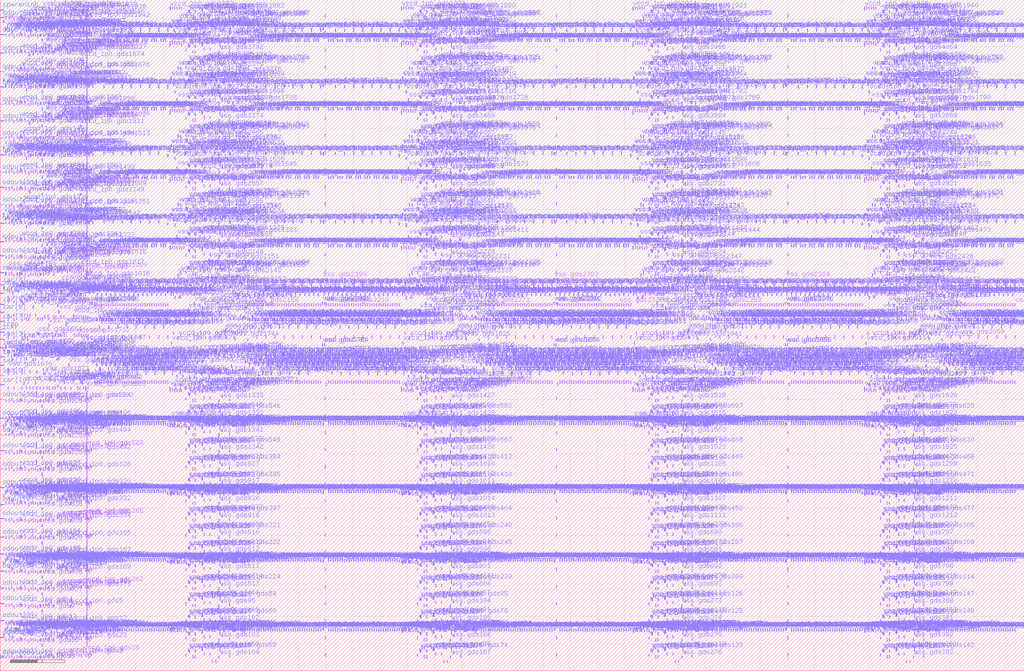
<source format=lef>
### Tool : gds2def
### Version 14.1     Linux64
### Vendor : Apache Design, Inc. A Subsidiary of ANSYS, Inc. 
### Date : Jun 19 2014 02:20:56 

VERSION 5.5 ;
NAMESCASESENSITIVE ON ;
DIVIDERCHAR "/" ;
BUSBITCHARS "[]" ;
MACRO c73p1rfshdxrom2048x32hb4img108_APACHECELL
 CLASS BLOCK ;
 ORIGIN 0 0 ;
 SIZE 75.432 BY 49.476 ;
 PIN iar[10]
 DIRECTION INPUT ;
 USE SIGNAL ;
 PORT
 LAYER m4 ;
 RECT 0 21.068 0.308 21.1 ;
 END
 END iar[10]
 PIN iar[0]
 DIRECTION INPUT ;
 USE SIGNAL ;
 PORT
 LAYER m4 ;
 RECT 0 21.754 0.308 21.786 ;
 END
 END iar[0]
 PIN iar[1]
 DIRECTION INPUT ;
 USE SIGNAL ;
 PORT
 LAYER m4 ;
 RECT 0 22.496 0.308 22.528 ;
 END
 END iar[1]
 PIN iar[2]
 DIRECTION INPUT ;
 USE SIGNAL ;
 PORT
 LAYER m4 ;
 RECT 0 23.126 0.308 23.158 ;
 END
 END iar[2]
 PIN iar[4]
 DIRECTION INPUT ;
 USE SIGNAL ;
 PORT
 LAYER m4 ;
 RECT 0 23.812 0.308 23.844 ;
 END
 END iar[4]
 PIN iar[3]
 DIRECTION INPUT ;
 USE SIGNAL ;
 PORT
 LAYER m4 ;
 RECT 0 24.442 0.308 24.474 ;
 END
 END iar[3]
 PIN iar[7]
 DIRECTION INPUT ;
 USE SIGNAL ;
 PORT
 LAYER m4 ;
 RECT 0 25.744 0.308 25.776 ;
 END
 END iar[7]
 PIN iar[6]
 DIRECTION INPUT ;
 USE SIGNAL ;
 PORT
 LAYER m4 ;
 RECT 0 26.43 0.308 26.462 ;
 END
 END iar[6]
 PIN iar[5]
 DIRECTION INPUT ;
 USE SIGNAL ;
 PORT
 LAYER m4 ;
 RECT 0 27.004 0.308 27.036 ;
 END
 END iar[5]
 PIN iar[9]
 DIRECTION INPUT ;
 USE SIGNAL ;
 PORT
 LAYER m4 ;
 RECT 0 27.802 0.308 27.834 ;
 END
 END iar[9]
 PIN iar[8]
 DIRECTION INPUT ;
 USE SIGNAL ;
 PORT
 LAYER m4 ;
 RECT 0 28.432 0.308 28.464 ;
 END
 END iar[8]
 PIN iren
 DIRECTION INPUT ;
 USE SIGNAL ;
 PORT
 LAYER m4 ;
 RECT 0 25.184 0.308 25.216 ;
 END
 END iren
 PIN ickr
 DIRECTION INPUT ;
 USE SIGNAL ;
 PORT
 LAYER m4 ;
 RECT 0 24.946 0.308 24.978 ;
 END
 END ickr
 PIN ipwreninb
 DIRECTION INPUT ;
 USE SIGNAL ;
 PORT
 LAYER m4 ;
 RECT 0 48.718 0.308 48.75 ;
 END
 END ipwreninb
 PIN opwrenoutb
 DIRECTION OUTPUT ;
 USE SIGNAL ;
 PORT
 LAYER m4 ;
 RECT 0 0.95 0.308 0.982 ;
 END
 END opwrenoutb
 PIN odout[0]
 DIRECTION OUTPUT ;
 USE SIGNAL ;
 PORT
 LAYER m4 ;
 RECT 0 1.062 0.308 1.094 ;
 END
 END odout[0]
 PIN odout[1]
 DIRECTION OUTPUT ;
 USE SIGNAL ;
 PORT
 LAYER m4 ;
 RECT 0 2.434 0.308 2.466 ;
 END
 END odout[1]
 PIN odout[2]
 DIRECTION OUTPUT ;
 USE SIGNAL ;
 PORT
 LAYER m4 ;
 RECT 0 3.694 0.308 3.726 ;
 END
 END odout[2]
 PIN odout[3]
 DIRECTION OUTPUT ;
 USE SIGNAL ;
 PORT
 LAYER m4 ;
 RECT 0 4.94 0.308 4.972 ;
 END
 END odout[3]
 PIN odout[4]
 DIRECTION OUTPUT ;
 USE SIGNAL ;
 PORT
 LAYER m4 ;
 RECT 0 6.088 0.308 6.12 ;
 END
 END odout[4]
 PIN odout[5]
 DIRECTION OUTPUT ;
 USE SIGNAL ;
 PORT
 LAYER m4 ;
 RECT 0 7.334 0.308 7.366 ;
 END
 END odout[5]
 PIN odout[6]
 DIRECTION OUTPUT ;
 USE SIGNAL ;
 PORT
 LAYER m4 ;
 RECT 0 8.594 0.308 8.626 ;
 END
 END odout[6]
 PIN odout[7]
 DIRECTION OUTPUT ;
 USE SIGNAL ;
 PORT
 LAYER m4 ;
 RECT 0 9.84 0.308 9.872 ;
 END
 END odout[7]
 PIN odout[8]
 DIRECTION OUTPUT ;
 USE SIGNAL ;
 PORT
 LAYER m4 ;
 RECT 0 11.212 0.308 11.244 ;
 END
 END odout[8]
 PIN odout[9]
 DIRECTION OUTPUT ;
 USE SIGNAL ;
 PORT
 LAYER m4 ;
 RECT 0 12.234 0.308 12.266 ;
 END
 END odout[9]
 PIN odout[10]
 DIRECTION OUTPUT ;
 USE SIGNAL ;
 PORT
 LAYER m4 ;
 RECT 0 13.494 0.308 13.526 ;
 END
 END odout[10]
 PIN odout[11]
 DIRECTION OUTPUT ;
 USE SIGNAL ;
 PORT
 LAYER m4 ;
 RECT 0 14.866 0.308 14.898 ;
 END
 END odout[11]
 PIN odout[12]
 DIRECTION OUTPUT ;
 USE SIGNAL ;
 PORT
 LAYER m4 ;
 RECT 0 16.224 0.308 16.256 ;
 END
 END odout[12]
 PIN odout[13]
 DIRECTION OUTPUT ;
 USE SIGNAL ;
 PORT
 LAYER m4 ;
 RECT 0 17.372 0.308 17.404 ;
 END
 END odout[13]
 PIN odout[14]
 DIRECTION OUTPUT ;
 USE SIGNAL ;
 PORT
 LAYER m4 ;
 RECT 0 18.618 0.308 18.65 ;
 END
 END odout[14]
 PIN odout[15]
 DIRECTION OUTPUT ;
 USE SIGNAL ;
 PORT
 LAYER m4 ;
 RECT 0 19.99 0.308 20.022 ;
 END
 END odout[15]
 PIN odout[16]
 DIRECTION OUTPUT ;
 USE SIGNAL ;
 PORT
 LAYER m4 ;
 RECT 0 29.342 0.308 29.374 ;
 END
 END odout[16]
 PIN odout[17]
 DIRECTION OUTPUT ;
 USE SIGNAL ;
 PORT
 LAYER m4 ;
 RECT 0 30.588 0.308 30.62 ;
 END
 END odout[17]
 PIN odout[18]
 DIRECTION OUTPUT ;
 USE SIGNAL ;
 PORT
 LAYER m4 ;
 RECT 0 31.624 0.308 31.656 ;
 END
 END odout[18]
 PIN odout[19]
 DIRECTION OUTPUT ;
 USE SIGNAL ;
 PORT
 LAYER m4 ;
 RECT 0 32.982 0.308 33.014 ;
 END
 END odout[19]
 PIN odout[20]
 DIRECTION OUTPUT ;
 USE SIGNAL ;
 PORT
 LAYER m4 ;
 RECT 0 34.354 0.308 34.386 ;
 END
 END odout[20]
 PIN odout[21]
 DIRECTION OUTPUT ;
 USE SIGNAL ;
 PORT
 LAYER m4 ;
 RECT 0 35.614 0.308 35.646 ;
 END
 END odout[21]
 PIN odout[22]
 DIRECTION OUTPUT ;
 USE SIGNAL ;
 PORT
 LAYER m4 ;
 RECT 0 36.748 0.308 36.78 ;
 END
 END odout[22]
 PIN odout[23]
 DIRECTION OUTPUT ;
 USE SIGNAL ;
 PORT
 LAYER m4 ;
 RECT 0 38.008 0.308 38.04 ;
 END
 END odout[23]
 PIN odout[24]
 DIRECTION OUTPUT ;
 USE SIGNAL ;
 PORT
 LAYER m4 ;
 RECT 0 39.254 0.308 39.286 ;
 END
 END odout[24]
 PIN odout[25]
 DIRECTION OUTPUT ;
 USE SIGNAL ;
 PORT
 LAYER m4 ;
 RECT 0 40.514 0.308 40.546 ;
 END
 END odout[25]
 PIN odout[26]
 DIRECTION OUTPUT ;
 USE SIGNAL ;
 PORT
 LAYER m4 ;
 RECT 0 41.76 0.308 41.792 ;
 END
 END odout[26]
 PIN odout[27]
 DIRECTION OUTPUT ;
 USE SIGNAL ;
 PORT
 LAYER m4 ;
 RECT 0 43.02 0.308 43.052 ;
 END
 END odout[27]
 PIN odout[28]
 DIRECTION OUTPUT ;
 USE SIGNAL ;
 PORT
 LAYER m4 ;
 RECT 0 44.154 0.308 44.186 ;
 END
 END odout[28]
 PIN odout[29]
 DIRECTION OUTPUT ;
 USE SIGNAL ;
 PORT
 LAYER m4 ;
 RECT 0 45.526 0.308 45.558 ;
 END
 END odout[29]
 PIN odout[30]
 DIRECTION OUTPUT ;
 USE SIGNAL ;
 PORT
 LAYER m4 ;
 RECT 0 46.898 0.308 46.93 ;
 END
 END odout[30]
 PIN odout[31]
 DIRECTION OUTPUT ;
 USE SIGNAL ;
 PORT
 LAYER m4 ;
 RECT 0 48.144 0.308 48.176 ;
 END
 END odout[31]
 PIN vccd_1p0
 DIRECTION INPUT ;
 USE POWER ;
 PORT
 LAYER m3 ;
 RECT 0.384 2.978 0.43 3.178 ;
 END
 END vccd_1p0
 PIN vccd_1p0.gds1
 DIRECTION INPUT ;
 USE POWER ;
 PORT
 LAYER m3 ;
 RECT 1.486 1.013 1.542 1.213 ;
 END
 END vccd_1p0.gds1
 PIN vccd_1p0.gds2
 DIRECTION INPUT ;
 USE POWER ;
 PORT
 LAYER m3 ;
 RECT 5.162 1.022 5.202 1.222 ;
 END
 END vccd_1p0.gds2
 PIN vccd_1p0.gds3
 DIRECTION INPUT ;
 USE POWER ;
 PORT
 LAYER m3 ;
 RECT 1.486 2.273 1.542 2.473 ;
 END
 END vccd_1p0.gds3
 PIN vccd_1p0.gds4
 DIRECTION INPUT ;
 USE POWER ;
 PORT
 LAYER m3 ;
 RECT 1.486 4.793 1.542 4.993 ;
 END
 END vccd_1p0.gds4
 PIN vccd_1p0.gds5
 DIRECTION INPUT ;
 USE POWER ;
 PORT
 LAYER m3 ;
 RECT 5.162 4.6755 5.202 4.8755 ;
 END
 END vccd_1p0.gds5
 PIN vccd_1p0.gds6
 DIRECTION INPUT ;
 USE POWER ;
 PORT
 LAYER m3 ;
 RECT 0.518 3.089 0.548 3.289 ;
 END
 END vccd_1p0.gds6
 PIN vccd_1p0.gds7
 DIRECTION INPUT ;
 USE POWER ;
 PORT
 LAYER m3 ;
 RECT 0.812 3.0505 0.858 3.2505 ;
 END
 END vccd_1p0.gds7
 PIN vccd_1p0.gds8
 DIRECTION INPUT ;
 USE POWER ;
 PORT
 LAYER m3 ;
 RECT 1.306 2.888 1.362 3.088 ;
 END
 END vccd_1p0.gds8
 PIN vccd_1p0.gds9
 DIRECTION INPUT ;
 USE POWER ;
 PORT
 LAYER m3 ;
 RECT 1.726 3.106 1.782 3.306 ;
 END
 END vccd_1p0.gds9
 PIN vccd_1p0.gds10
 DIRECTION INPUT ;
 USE POWER ;
 PORT
 LAYER m3 ;
 RECT 1.178 2.987 1.218 3.187 ;
 END
 END vccd_1p0.gds10
 PIN vccd_1p0.gds11
 DIRECTION INPUT ;
 USE POWER ;
 PORT
 LAYER m3 ;
 RECT 1.486 3.533 1.542 3.733 ;
 END
 END vccd_1p0.gds11
 PIN vccd_1p0.gds12
 DIRECTION INPUT ;
 USE POWER ;
 PORT
 LAYER m3 ;
 RECT 5.162 3.4155 5.202 3.6155 ;
 END
 END vccd_1p0.gds12
 PIN vccd_1p0.gds13
 DIRECTION INPUT ;
 USE POWER ;
 PORT
 LAYER m3 ;
 RECT 1.906 3.061 1.962 3.261 ;
 END
 END vccd_1p0.gds13
 PIN vccd_1p0.gds14
 DIRECTION INPUT ;
 USE POWER ;
 PORT
 LAYER m3 ;
 RECT 2.146 2.9685 2.202 3.1685 ;
 END
 END vccd_1p0.gds14
 PIN vccd_1p0.gds15
 DIRECTION INPUT ;
 USE POWER ;
 PORT
 LAYER m3 ;
 RECT 4.698 3.0585 4.738 3.2585 ;
 END
 END vccd_1p0.gds15
 PIN vccd_1p0.gds16
 DIRECTION INPUT ;
 USE POWER ;
 PORT
 LAYER m3 ;
 RECT 2.406 3.0145 2.462 3.2145 ;
 END
 END vccd_1p0.gds16
 PIN vccd_1p0.gds17
 DIRECTION INPUT ;
 USE POWER ;
 PORT
 LAYER m3 ;
 RECT 2.566 3.007 2.622 3.207 ;
 END
 END vccd_1p0.gds17
 PIN vccd_1p0.gds18
 DIRECTION INPUT ;
 USE POWER ;
 PORT
 LAYER m3 ;
 RECT 1.05 3.007 1.09 3.207 ;
 END
 END vccd_1p0.gds18
 PIN vccd_1p0.gds19
 DIRECTION INPUT ;
 USE POWER ;
 PORT
 LAYER m3 ;
 RECT 2.986 2.8915 3.042 3.0915 ;
 END
 END vccd_1p0.gds19
 PIN vccd_1p0.gds20
 DIRECTION INPUT ;
 USE POWER ;
 PORT
 LAYER m3 ;
 RECT 2.826 3.02 2.882 3.22 ;
 END
 END vccd_1p0.gds20
 PIN vccd_1p0.gds21
 DIRECTION INPUT ;
 USE POWER ;
 PORT
 LAYER m3 ;
 RECT 3.35 2.98 3.39 3.18 ;
 END
 END vccd_1p0.gds21
 PIN vccd_1p0.gds22
 DIRECTION INPUT ;
 USE POWER ;
 PORT
 LAYER m3 ;
 RECT 3.23 3.016 3.262 3.216 ;
 END
 END vccd_1p0.gds22
 PIN vccd_1p0.gds23
 DIRECTION INPUT ;
 USE POWER ;
 PORT
 LAYER m3 ;
 RECT 5.162 2.1555 5.202 2.3555 ;
 END
 END vccd_1p0.gds23
 PIN vccd_1p0.gds24
 DIRECTION INPUT ;
 USE POWER ;
 PORT
 LAYER m3 ;
 RECT 3.626 3.059 3.666 3.259 ;
 END
 END vccd_1p0.gds24
 PIN vccd_1p0.gds25
 DIRECTION INPUT ;
 USE POWER ;
 PORT
 LAYER m3 ;
 RECT 4.026 3.0725 4.066 3.2725 ;
 END
 END vccd_1p0.gds25
 PIN vccd_1p0.gds26
 DIRECTION INPUT ;
 USE POWER ;
 PORT
 LAYER m3 ;
 RECT 3.818 3.0725 3.858 3.2725 ;
 END
 END vccd_1p0.gds26
 PIN vccd_1p0.gds27
 DIRECTION INPUT ;
 USE POWER ;
 PORT
 LAYER m3 ;
 RECT 4.218 3.02 4.258 3.22 ;
 END
 END vccd_1p0.gds27
 PIN vccd_1p0.gds28
 DIRECTION INPUT ;
 USE POWER ;
 PORT
 LAYER m3 ;
 RECT 4.506 3.058 4.546 3.258 ;
 END
 END vccd_1p0.gds28
 PIN vccd_1p0.gds29
 DIRECTION INPUT ;
 USE POWER ;
 PORT
 LAYER m3 ;
 RECT 4.97 3.082 5.01 3.282 ;
 END
 END vccd_1p0.gds29
 PIN vccd_1p0.gds30
 DIRECTION INPUT ;
 USE POWER ;
 PORT
 LAYER m1 ;
 RECT 4.34 1.228 4.396 1.428 ;
 RECT 4.76 1.204 4.816 1.404 ;
 RECT 5.096 1.228 5.152 1.428 ;
 RECT 4.34 2.488 4.396 2.688 ;
 RECT 4.76 2.464 4.816 2.664 ;
 RECT 5.096 2.488 5.152 2.688 ;
 RECT 4.34 3.748 4.396 3.948 ;
 RECT 4.76 3.724 4.816 3.924 ;
 RECT 5.096 3.748 5.152 3.948 ;
 RECT 4.34 5.008 4.396 5.208 ;
 RECT 4.76 4.984 4.816 5.184 ;
 RECT 5.096 5.008 5.152 5.208 ;
 RECT 3.584 4.8195 3.64 5.0195 ;
 RECT 4.172 4.9055 4.228 5.1055 ;
 RECT 4.928 4.862 4.984 5.062 ;
 RECT 3.584 3.5595 3.64 3.7595 ;
 RECT 4.172 3.6455 4.228 3.8455 ;
 RECT 4.928 3.602 4.984 3.802 ;
 RECT 3.584 2.2995 3.64 2.4995 ;
 RECT 4.172 2.3855 4.228 2.5855 ;
 RECT 4.928 2.342 4.984 2.542 ;
 RECT 3.584 1.0395 3.64 1.2395 ;
 RECT 4.172 1.1255 4.228 1.3255 ;
 RECT 4.928 1.082 4.984 1.282 ;
 END
 END vccd_1p0.gds30
 PIN vccd_1p0.gds31
 DIRECTION INPUT ;
 USE POWER ;
 PORT
 LAYER m3 ;
 RECT 6.798 3.0725 6.838 3.2725 ;
 END
 END vccd_1p0.gds31
 PIN vccd_1p0.gds32
 DIRECTION INPUT ;
 USE POWER ;
 PORT
 LAYER m3 ;
 RECT 6.01 3.082 6.05 3.282 ;
 END
 END vccd_1p0.gds32
 PIN vccd_1p0.gds33
 DIRECTION INPUT ;
 USE POWER ;
 PORT
 LAYER m3 ;
 RECT 5.754 3.02 5.794 3.22 ;
 END
 END vccd_1p0.gds33
 PIN vccd_1p0.gds34
 DIRECTION INPUT ;
 USE POWER ;
 PORT
 LAYER m3 ;
 RECT 6.266 3.109 6.306 3.309 ;
 END
 END vccd_1p0.gds34
 PIN vccd_1p0.gds35
 DIRECTION INPUT ;
 USE POWER ;
 PORT
 LAYER m3 ;
 RECT 5.37 3.0725 5.41 3.2725 ;
 END
 END vccd_1p0.gds35
 PIN vccd_1p0.gds36
 DIRECTION INPUT ;
 USE POWER ;
 PORT
 LAYER m3 ;
 RECT 5.882 3.0725 5.922 3.2725 ;
 END
 END vccd_1p0.gds36
 PIN vccd_1p0.gds37
 DIRECTION INPUT ;
 USE POWER ;
 PORT
 LAYER m3 ;
 RECT 5.562 2.962 5.602 3.162 ;
 END
 END vccd_1p0.gds37
 PIN vccd_1p0.gds38
 DIRECTION INPUT ;
 USE POWER ;
 PORT
 LAYER m3 ;
 RECT 6.522 2.999 6.582 3.199 ;
 END
 END vccd_1p0.gds38
 PIN vccd_1p0.gds39
 DIRECTION INPUT ;
 USE POWER ;
 PORT
 LAYER m1 ;
 RECT 5.6 4.9055 5.656 5.1055 ;
 RECT 5.264 4.9055 5.32 5.1055 ;
 RECT 5.432 4.8195 5.488 5.0195 ;
 RECT 5.936 4.8195 5.992 5.0195 ;
 RECT 5.768 4.8195 5.824 5.0195 ;
 RECT 6.44 4.834 6.496 5.034 ;
 RECT 6.272 4.8195 6.328 5.0195 ;
 RECT 6.104 5.008 6.16 5.208 ;
 RECT 5.6 3.6455 5.656 3.8455 ;
 RECT 5.264 3.6455 5.32 3.8455 ;
 RECT 5.432 3.5595 5.488 3.7595 ;
 RECT 5.936 3.5595 5.992 3.7595 ;
 RECT 5.768 3.5595 5.824 3.7595 ;
 RECT 6.44 3.574 6.496 3.774 ;
 RECT 6.272 3.5595 6.328 3.7595 ;
 RECT 6.104 3.748 6.16 3.948 ;
 RECT 5.6 2.3855 5.656 2.5855 ;
 RECT 5.264 2.3855 5.32 2.5855 ;
 RECT 5.432 2.2995 5.488 2.4995 ;
 RECT 5.936 2.2995 5.992 2.4995 ;
 RECT 5.768 2.2995 5.824 2.4995 ;
 RECT 6.44 2.314 6.496 2.514 ;
 RECT 6.272 2.2995 6.328 2.4995 ;
 RECT 6.104 2.488 6.16 2.688 ;
 RECT 5.6 1.1255 5.656 1.3255 ;
 RECT 5.264 1.1255 5.32 1.3255 ;
 RECT 5.432 1.0395 5.488 1.2395 ;
 RECT 5.936 1.0395 5.992 1.2395 ;
 RECT 5.768 1.0395 5.824 1.2395 ;
 RECT 6.44 1.054 6.496 1.254 ;
 RECT 6.272 1.0395 6.328 1.2395 ;
 RECT 6.104 1.228 6.16 1.428 ;
 END
 END vccd_1p0.gds39
 PIN vccd_1p0.gds40
 DIRECTION INPUT ;
 USE POWER ;
 PORT
 LAYER m3 ;
 RECT 13.922 1.36 13.978 1.56 ;
 END
 END vccd_1p0.gds40
 PIN vccd_1p0.gds41
 DIRECTION INPUT ;
 USE POWER ;
 PORT
 LAYER m3 ;
 RECT 13.922 2.62 13.978 2.82 ;
 END
 END vccd_1p0.gds41
 PIN vccd_1p0.gds42
 DIRECTION INPUT ;
 USE POWER ;
 PORT
 LAYER m3 ;
 RECT 13.922 3.88 13.978 4.08 ;
 END
 END vccd_1p0.gds42
 PIN vccd_1p0.gds43
 DIRECTION INPUT ;
 USE POWER ;
 PORT
 LAYER m3 ;
 RECT 14.342 5.14 14.398 5.34 ;
 END
 END vccd_1p0.gds43
 PIN vccd_1p0.gds44
 DIRECTION INPUT ;
 USE POWER ;
 PORT
 LAYER m3 ;
 RECT 14.894 5.2675 14.934 5.4675 ;
 END
 END vccd_1p0.gds44
 PIN vccd_1p0.gds45
 DIRECTION INPUT ;
 USE POWER ;
 PORT
 LAYER m3 ;
 RECT 14.342 3.88 14.398 4.08 ;
 END
 END vccd_1p0.gds45
 PIN vccd_1p0.gds46
 DIRECTION INPUT ;
 USE POWER ;
 PORT
 LAYER m3 ;
 RECT 14.894 4.0075 14.934 4.2075 ;
 END
 END vccd_1p0.gds46
 PIN vccd_1p0.gds47
 DIRECTION INPUT ;
 USE POWER ;
 PORT
 LAYER m3 ;
 RECT 14.342 2.62 14.398 2.82 ;
 END
 END vccd_1p0.gds47
 PIN vccd_1p0.gds48
 DIRECTION INPUT ;
 USE POWER ;
 PORT
 LAYER m3 ;
 RECT 14.894 2.7475 14.934 2.9475 ;
 END
 END vccd_1p0.gds48
 PIN vccd_1p0.gds49
 DIRECTION INPUT ;
 USE POWER ;
 PORT
 LAYER m3 ;
 RECT 14.342 1.36 14.398 1.56 ;
 END
 END vccd_1p0.gds49
 PIN vccd_1p0.gds50
 DIRECTION INPUT ;
 USE POWER ;
 PORT
 LAYER m3 ;
 RECT 14.894 1.4875 14.934 1.6875 ;
 END
 END vccd_1p0.gds50
 PIN vccd_1p0.gds51
 DIRECTION INPUT ;
 USE POWER ;
 PORT
 LAYER m3 ;
 RECT 14.682 3.072 14.742 3.272 ;
 END
 END vccd_1p0.gds51
 PIN vccd_1p0.gds52
 DIRECTION INPUT ;
 USE POWER ;
 PORT
 LAYER m3 ;
 RECT 13.922 5.14 13.978 5.34 ;
 END
 END vccd_1p0.gds52
 PIN vccd_1p0.gds53
 DIRECTION INPUT ;
 USE POWER ;
 PORT
 LAYER m3 ;
 RECT 13.682 2.82 13.738 3.02 ;
 END
 END vccd_1p0.gds53
 PIN vccd_1p0.gds54
 DIRECTION INPUT ;
 USE POWER ;
 PORT
 LAYER m3 ;
 RECT 12.842 3.02 12.898 3.22 ;
 END
 END vccd_1p0.gds54
 PIN vccd_1p0.gds55
 DIRECTION INPUT ;
 USE POWER ;
 PORT
 LAYER m3 ;
 RECT 13.082 2.8975 13.138 3.0975 ;
 END
 END vccd_1p0.gds55
 PIN vccd_1p0.gds56
 DIRECTION INPUT ;
 USE POWER ;
 PORT
 LAYER m3 ;
 RECT 12.614 3.016 12.654 3.216 ;
 END
 END vccd_1p0.gds56
 PIN vccd_1p0.gds57
 DIRECTION INPUT ;
 USE POWER ;
 PORT
 LAYER m3 ;
 RECT 12.486 2.9745 12.526 3.1745 ;
 END
 END vccd_1p0.gds57
 PIN vccd_1p0.gds58
 DIRECTION INPUT ;
 USE POWER ;
 PORT
 LAYER m3 ;
 RECT 16.17 1.424 16.226 1.624 ;
 END
 END vccd_1p0.gds58
 PIN vccd_1p0.gds59
 DIRECTION INPUT ;
 USE POWER ;
 PORT
 LAYER m3 ;
 RECT 16.17 5.204 16.226 5.404 ;
 END
 END vccd_1p0.gds59
 PIN vccd_1p0.gds60
 DIRECTION INPUT ;
 USE POWER ;
 PORT
 LAYER m3 ;
 RECT 16.17 3.944 16.226 4.144 ;
 END
 END vccd_1p0.gds60
 PIN vccd_1p0.gds61
 DIRECTION INPUT ;
 USE POWER ;
 PORT
 LAYER m3 ;
 RECT 16.17 2.684 16.226 2.884 ;
 END
 END vccd_1p0.gds61
 PIN vccd_1p0.gds62
 DIRECTION INPUT ;
 USE POWER ;
 PORT
 LAYER m3 ;
 RECT 15.686 3.054 15.742 3.254 ;
 END
 END vccd_1p0.gds62
 PIN vccd_1p0.gds63
 DIRECTION INPUT ;
 USE POWER ;
 PORT
 LAYER m3 ;
 RECT 15.25 3.072 15.29 3.272 ;
 END
 END vccd_1p0.gds63
 PIN vccd_1p0.gds64
 DIRECTION INPUT ;
 USE POWER ;
 PORT
 LAYER m3 ;
 RECT 17.518 2.9985 17.574 3.1985 ;
 END
 END vccd_1p0.gds64
 PIN vccd_1p0.gds65
 DIRECTION INPUT ;
 USE POWER ;
 PORT
 LAYER m3 ;
 RECT 17.098 2.9235 17.154 3.1235 ;
 END
 END vccd_1p0.gds65
 PIN vccd_1p0.gds66
 DIRECTION INPUT ;
 USE POWER ;
 PORT
 LAYER m3 ;
 RECT 17.678 3.02 17.734 3.22 ;
 END
 END vccd_1p0.gds66
 PIN vccd_1p0.gds67
 DIRECTION INPUT ;
 USE POWER ;
 PORT
 LAYER m3 ;
 RECT 15.442 3.054 15.498 3.254 ;
 END
 END vccd_1p0.gds67
 PIN vccd_1p0.gds68
 DIRECTION INPUT ;
 USE POWER ;
 PORT
 LAYER m3 ;
 RECT 17.922 3.016 17.962 3.216 ;
 END
 END vccd_1p0.gds68
 PIN vccd_1p0.gds69
 DIRECTION INPUT ;
 USE POWER ;
 PORT
 LAYER m3 ;
 RECT 18.05 2.9745 18.09 3.1745 ;
 END
 END vccd_1p0.gds69
 PIN vccd_1p0.gds70
 DIRECTION INPUT ;
 USE POWER ;
 PORT
 LAYER m3 ;
 RECT 23.786 2.9785 23.842 3.1785 ;
 END
 END vccd_1p0.gds70
 PIN vccd_1p0.gds71
 DIRECTION INPUT ;
 USE POWER ;
 PORT
 LAYER m3 ;
 RECT 29.894 3.02 29.95 3.22 ;
 END
 END vccd_1p0.gds71
 PIN vccd_1p0.gds72
 DIRECTION INPUT ;
 USE POWER ;
 PORT
 LAYER m3 ;
 RECT 29.666 3.016 29.706 3.216 ;
 END
 END vccd_1p0.gds72
 PIN vccd_1p0.gds73
 DIRECTION INPUT ;
 USE POWER ;
 PORT
 LAYER m3 ;
 RECT 29.538 2.9745 29.578 3.1745 ;
 END
 END vccd_1p0.gds73
 PIN vccd_1p0.gds74
 DIRECTION INPUT ;
 USE POWER ;
 PORT
 LAYER m3 ;
 RECT 33.222 1.424 33.278 1.624 ;
 END
 END vccd_1p0.gds74
 PIN vccd_1p0.gds75
 DIRECTION INPUT ;
 USE POWER ;
 PORT
 LAYER m3 ;
 RECT 31.394 1.36 31.45 1.56 ;
 END
 END vccd_1p0.gds75
 PIN vccd_1p0.gds76
 DIRECTION INPUT ;
 USE POWER ;
 PORT
 LAYER m3 ;
 RECT 33.222 2.684 33.278 2.884 ;
 END
 END vccd_1p0.gds76
 PIN vccd_1p0.gds77
 DIRECTION INPUT ;
 USE POWER ;
 PORT
 LAYER m3 ;
 RECT 31.394 2.62 31.45 2.82 ;
 END
 END vccd_1p0.gds77
 PIN vccd_1p0.gds78
 DIRECTION INPUT ;
 USE POWER ;
 PORT
 LAYER m3 ;
 RECT 33.222 3.944 33.278 4.144 ;
 END
 END vccd_1p0.gds78
 PIN vccd_1p0.gds79
 DIRECTION INPUT ;
 USE POWER ;
 PORT
 LAYER m3 ;
 RECT 30.974 1.36 31.03 1.56 ;
 END
 END vccd_1p0.gds79
 PIN vccd_1p0.gds80
 DIRECTION INPUT ;
 USE POWER ;
 PORT
 LAYER m3 ;
 RECT 30.974 2.62 31.03 2.82 ;
 END
 END vccd_1p0.gds80
 PIN vccd_1p0.gds81
 DIRECTION INPUT ;
 USE POWER ;
 PORT
 LAYER m3 ;
 RECT 30.974 5.14 31.03 5.34 ;
 END
 END vccd_1p0.gds81
 PIN vccd_1p0.gds82
 DIRECTION INPUT ;
 USE POWER ;
 PORT
 LAYER m3 ;
 RECT 30.974 3.88 31.03 4.08 ;
 END
 END vccd_1p0.gds82
 PIN vccd_1p0.gds83
 DIRECTION INPUT ;
 USE POWER ;
 PORT
 LAYER m3 ;
 RECT 30.734 2.82 30.79 3.02 ;
 END
 END vccd_1p0.gds83
 PIN vccd_1p0.gds84
 DIRECTION INPUT ;
 USE POWER ;
 PORT
 LAYER m3 ;
 RECT 30.134 2.8975 30.19 3.0975 ;
 END
 END vccd_1p0.gds84
 PIN vccd_1p0.gds85
 DIRECTION INPUT ;
 USE POWER ;
 PORT
 LAYER m3 ;
 RECT 33.222 5.204 33.278 5.404 ;
 END
 END vccd_1p0.gds85
 PIN vccd_1p0.gds86
 DIRECTION INPUT ;
 USE POWER ;
 PORT
 LAYER m3 ;
 RECT 31.394 5.14 31.45 5.34 ;
 END
 END vccd_1p0.gds86
 PIN vccd_1p0.gds87
 DIRECTION INPUT ;
 USE POWER ;
 PORT
 LAYER m3 ;
 RECT 31.946 5.2675 31.986 5.4675 ;
 END
 END vccd_1p0.gds87
 PIN vccd_1p0.gds88
 DIRECTION INPUT ;
 USE POWER ;
 PORT
 LAYER m3 ;
 RECT 32.302 3.072 32.342 3.272 ;
 END
 END vccd_1p0.gds88
 PIN vccd_1p0.gds89
 DIRECTION INPUT ;
 USE POWER ;
 PORT
 LAYER m3 ;
 RECT 31.734 3.072 31.794 3.272 ;
 END
 END vccd_1p0.gds89
 PIN vccd_1p0.gds90
 DIRECTION INPUT ;
 USE POWER ;
 PORT
 LAYER m3 ;
 RECT 31.394 3.88 31.45 4.08 ;
 END
 END vccd_1p0.gds90
 PIN vccd_1p0.gds91
 DIRECTION INPUT ;
 USE POWER ;
 PORT
 LAYER m3 ;
 RECT 31.946 4.0075 31.986 4.2075 ;
 END
 END vccd_1p0.gds91
 PIN vccd_1p0.gds92
 DIRECTION INPUT ;
 USE POWER ;
 PORT
 LAYER m3 ;
 RECT 34.57 2.9985 34.626 3.1985 ;
 END
 END vccd_1p0.gds92
 PIN vccd_1p0.gds93
 DIRECTION INPUT ;
 USE POWER ;
 PORT
 LAYER m3 ;
 RECT 35.102 2.9745 35.142 3.1745 ;
 END
 END vccd_1p0.gds93
 PIN vccd_1p0.gds94
 DIRECTION INPUT ;
 USE POWER ;
 PORT
 LAYER m3 ;
 RECT 34.974 3.016 35.014 3.216 ;
 END
 END vccd_1p0.gds94
 PIN vccd_1p0.gds95
 DIRECTION INPUT ;
 USE POWER ;
 PORT
 LAYER m3 ;
 RECT 34.15 2.9235 34.206 3.1235 ;
 END
 END vccd_1p0.gds95
 PIN vccd_1p0.gds96
 DIRECTION INPUT ;
 USE POWER ;
 PORT
 LAYER m3 ;
 RECT 31.946 2.7475 31.986 2.9475 ;
 END
 END vccd_1p0.gds96
 PIN vccd_1p0.gds97
 DIRECTION INPUT ;
 USE POWER ;
 PORT
 LAYER m3 ;
 RECT 32.738 3.054 32.794 3.254 ;
 END
 END vccd_1p0.gds97
 PIN vccd_1p0.gds98
 DIRECTION INPUT ;
 USE POWER ;
 PORT
 LAYER m3 ;
 RECT 32.494 3.054 32.55 3.254 ;
 END
 END vccd_1p0.gds98
 PIN vccd_1p0.gds99
 DIRECTION INPUT ;
 USE POWER ;
 PORT
 LAYER m3 ;
 RECT 31.946 1.4875 31.986 1.6875 ;
 END
 END vccd_1p0.gds99
 PIN vccd_1p0.gds100
 DIRECTION INPUT ;
 USE POWER ;
 PORT
 LAYER m3 ;
 RECT 34.73 3.02 34.786 3.22 ;
 END
 END vccd_1p0.gds100
 PIN vccd_1p0.gds101
 DIRECTION INPUT ;
 USE POWER ;
 PORT
 LAYER m3 ;
 RECT 40.838 2.9785 40.894 3.1785 ;
 END
 END vccd_1p0.gds101
 PIN vccd_1p0.gds102
 DIRECTION INPUT ;
 USE POWER ;
 PORT
 LAYER m3 ;
 RECT 48.026 1.36 48.082 1.56 ;
 END
 END vccd_1p0.gds102
 PIN vccd_1p0.gds103
 DIRECTION INPUT ;
 USE POWER ;
 PORT
 LAYER m3 ;
 RECT 48.026 2.62 48.082 2.82 ;
 END
 END vccd_1p0.gds103
 PIN vccd_1p0.gds104
 DIRECTION INPUT ;
 USE POWER ;
 PORT
 LAYER m3 ;
 RECT 48.026 3.88 48.082 4.08 ;
 END
 END vccd_1p0.gds104
 PIN vccd_1p0.gds105
 DIRECTION INPUT ;
 USE POWER ;
 PORT
 LAYER m3 ;
 RECT 48.026 5.14 48.082 5.34 ;
 END
 END vccd_1p0.gds105
 PIN vccd_1p0.gds106
 DIRECTION INPUT ;
 USE POWER ;
 PORT
 LAYER m3 ;
 RECT 48.446 1.36 48.502 1.56 ;
 END
 END vccd_1p0.gds106
 PIN vccd_1p0.gds107
 DIRECTION INPUT ;
 USE POWER ;
 PORT
 LAYER m3 ;
 RECT 48.446 2.62 48.502 2.82 ;
 END
 END vccd_1p0.gds107
 PIN vccd_1p0.gds108
 DIRECTION INPUT ;
 USE POWER ;
 PORT
 LAYER m3 ;
 RECT 47.786 2.82 47.842 3.02 ;
 END
 END vccd_1p0.gds108
 PIN vccd_1p0.gds109
 DIRECTION INPUT ;
 USE POWER ;
 PORT
 LAYER m3 ;
 RECT 47.186 2.8975 47.242 3.0975 ;
 END
 END vccd_1p0.gds109
 PIN vccd_1p0.gds110
 DIRECTION INPUT ;
 USE POWER ;
 PORT
 LAYER m3 ;
 RECT 48.446 5.14 48.502 5.34 ;
 END
 END vccd_1p0.gds110
 PIN vccd_1p0.gds111
 DIRECTION INPUT ;
 USE POWER ;
 PORT
 LAYER m3 ;
 RECT 48.998 5.2675 49.038 5.4675 ;
 END
 END vccd_1p0.gds111
 PIN vccd_1p0.gds112
 DIRECTION INPUT ;
 USE POWER ;
 PORT
 LAYER m3 ;
 RECT 49.354 3.072 49.394 3.272 ;
 END
 END vccd_1p0.gds112
 PIN vccd_1p0.gds113
 DIRECTION INPUT ;
 USE POWER ;
 PORT
 LAYER m3 ;
 RECT 48.786 3.072 48.846 3.272 ;
 END
 END vccd_1p0.gds113
 PIN vccd_1p0.gds114
 DIRECTION INPUT ;
 USE POWER ;
 PORT
 LAYER m3 ;
 RECT 48.446 3.88 48.502 4.08 ;
 END
 END vccd_1p0.gds114
 PIN vccd_1p0.gds115
 DIRECTION INPUT ;
 USE POWER ;
 PORT
 LAYER m3 ;
 RECT 48.998 4.0075 49.038 4.2075 ;
 END
 END vccd_1p0.gds115
 PIN vccd_1p0.gds116
 DIRECTION INPUT ;
 USE POWER ;
 PORT
 LAYER m3 ;
 RECT 48.998 2.7475 49.038 2.9475 ;
 END
 END vccd_1p0.gds116
 PIN vccd_1p0.gds117
 DIRECTION INPUT ;
 USE POWER ;
 PORT
 LAYER m3 ;
 RECT 49.79 3.054 49.846 3.254 ;
 END
 END vccd_1p0.gds117
 PIN vccd_1p0.gds118
 DIRECTION INPUT ;
 USE POWER ;
 PORT
 LAYER m3 ;
 RECT 49.546 3.054 49.602 3.254 ;
 END
 END vccd_1p0.gds118
 PIN vccd_1p0.gds119
 DIRECTION INPUT ;
 USE POWER ;
 PORT
 LAYER m3 ;
 RECT 48.998 1.4875 49.038 1.6875 ;
 END
 END vccd_1p0.gds119
 PIN vccd_1p0.gds120
 DIRECTION INPUT ;
 USE POWER ;
 PORT
 LAYER m3 ;
 RECT 46.946 3.02 47.002 3.22 ;
 END
 END vccd_1p0.gds120
 PIN vccd_1p0.gds121
 DIRECTION INPUT ;
 USE POWER ;
 PORT
 LAYER m3 ;
 RECT 46.718 3.016 46.758 3.216 ;
 END
 END vccd_1p0.gds121
 PIN vccd_1p0.gds122
 DIRECTION INPUT ;
 USE POWER ;
 PORT
 LAYER m3 ;
 RECT 46.59 2.9745 46.63 3.1745 ;
 END
 END vccd_1p0.gds122
 PIN vccd_1p0.gds123
 DIRECTION INPUT ;
 USE POWER ;
 PORT
 LAYER m3 ;
 RECT 50.274 1.424 50.33 1.624 ;
 END
 END vccd_1p0.gds123
 PIN vccd_1p0.gds124
 DIRECTION INPUT ;
 USE POWER ;
 PORT
 LAYER m3 ;
 RECT 50.274 2.684 50.33 2.884 ;
 END
 END vccd_1p0.gds124
 PIN vccd_1p0.gds125
 DIRECTION INPUT ;
 USE POWER ;
 PORT
 LAYER m3 ;
 RECT 50.274 3.944 50.33 4.144 ;
 END
 END vccd_1p0.gds125
 PIN vccd_1p0.gds126
 DIRECTION INPUT ;
 USE POWER ;
 PORT
 LAYER m3 ;
 RECT 50.274 5.204 50.33 5.404 ;
 END
 END vccd_1p0.gds126
 PIN vccd_1p0.gds127
 DIRECTION INPUT ;
 USE POWER ;
 PORT
 LAYER m3 ;
 RECT 51.622 2.9985 51.678 3.1985 ;
 END
 END vccd_1p0.gds127
 PIN vccd_1p0.gds128
 DIRECTION INPUT ;
 USE POWER ;
 PORT
 LAYER m3 ;
 RECT 52.154 2.9745 52.194 3.1745 ;
 END
 END vccd_1p0.gds128
 PIN vccd_1p0.gds129
 DIRECTION INPUT ;
 USE POWER ;
 PORT
 LAYER m3 ;
 RECT 52.026 3.016 52.066 3.216 ;
 END
 END vccd_1p0.gds129
 PIN vccd_1p0.gds130
 DIRECTION INPUT ;
 USE POWER ;
 PORT
 LAYER m3 ;
 RECT 51.202 2.9235 51.258 3.1235 ;
 END
 END vccd_1p0.gds130
 PIN vccd_1p0.gds131
 DIRECTION INPUT ;
 USE POWER ;
 PORT
 LAYER m3 ;
 RECT 51.782 3.02 51.838 3.22 ;
 END
 END vccd_1p0.gds131
 PIN vccd_1p0.gds132
 DIRECTION INPUT ;
 USE POWER ;
 PORT
 LAYER m3 ;
 RECT 57.89 2.9785 57.946 3.1785 ;
 END
 END vccd_1p0.gds132
 PIN vccd_1p0.gds133
 DIRECTION INPUT ;
 USE POWER ;
 PORT
 LAYER m3 ;
 RECT 65.078 1.36 65.134 1.56 ;
 END
 END vccd_1p0.gds133
 PIN vccd_1p0.gds134
 DIRECTION INPUT ;
 USE POWER ;
 PORT
 LAYER m3 ;
 RECT 65.078 2.62 65.134 2.82 ;
 END
 END vccd_1p0.gds134
 PIN vccd_1p0.gds135
 DIRECTION INPUT ;
 USE POWER ;
 PORT
 LAYER m3 ;
 RECT 65.078 3.88 65.134 4.08 ;
 END
 END vccd_1p0.gds135
 PIN vccd_1p0.gds136
 DIRECTION INPUT ;
 USE POWER ;
 PORT
 LAYER m3 ;
 RECT 65.078 5.14 65.134 5.34 ;
 END
 END vccd_1p0.gds136
 PIN vccd_1p0.gds137
 DIRECTION INPUT ;
 USE POWER ;
 PORT
 LAYER m3 ;
 RECT 64.838 2.82 64.894 3.02 ;
 END
 END vccd_1p0.gds137
 PIN vccd_1p0.gds138
 DIRECTION INPUT ;
 USE POWER ;
 PORT
 LAYER m3 ;
 RECT 64.238 2.8975 64.294 3.0975 ;
 END
 END vccd_1p0.gds138
 PIN vccd_1p0.gds139
 DIRECTION INPUT ;
 USE POWER ;
 PORT
 LAYER m3 ;
 RECT 63.998 3.02 64.054 3.22 ;
 END
 END vccd_1p0.gds139
 PIN vccd_1p0.gds140
 DIRECTION INPUT ;
 USE POWER ;
 PORT
 LAYER m3 ;
 RECT 63.77 3.016 63.81 3.216 ;
 END
 END vccd_1p0.gds140
 PIN vccd_1p0.gds141
 DIRECTION INPUT ;
 USE POWER ;
 PORT
 LAYER m3 ;
 RECT 63.642 2.9745 63.682 3.1745 ;
 END
 END vccd_1p0.gds141
 PIN vccd_1p0.gds142
 DIRECTION INPUT ;
 USE POWER ;
 PORT
 LAYER m3 ;
 RECT 67.326 1.424 67.382 1.624 ;
 END
 END vccd_1p0.gds142
 PIN vccd_1p0.gds143
 DIRECTION INPUT ;
 USE POWER ;
 PORT
 LAYER m3 ;
 RECT 65.498 1.36 65.554 1.56 ;
 END
 END vccd_1p0.gds143
 PIN vccd_1p0.gds144
 DIRECTION INPUT ;
 USE POWER ;
 PORT
 LAYER m3 ;
 RECT 67.326 2.684 67.382 2.884 ;
 END
 END vccd_1p0.gds144
 PIN vccd_1p0.gds145
 DIRECTION INPUT ;
 USE POWER ;
 PORT
 LAYER m3 ;
 RECT 65.498 2.62 65.554 2.82 ;
 END
 END vccd_1p0.gds145
 PIN vccd_1p0.gds146
 DIRECTION INPUT ;
 USE POWER ;
 PORT
 LAYER m3 ;
 RECT 67.326 3.944 67.382 4.144 ;
 END
 END vccd_1p0.gds146
 PIN vccd_1p0.gds147
 DIRECTION INPUT ;
 USE POWER ;
 PORT
 LAYER m3 ;
 RECT 67.326 5.204 67.382 5.404 ;
 END
 END vccd_1p0.gds147
 PIN vccd_1p0.gds148
 DIRECTION INPUT ;
 USE POWER ;
 PORT
 LAYER m3 ;
 RECT 65.498 5.14 65.554 5.34 ;
 END
 END vccd_1p0.gds148
 PIN vccd_1p0.gds149
 DIRECTION INPUT ;
 USE POWER ;
 PORT
 LAYER m3 ;
 RECT 66.05 5.2675 66.09 5.4675 ;
 END
 END vccd_1p0.gds149
 PIN vccd_1p0.gds150
 DIRECTION INPUT ;
 USE POWER ;
 PORT
 LAYER m3 ;
 RECT 66.406 3.072 66.446 3.272 ;
 END
 END vccd_1p0.gds150
 PIN vccd_1p0.gds151
 DIRECTION INPUT ;
 USE POWER ;
 PORT
 LAYER m3 ;
 RECT 65.838 3.072 65.898 3.272 ;
 END
 END vccd_1p0.gds151
 PIN vccd_1p0.gds152
 DIRECTION INPUT ;
 USE POWER ;
 PORT
 LAYER m3 ;
 RECT 65.498 3.88 65.554 4.08 ;
 END
 END vccd_1p0.gds152
 PIN vccd_1p0.gds153
 DIRECTION INPUT ;
 USE POWER ;
 PORT
 LAYER m3 ;
 RECT 66.05 4.0075 66.09 4.2075 ;
 END
 END vccd_1p0.gds153
 PIN vccd_1p0.gds154
 DIRECTION INPUT ;
 USE POWER ;
 PORT
 LAYER m3 ;
 RECT 68.674 2.9985 68.73 3.1985 ;
 END
 END vccd_1p0.gds154
 PIN vccd_1p0.gds155
 DIRECTION INPUT ;
 USE POWER ;
 PORT
 LAYER m3 ;
 RECT 69.206 2.9745 69.246 3.1745 ;
 END
 END vccd_1p0.gds155
 PIN vccd_1p0.gds156
 DIRECTION INPUT ;
 USE POWER ;
 PORT
 LAYER m3 ;
 RECT 69.078 3.016 69.118 3.216 ;
 END
 END vccd_1p0.gds156
 PIN vccd_1p0.gds157
 DIRECTION INPUT ;
 USE POWER ;
 PORT
 LAYER m3 ;
 RECT 68.254 2.9235 68.31 3.1235 ;
 END
 END vccd_1p0.gds157
 PIN vccd_1p0.gds158
 DIRECTION INPUT ;
 USE POWER ;
 PORT
 LAYER m3 ;
 RECT 66.05 2.7475 66.09 2.9475 ;
 END
 END vccd_1p0.gds158
 PIN vccd_1p0.gds159
 DIRECTION INPUT ;
 USE POWER ;
 PORT
 LAYER m3 ;
 RECT 66.842 3.054 66.898 3.254 ;
 END
 END vccd_1p0.gds159
 PIN vccd_1p0.gds160
 DIRECTION INPUT ;
 USE POWER ;
 PORT
 LAYER m3 ;
 RECT 66.598 3.054 66.654 3.254 ;
 END
 END vccd_1p0.gds160
 PIN vccd_1p0.gds161
 DIRECTION INPUT ;
 USE POWER ;
 PORT
 LAYER m3 ;
 RECT 66.05 1.4875 66.09 1.6875 ;
 END
 END vccd_1p0.gds161
 PIN vccd_1p0.gds162
 DIRECTION INPUT ;
 USE POWER ;
 PORT
 LAYER m3 ;
 RECT 68.834 3.02 68.89 3.22 ;
 END
 END vccd_1p0.gds162
 PIN vccd_1p0.gds163
 DIRECTION INPUT ;
 USE POWER ;
 PORT
 LAYER m3 ;
 RECT 0.384 8.018 0.43 8.218 ;
 END
 END vccd_1p0.gds163
 PIN vccd_1p0.gds164
 DIRECTION INPUT ;
 USE POWER ;
 PORT
 LAYER m3 ;
 RECT 1.486 9.833 1.542 10.033 ;
 END
 END vccd_1p0.gds164
 PIN vccd_1p0.gds165
 DIRECTION INPUT ;
 USE POWER ;
 PORT
 LAYER m3 ;
 RECT 5.162 9.7155 5.202 9.9155 ;
 END
 END vccd_1p0.gds165
 PIN vccd_1p0.gds166
 DIRECTION INPUT ;
 USE POWER ;
 PORT
 LAYER m3 ;
 RECT 1.486 8.573 1.542 8.773 ;
 END
 END vccd_1p0.gds166
 PIN vccd_1p0.gds167
 DIRECTION INPUT ;
 USE POWER ;
 PORT
 LAYER m3 ;
 RECT 5.162 8.4555 5.202 8.6555 ;
 END
 END vccd_1p0.gds167
 PIN vccd_1p0.gds168
 DIRECTION INPUT ;
 USE POWER ;
 PORT
 LAYER m3 ;
 RECT 1.486 7.313 1.542 7.513 ;
 END
 END vccd_1p0.gds168
 PIN vccd_1p0.gds169
 DIRECTION INPUT ;
 USE POWER ;
 PORT
 LAYER m3 ;
 RECT 5.162 7.1955 5.202 7.3955 ;
 END
 END vccd_1p0.gds169
 PIN vccd_1p0.gds170
 DIRECTION INPUT ;
 USE POWER ;
 PORT
 LAYER m3 ;
 RECT 1.486 6.053 1.542 6.253 ;
 END
 END vccd_1p0.gds170
 PIN vccd_1p0.gds171
 DIRECTION INPUT ;
 USE POWER ;
 PORT
 LAYER m3 ;
 RECT 5.162 5.9355 5.202 6.1355 ;
 END
 END vccd_1p0.gds171
 PIN vccd_1p0.gds172
 DIRECTION INPUT ;
 USE POWER ;
 PORT
 LAYER m3 ;
 RECT 0.518 8.129 0.548 8.329 ;
 END
 END vccd_1p0.gds172
 PIN vccd_1p0.gds173
 DIRECTION INPUT ;
 USE POWER ;
 PORT
 LAYER m3 ;
 RECT 0.812 8.0905 0.858 8.2905 ;
 END
 END vccd_1p0.gds173
 PIN vccd_1p0.gds174
 DIRECTION INPUT ;
 USE POWER ;
 PORT
 LAYER m3 ;
 RECT 1.306 7.928 1.362 8.128 ;
 END
 END vccd_1p0.gds174
 PIN vccd_1p0.gds175
 DIRECTION INPUT ;
 USE POWER ;
 PORT
 LAYER m3 ;
 RECT 1.726 8.146 1.782 8.346 ;
 END
 END vccd_1p0.gds175
 PIN vccd_1p0.gds176
 DIRECTION INPUT ;
 USE POWER ;
 PORT
 LAYER m3 ;
 RECT 1.178 8.027 1.218 8.227 ;
 END
 END vccd_1p0.gds176
 PIN vccd_1p0.gds177
 DIRECTION INPUT ;
 USE POWER ;
 PORT
 LAYER m3 ;
 RECT 1.906 8.101 1.962 8.301 ;
 END
 END vccd_1p0.gds177
 PIN vccd_1p0.gds178
 DIRECTION INPUT ;
 USE POWER ;
 PORT
 LAYER m3 ;
 RECT 2.146 8.0085 2.202 8.2085 ;
 END
 END vccd_1p0.gds178
 PIN vccd_1p0.gds179
 DIRECTION INPUT ;
 USE POWER ;
 PORT
 LAYER m3 ;
 RECT 4.698 8.0985 4.738 8.2985 ;
 END
 END vccd_1p0.gds179
 PIN vccd_1p0.gds180
 DIRECTION INPUT ;
 USE POWER ;
 PORT
 LAYER m3 ;
 RECT 2.406 8.0545 2.462 8.2545 ;
 END
 END vccd_1p0.gds180
 PIN vccd_1p0.gds181
 DIRECTION INPUT ;
 USE POWER ;
 PORT
 LAYER m3 ;
 RECT 2.566 8.047 2.622 8.247 ;
 END
 END vccd_1p0.gds181
 PIN vccd_1p0.gds182
 DIRECTION INPUT ;
 USE POWER ;
 PORT
 LAYER m3 ;
 RECT 1.05 8.047 1.09 8.247 ;
 END
 END vccd_1p0.gds182
 PIN vccd_1p0.gds183
 DIRECTION INPUT ;
 USE POWER ;
 PORT
 LAYER m3 ;
 RECT 2.986 7.9315 3.042 8.1315 ;
 END
 END vccd_1p0.gds183
 PIN vccd_1p0.gds184
 DIRECTION INPUT ;
 USE POWER ;
 PORT
 LAYER m3 ;
 RECT 2.826 8.06 2.882 8.26 ;
 END
 END vccd_1p0.gds184
 PIN vccd_1p0.gds185
 DIRECTION INPUT ;
 USE POWER ;
 PORT
 LAYER m3 ;
 RECT 3.35 8.02 3.39 8.22 ;
 END
 END vccd_1p0.gds185
 PIN vccd_1p0.gds186
 DIRECTION INPUT ;
 USE POWER ;
 PORT
 LAYER m3 ;
 RECT 3.23 8.056 3.262 8.256 ;
 END
 END vccd_1p0.gds186
 PIN vccd_1p0.gds187
 DIRECTION INPUT ;
 USE POWER ;
 PORT
 LAYER m3 ;
 RECT 3.626 8.099 3.666 8.299 ;
 END
 END vccd_1p0.gds187
 PIN vccd_1p0.gds188
 DIRECTION INPUT ;
 USE POWER ;
 PORT
 LAYER m3 ;
 RECT 4.026 8.1125 4.066 8.3125 ;
 END
 END vccd_1p0.gds188
 PIN vccd_1p0.gds189
 DIRECTION INPUT ;
 USE POWER ;
 PORT
 LAYER m3 ;
 RECT 3.818 8.1125 3.858 8.3125 ;
 END
 END vccd_1p0.gds189
 PIN vccd_1p0.gds190
 DIRECTION INPUT ;
 USE POWER ;
 PORT
 LAYER m3 ;
 RECT 4.218 8.06 4.258 8.26 ;
 END
 END vccd_1p0.gds190
 PIN vccd_1p0.gds191
 DIRECTION INPUT ;
 USE POWER ;
 PORT
 LAYER m3 ;
 RECT 4.506 8.098 4.546 8.298 ;
 END
 END vccd_1p0.gds191
 PIN vccd_1p0.gds192
 DIRECTION INPUT ;
 USE POWER ;
 PORT
 LAYER m3 ;
 RECT 4.97 8.122 5.01 8.322 ;
 END
 END vccd_1p0.gds192
 PIN vccd_1p0.gds193
 DIRECTION INPUT ;
 USE POWER ;
 PORT
 LAYER m1 ;
 RECT 4.34 6.268 4.396 6.468 ;
 RECT 4.76 6.244 4.816 6.444 ;
 RECT 5.096 6.268 5.152 6.468 ;
 RECT 4.34 7.528 4.396 7.728 ;
 RECT 4.76 7.504 4.816 7.704 ;
 RECT 5.096 7.528 5.152 7.728 ;
 RECT 4.34 8.788 4.396 8.988 ;
 RECT 4.76 8.764 4.816 8.964 ;
 RECT 5.096 8.788 5.152 8.988 ;
 RECT 4.34 10.048 4.396 10.248 ;
 RECT 4.76 10.024 4.816 10.224 ;
 RECT 5.096 10.048 5.152 10.248 ;
 RECT 3.584 9.8595 3.64 10.0595 ;
 RECT 4.172 9.9455 4.228 10.1455 ;
 RECT 4.928 9.902 4.984 10.102 ;
 RECT 3.584 8.5995 3.64 8.7995 ;
 RECT 4.172 8.6855 4.228 8.8855 ;
 RECT 4.928 8.642 4.984 8.842 ;
 RECT 3.584 7.3395 3.64 7.5395 ;
 RECT 4.172 7.4255 4.228 7.6255 ;
 RECT 4.928 7.382 4.984 7.582 ;
 RECT 3.584 6.0795 3.64 6.2795 ;
 RECT 4.172 6.1655 4.228 6.3655 ;
 RECT 4.928 6.122 4.984 6.322 ;
 END
 END vccd_1p0.gds193
 PIN vccd_1p0.gds194
 DIRECTION INPUT ;
 USE POWER ;
 PORT
 LAYER m3 ;
 RECT 6.798 8.1125 6.838 8.3125 ;
 END
 END vccd_1p0.gds194
 PIN vccd_1p0.gds195
 DIRECTION INPUT ;
 USE POWER ;
 PORT
 LAYER m3 ;
 RECT 6.01 8.122 6.05 8.322 ;
 END
 END vccd_1p0.gds195
 PIN vccd_1p0.gds196
 DIRECTION INPUT ;
 USE POWER ;
 PORT
 LAYER m3 ;
 RECT 5.754 8.06 5.794 8.26 ;
 END
 END vccd_1p0.gds196
 PIN vccd_1p0.gds197
 DIRECTION INPUT ;
 USE POWER ;
 PORT
 LAYER m3 ;
 RECT 6.266 8.149 6.306 8.349 ;
 END
 END vccd_1p0.gds197
 PIN vccd_1p0.gds198
 DIRECTION INPUT ;
 USE POWER ;
 PORT
 LAYER m3 ;
 RECT 5.37 8.1125 5.41 8.3125 ;
 END
 END vccd_1p0.gds198
 PIN vccd_1p0.gds199
 DIRECTION INPUT ;
 USE POWER ;
 PORT
 LAYER m3 ;
 RECT 5.882 8.1125 5.922 8.3125 ;
 END
 END vccd_1p0.gds199
 PIN vccd_1p0.gds200
 DIRECTION INPUT ;
 USE POWER ;
 PORT
 LAYER m3 ;
 RECT 5.562 8.002 5.602 8.202 ;
 END
 END vccd_1p0.gds200
 PIN vccd_1p0.gds201
 DIRECTION INPUT ;
 USE POWER ;
 PORT
 LAYER m3 ;
 RECT 6.522 8.039 6.582 8.239 ;
 END
 END vccd_1p0.gds201
 PIN vccd_1p0.gds202
 DIRECTION INPUT ;
 USE POWER ;
 PORT
 LAYER m1 ;
 RECT 5.6 9.9455 5.656 10.1455 ;
 RECT 5.264 9.9455 5.32 10.1455 ;
 RECT 5.432 9.8595 5.488 10.0595 ;
 RECT 5.936 9.8595 5.992 10.0595 ;
 RECT 5.768 9.8595 5.824 10.0595 ;
 RECT 6.44 9.874 6.496 10.074 ;
 RECT 6.272 9.8595 6.328 10.0595 ;
 RECT 6.104 10.048 6.16 10.248 ;
 RECT 5.6 8.6855 5.656 8.8855 ;
 RECT 5.264 8.6855 5.32 8.8855 ;
 RECT 5.432 8.5995 5.488 8.7995 ;
 RECT 5.936 8.5995 5.992 8.7995 ;
 RECT 5.768 8.5995 5.824 8.7995 ;
 RECT 6.44 8.614 6.496 8.814 ;
 RECT 6.272 8.5995 6.328 8.7995 ;
 RECT 6.104 8.788 6.16 8.988 ;
 RECT 5.6 7.4255 5.656 7.6255 ;
 RECT 5.264 7.4255 5.32 7.6255 ;
 RECT 5.432 7.3395 5.488 7.5395 ;
 RECT 5.936 7.3395 5.992 7.5395 ;
 RECT 5.768 7.3395 5.824 7.5395 ;
 RECT 6.44 7.354 6.496 7.554 ;
 RECT 6.272 7.3395 6.328 7.5395 ;
 RECT 6.104 7.528 6.16 7.728 ;
 RECT 5.6 6.1655 5.656 6.3655 ;
 RECT 5.264 6.1655 5.32 6.3655 ;
 RECT 5.432 6.0795 5.488 6.2795 ;
 RECT 5.936 6.0795 5.992 6.2795 ;
 RECT 5.768 6.0795 5.824 6.2795 ;
 RECT 6.44 6.094 6.496 6.294 ;
 RECT 6.272 6.0795 6.328 6.2795 ;
 RECT 6.104 6.268 6.16 6.468 ;
 END
 END vccd_1p0.gds202
 PIN vccd_1p0.gds203
 DIRECTION INPUT ;
 USE POWER ;
 PORT
 LAYER m3 ;
 RECT 13.922 6.4 13.978 6.6 ;
 END
 END vccd_1p0.gds203
 PIN vccd_1p0.gds204
 DIRECTION INPUT ;
 USE POWER ;
 PORT
 LAYER m3 ;
 RECT 13.922 7.66 13.978 7.86 ;
 END
 END vccd_1p0.gds204
 PIN vccd_1p0.gds205
 DIRECTION INPUT ;
 USE POWER ;
 PORT
 LAYER m3 ;
 RECT 13.922 8.92 13.978 9.12 ;
 END
 END vccd_1p0.gds205
 PIN vccd_1p0.gds206
 DIRECTION INPUT ;
 USE POWER ;
 PORT
 LAYER m3 ;
 RECT 13.922 10.18 13.978 10.38 ;
 END
 END vccd_1p0.gds206
 PIN vccd_1p0.gds207
 DIRECTION INPUT ;
 USE POWER ;
 PORT
 LAYER m3 ;
 RECT 14.342 10.18 14.398 10.38 ;
 END
 END vccd_1p0.gds207
 PIN vccd_1p0.gds208
 DIRECTION INPUT ;
 USE POWER ;
 PORT
 LAYER m3 ;
 RECT 14.894 10.3075 14.934 10.5075 ;
 END
 END vccd_1p0.gds208
 PIN vccd_1p0.gds209
 DIRECTION INPUT ;
 USE POWER ;
 PORT
 LAYER m3 ;
 RECT 14.342 8.92 14.398 9.12 ;
 END
 END vccd_1p0.gds209
 PIN vccd_1p0.gds210
 DIRECTION INPUT ;
 USE POWER ;
 PORT
 LAYER m3 ;
 RECT 14.894 9.0475 14.934 9.2475 ;
 END
 END vccd_1p0.gds210
 PIN vccd_1p0.gds211
 DIRECTION INPUT ;
 USE POWER ;
 PORT
 LAYER m3 ;
 RECT 14.342 7.66 14.398 7.86 ;
 END
 END vccd_1p0.gds211
 PIN vccd_1p0.gds212
 DIRECTION INPUT ;
 USE POWER ;
 PORT
 LAYER m3 ;
 RECT 14.894 7.7875 14.934 7.9875 ;
 END
 END vccd_1p0.gds212
 PIN vccd_1p0.gds213
 DIRECTION INPUT ;
 USE POWER ;
 PORT
 LAYER m3 ;
 RECT 14.342 6.4 14.398 6.6 ;
 END
 END vccd_1p0.gds213
 PIN vccd_1p0.gds214
 DIRECTION INPUT ;
 USE POWER ;
 PORT
 LAYER m3 ;
 RECT 14.894 6.5275 14.934 6.7275 ;
 END
 END vccd_1p0.gds214
 PIN vccd_1p0.gds215
 DIRECTION INPUT ;
 USE POWER ;
 PORT
 LAYER m3 ;
 RECT 14.682 8.112 14.742 8.312 ;
 END
 END vccd_1p0.gds215
 PIN vccd_1p0.gds216
 DIRECTION INPUT ;
 USE POWER ;
 PORT
 LAYER m3 ;
 RECT 13.682 7.86 13.738 8.06 ;
 END
 END vccd_1p0.gds216
 PIN vccd_1p0.gds217
 DIRECTION INPUT ;
 USE POWER ;
 PORT
 LAYER m3 ;
 RECT 12.842 8.06 12.898 8.26 ;
 END
 END vccd_1p0.gds217
 PIN vccd_1p0.gds218
 DIRECTION INPUT ;
 USE POWER ;
 PORT
 LAYER m3 ;
 RECT 13.082 7.9375 13.138 8.1375 ;
 END
 END vccd_1p0.gds218
 PIN vccd_1p0.gds219
 DIRECTION INPUT ;
 USE POWER ;
 PORT
 LAYER m3 ;
 RECT 12.614 8.056 12.654 8.256 ;
 END
 END vccd_1p0.gds219
 PIN vccd_1p0.gds220
 DIRECTION INPUT ;
 USE POWER ;
 PORT
 LAYER m3 ;
 RECT 12.486 8.0145 12.526 8.2145 ;
 END
 END vccd_1p0.gds220
 PIN vccd_1p0.gds221
 DIRECTION INPUT ;
 USE POWER ;
 PORT
 LAYER m3 ;
 RECT 16.17 10.244 16.226 10.444 ;
 END
 END vccd_1p0.gds221
 PIN vccd_1p0.gds222
 DIRECTION INPUT ;
 USE POWER ;
 PORT
 LAYER m3 ;
 RECT 16.17 8.984 16.226 9.184 ;
 END
 END vccd_1p0.gds222
 PIN vccd_1p0.gds223
 DIRECTION INPUT ;
 USE POWER ;
 PORT
 LAYER m3 ;
 RECT 16.17 7.724 16.226 7.924 ;
 END
 END vccd_1p0.gds223
 PIN vccd_1p0.gds224
 DIRECTION INPUT ;
 USE POWER ;
 PORT
 LAYER m3 ;
 RECT 16.17 6.464 16.226 6.664 ;
 END
 END vccd_1p0.gds224
 PIN vccd_1p0.gds225
 DIRECTION INPUT ;
 USE POWER ;
 PORT
 LAYER m3 ;
 RECT 15.686 8.094 15.742 8.294 ;
 END
 END vccd_1p0.gds225
 PIN vccd_1p0.gds226
 DIRECTION INPUT ;
 USE POWER ;
 PORT
 LAYER m3 ;
 RECT 15.25 8.112 15.29 8.312 ;
 END
 END vccd_1p0.gds226
 PIN vccd_1p0.gds227
 DIRECTION INPUT ;
 USE POWER ;
 PORT
 LAYER m3 ;
 RECT 17.518 8.0385 17.574 8.2385 ;
 END
 END vccd_1p0.gds227
 PIN vccd_1p0.gds228
 DIRECTION INPUT ;
 USE POWER ;
 PORT
 LAYER m3 ;
 RECT 17.098 7.9635 17.154 8.1635 ;
 END
 END vccd_1p0.gds228
 PIN vccd_1p0.gds229
 DIRECTION INPUT ;
 USE POWER ;
 PORT
 LAYER m3 ;
 RECT 17.678 8.06 17.734 8.26 ;
 END
 END vccd_1p0.gds229
 PIN vccd_1p0.gds230
 DIRECTION INPUT ;
 USE POWER ;
 PORT
 LAYER m3 ;
 RECT 15.442 8.094 15.498 8.294 ;
 END
 END vccd_1p0.gds230
 PIN vccd_1p0.gds231
 DIRECTION INPUT ;
 USE POWER ;
 PORT
 LAYER m3 ;
 RECT 17.922 8.056 17.962 8.256 ;
 END
 END vccd_1p0.gds231
 PIN vccd_1p0.gds232
 DIRECTION INPUT ;
 USE POWER ;
 PORT
 LAYER m3 ;
 RECT 18.05 8.0145 18.09 8.2145 ;
 END
 END vccd_1p0.gds232
 PIN vccd_1p0.gds233
 DIRECTION INPUT ;
 USE POWER ;
 PORT
 LAYER m3 ;
 RECT 23.786 8.0185 23.842 8.2185 ;
 END
 END vccd_1p0.gds233
 PIN vccd_1p0.gds234
 DIRECTION INPUT ;
 USE POWER ;
 PORT
 LAYER m3 ;
 RECT 29.894 8.06 29.95 8.26 ;
 END
 END vccd_1p0.gds234
 PIN vccd_1p0.gds235
 DIRECTION INPUT ;
 USE POWER ;
 PORT
 LAYER m3 ;
 RECT 29.666 8.056 29.706 8.256 ;
 END
 END vccd_1p0.gds235
 PIN vccd_1p0.gds236
 DIRECTION INPUT ;
 USE POWER ;
 PORT
 LAYER m3 ;
 RECT 29.538 8.0145 29.578 8.2145 ;
 END
 END vccd_1p0.gds236
 PIN vccd_1p0.gds237
 DIRECTION INPUT ;
 USE POWER ;
 PORT
 LAYER m3 ;
 RECT 30.974 10.18 31.03 10.38 ;
 END
 END vccd_1p0.gds237
 PIN vccd_1p0.gds238
 DIRECTION INPUT ;
 USE POWER ;
 PORT
 LAYER m3 ;
 RECT 30.974 8.92 31.03 9.12 ;
 END
 END vccd_1p0.gds238
 PIN vccd_1p0.gds239
 DIRECTION INPUT ;
 USE POWER ;
 PORT
 LAYER m3 ;
 RECT 33.222 6.464 33.278 6.664 ;
 END
 END vccd_1p0.gds239
 PIN vccd_1p0.gds240
 DIRECTION INPUT ;
 USE POWER ;
 PORT
 LAYER m3 ;
 RECT 31.394 6.4 31.45 6.6 ;
 END
 END vccd_1p0.gds240
 PIN vccd_1p0.gds241
 DIRECTION INPUT ;
 USE POWER ;
 PORT
 LAYER m3 ;
 RECT 31.946 6.5275 31.986 6.7275 ;
 END
 END vccd_1p0.gds241
 PIN vccd_1p0.gds242
 DIRECTION INPUT ;
 USE POWER ;
 PORT
 LAYER m3 ;
 RECT 33.222 7.724 33.278 7.924 ;
 END
 END vccd_1p0.gds242
 PIN vccd_1p0.gds243
 DIRECTION INPUT ;
 USE POWER ;
 PORT
 LAYER m3 ;
 RECT 31.394 7.66 31.45 7.86 ;
 END
 END vccd_1p0.gds243
 PIN vccd_1p0.gds244
 DIRECTION INPUT ;
 USE POWER ;
 PORT
 LAYER m3 ;
 RECT 31.946 7.7875 31.986 7.9875 ;
 END
 END vccd_1p0.gds244
 PIN vccd_1p0.gds245
 DIRECTION INPUT ;
 USE POWER ;
 PORT
 LAYER m3 ;
 RECT 33.222 8.984 33.278 9.184 ;
 END
 END vccd_1p0.gds245
 PIN vccd_1p0.gds246
 DIRECTION INPUT ;
 USE POWER ;
 PORT
 LAYER m3 ;
 RECT 31.394 8.92 31.45 9.12 ;
 END
 END vccd_1p0.gds246
 PIN vccd_1p0.gds247
 DIRECTION INPUT ;
 USE POWER ;
 PORT
 LAYER m3 ;
 RECT 31.946 9.0475 31.986 9.2475 ;
 END
 END vccd_1p0.gds247
 PIN vccd_1p0.gds248
 DIRECTION INPUT ;
 USE POWER ;
 PORT
 LAYER m3 ;
 RECT 33.222 10.244 33.278 10.444 ;
 END
 END vccd_1p0.gds248
 PIN vccd_1p0.gds249
 DIRECTION INPUT ;
 USE POWER ;
 PORT
 LAYER m3 ;
 RECT 31.394 10.18 31.45 10.38 ;
 END
 END vccd_1p0.gds249
 PIN vccd_1p0.gds250
 DIRECTION INPUT ;
 USE POWER ;
 PORT
 LAYER m3 ;
 RECT 31.946 10.3075 31.986 10.5075 ;
 END
 END vccd_1p0.gds250
 PIN vccd_1p0.gds251
 DIRECTION INPUT ;
 USE POWER ;
 PORT
 LAYER m3 ;
 RECT 30.974 7.66 31.03 7.86 ;
 END
 END vccd_1p0.gds251
 PIN vccd_1p0.gds252
 DIRECTION INPUT ;
 USE POWER ;
 PORT
 LAYER m3 ;
 RECT 30.974 6.4 31.03 6.6 ;
 END
 END vccd_1p0.gds252
 PIN vccd_1p0.gds253
 DIRECTION INPUT ;
 USE POWER ;
 PORT
 LAYER m3 ;
 RECT 30.734 7.86 30.79 8.06 ;
 END
 END vccd_1p0.gds253
 PIN vccd_1p0.gds254
 DIRECTION INPUT ;
 USE POWER ;
 PORT
 LAYER m3 ;
 RECT 30.134 7.9375 30.19 8.1375 ;
 END
 END vccd_1p0.gds254
 PIN vccd_1p0.gds255
 DIRECTION INPUT ;
 USE POWER ;
 PORT
 LAYER m3 ;
 RECT 32.302 8.112 32.342 8.312 ;
 END
 END vccd_1p0.gds255
 PIN vccd_1p0.gds256
 DIRECTION INPUT ;
 USE POWER ;
 PORT
 LAYER m3 ;
 RECT 31.734 8.112 31.794 8.312 ;
 END
 END vccd_1p0.gds256
 PIN vccd_1p0.gds257
 DIRECTION INPUT ;
 USE POWER ;
 PORT
 LAYER m3 ;
 RECT 34.57 8.0385 34.626 8.2385 ;
 END
 END vccd_1p0.gds257
 PIN vccd_1p0.gds258
 DIRECTION INPUT ;
 USE POWER ;
 PORT
 LAYER m3 ;
 RECT 35.102 8.0145 35.142 8.2145 ;
 END
 END vccd_1p0.gds258
 PIN vccd_1p0.gds259
 DIRECTION INPUT ;
 USE POWER ;
 PORT
 LAYER m3 ;
 RECT 34.974 8.056 35.014 8.256 ;
 END
 END vccd_1p0.gds259
 PIN vccd_1p0.gds260
 DIRECTION INPUT ;
 USE POWER ;
 PORT
 LAYER m3 ;
 RECT 34.15 7.9635 34.206 8.1635 ;
 END
 END vccd_1p0.gds260
 PIN vccd_1p0.gds261
 DIRECTION INPUT ;
 USE POWER ;
 PORT
 LAYER m3 ;
 RECT 32.738 8.094 32.794 8.294 ;
 END
 END vccd_1p0.gds261
 PIN vccd_1p0.gds262
 DIRECTION INPUT ;
 USE POWER ;
 PORT
 LAYER m3 ;
 RECT 32.494 8.094 32.55 8.294 ;
 END
 END vccd_1p0.gds262
 PIN vccd_1p0.gds263
 DIRECTION INPUT ;
 USE POWER ;
 PORT
 LAYER m3 ;
 RECT 34.73 8.06 34.786 8.26 ;
 END
 END vccd_1p0.gds263
 PIN vccd_1p0.gds264
 DIRECTION INPUT ;
 USE POWER ;
 PORT
 LAYER m3 ;
 RECT 40.838 8.0185 40.894 8.2185 ;
 END
 END vccd_1p0.gds264
 PIN vccd_1p0.gds265
 DIRECTION INPUT ;
 USE POWER ;
 PORT
 LAYER m3 ;
 RECT 48.026 6.4 48.082 6.6 ;
 END
 END vccd_1p0.gds265
 PIN vccd_1p0.gds266
 DIRECTION INPUT ;
 USE POWER ;
 PORT
 LAYER m3 ;
 RECT 48.026 7.66 48.082 7.86 ;
 END
 END vccd_1p0.gds266
 PIN vccd_1p0.gds267
 DIRECTION INPUT ;
 USE POWER ;
 PORT
 LAYER m3 ;
 RECT 48.026 8.92 48.082 9.12 ;
 END
 END vccd_1p0.gds267
 PIN vccd_1p0.gds268
 DIRECTION INPUT ;
 USE POWER ;
 PORT
 LAYER m3 ;
 RECT 48.026 10.18 48.082 10.38 ;
 END
 END vccd_1p0.gds268
 PIN vccd_1p0.gds269
 DIRECTION INPUT ;
 USE POWER ;
 PORT
 LAYER m3 ;
 RECT 48.446 10.18 48.502 10.38 ;
 END
 END vccd_1p0.gds269
 PIN vccd_1p0.gds270
 DIRECTION INPUT ;
 USE POWER ;
 PORT
 LAYER m3 ;
 RECT 48.998 10.3075 49.038 10.5075 ;
 END
 END vccd_1p0.gds270
 PIN vccd_1p0.gds271
 DIRECTION INPUT ;
 USE POWER ;
 PORT
 LAYER m3 ;
 RECT 48.446 8.92 48.502 9.12 ;
 END
 END vccd_1p0.gds271
 PIN vccd_1p0.gds272
 DIRECTION INPUT ;
 USE POWER ;
 PORT
 LAYER m3 ;
 RECT 48.998 9.0475 49.038 9.2475 ;
 END
 END vccd_1p0.gds272
 PIN vccd_1p0.gds273
 DIRECTION INPUT ;
 USE POWER ;
 PORT
 LAYER m3 ;
 RECT 48.446 7.66 48.502 7.86 ;
 END
 END vccd_1p0.gds273
 PIN vccd_1p0.gds274
 DIRECTION INPUT ;
 USE POWER ;
 PORT
 LAYER m3 ;
 RECT 48.998 7.7875 49.038 7.9875 ;
 END
 END vccd_1p0.gds274
 PIN vccd_1p0.gds275
 DIRECTION INPUT ;
 USE POWER ;
 PORT
 LAYER m3 ;
 RECT 48.446 6.4 48.502 6.6 ;
 END
 END vccd_1p0.gds275
 PIN vccd_1p0.gds276
 DIRECTION INPUT ;
 USE POWER ;
 PORT
 LAYER m3 ;
 RECT 48.998 6.5275 49.038 6.7275 ;
 END
 END vccd_1p0.gds276
 PIN vccd_1p0.gds277
 DIRECTION INPUT ;
 USE POWER ;
 PORT
 LAYER m3 ;
 RECT 47.786 7.86 47.842 8.06 ;
 END
 END vccd_1p0.gds277
 PIN vccd_1p0.gds278
 DIRECTION INPUT ;
 USE POWER ;
 PORT
 LAYER m3 ;
 RECT 47.186 7.9375 47.242 8.1375 ;
 END
 END vccd_1p0.gds278
 PIN vccd_1p0.gds279
 DIRECTION INPUT ;
 USE POWER ;
 PORT
 LAYER m3 ;
 RECT 49.354 8.112 49.394 8.312 ;
 END
 END vccd_1p0.gds279
 PIN vccd_1p0.gds280
 DIRECTION INPUT ;
 USE POWER ;
 PORT
 LAYER m3 ;
 RECT 48.786 8.112 48.846 8.312 ;
 END
 END vccd_1p0.gds280
 PIN vccd_1p0.gds281
 DIRECTION INPUT ;
 USE POWER ;
 PORT
 LAYER m3 ;
 RECT 49.79 8.094 49.846 8.294 ;
 END
 END vccd_1p0.gds281
 PIN vccd_1p0.gds282
 DIRECTION INPUT ;
 USE POWER ;
 PORT
 LAYER m3 ;
 RECT 49.546 8.094 49.602 8.294 ;
 END
 END vccd_1p0.gds282
 PIN vccd_1p0.gds283
 DIRECTION INPUT ;
 USE POWER ;
 PORT
 LAYER m3 ;
 RECT 46.946 8.06 47.002 8.26 ;
 END
 END vccd_1p0.gds283
 PIN vccd_1p0.gds284
 DIRECTION INPUT ;
 USE POWER ;
 PORT
 LAYER m3 ;
 RECT 46.718 8.056 46.758 8.256 ;
 END
 END vccd_1p0.gds284
 PIN vccd_1p0.gds285
 DIRECTION INPUT ;
 USE POWER ;
 PORT
 LAYER m3 ;
 RECT 46.59 8.0145 46.63 8.2145 ;
 END
 END vccd_1p0.gds285
 PIN vccd_1p0.gds286
 DIRECTION INPUT ;
 USE POWER ;
 PORT
 LAYER m3 ;
 RECT 50.274 10.244 50.33 10.444 ;
 END
 END vccd_1p0.gds286
 PIN vccd_1p0.gds287
 DIRECTION INPUT ;
 USE POWER ;
 PORT
 LAYER m3 ;
 RECT 50.274 8.984 50.33 9.184 ;
 END
 END vccd_1p0.gds287
 PIN vccd_1p0.gds288
 DIRECTION INPUT ;
 USE POWER ;
 PORT
 LAYER m3 ;
 RECT 50.274 7.724 50.33 7.924 ;
 END
 END vccd_1p0.gds288
 PIN vccd_1p0.gds289
 DIRECTION INPUT ;
 USE POWER ;
 PORT
 LAYER m3 ;
 RECT 50.274 6.464 50.33 6.664 ;
 END
 END vccd_1p0.gds289
 PIN vccd_1p0.gds290
 DIRECTION INPUT ;
 USE POWER ;
 PORT
 LAYER m3 ;
 RECT 51.622 8.0385 51.678 8.2385 ;
 END
 END vccd_1p0.gds290
 PIN vccd_1p0.gds291
 DIRECTION INPUT ;
 USE POWER ;
 PORT
 LAYER m3 ;
 RECT 52.154 8.0145 52.194 8.2145 ;
 END
 END vccd_1p0.gds291
 PIN vccd_1p0.gds292
 DIRECTION INPUT ;
 USE POWER ;
 PORT
 LAYER m3 ;
 RECT 52.026 8.056 52.066 8.256 ;
 END
 END vccd_1p0.gds292
 PIN vccd_1p0.gds293
 DIRECTION INPUT ;
 USE POWER ;
 PORT
 LAYER m3 ;
 RECT 51.202 7.9635 51.258 8.1635 ;
 END
 END vccd_1p0.gds293
 PIN vccd_1p0.gds294
 DIRECTION INPUT ;
 USE POWER ;
 PORT
 LAYER m3 ;
 RECT 51.782 8.06 51.838 8.26 ;
 END
 END vccd_1p0.gds294
 PIN vccd_1p0.gds295
 DIRECTION INPUT ;
 USE POWER ;
 PORT
 LAYER m3 ;
 RECT 57.89 8.0185 57.946 8.2185 ;
 END
 END vccd_1p0.gds295
 PIN vccd_1p0.gds296
 DIRECTION INPUT ;
 USE POWER ;
 PORT
 LAYER m3 ;
 RECT 65.078 6.4 65.134 6.6 ;
 END
 END vccd_1p0.gds296
 PIN vccd_1p0.gds297
 DIRECTION INPUT ;
 USE POWER ;
 PORT
 LAYER m3 ;
 RECT 65.078 10.18 65.134 10.38 ;
 END
 END vccd_1p0.gds297
 PIN vccd_1p0.gds298
 DIRECTION INPUT ;
 USE POWER ;
 PORT
 LAYER m3 ;
 RECT 65.078 8.92 65.134 9.12 ;
 END
 END vccd_1p0.gds298
 PIN vccd_1p0.gds299
 DIRECTION INPUT ;
 USE POWER ;
 PORT
 LAYER m3 ;
 RECT 65.078 7.66 65.134 7.86 ;
 END
 END vccd_1p0.gds299
 PIN vccd_1p0.gds300
 DIRECTION INPUT ;
 USE POWER ;
 PORT
 LAYER m3 ;
 RECT 64.838 7.86 64.894 8.06 ;
 END
 END vccd_1p0.gds300
 PIN vccd_1p0.gds301
 DIRECTION INPUT ;
 USE POWER ;
 PORT
 LAYER m3 ;
 RECT 64.238 7.9375 64.294 8.1375 ;
 END
 END vccd_1p0.gds301
 PIN vccd_1p0.gds302
 DIRECTION INPUT ;
 USE POWER ;
 PORT
 LAYER m3 ;
 RECT 63.998 8.06 64.054 8.26 ;
 END
 END vccd_1p0.gds302
 PIN vccd_1p0.gds303
 DIRECTION INPUT ;
 USE POWER ;
 PORT
 LAYER m3 ;
 RECT 63.77 8.056 63.81 8.256 ;
 END
 END vccd_1p0.gds303
 PIN vccd_1p0.gds304
 DIRECTION INPUT ;
 USE POWER ;
 PORT
 LAYER m3 ;
 RECT 63.642 8.0145 63.682 8.2145 ;
 END
 END vccd_1p0.gds304
 PIN vccd_1p0.gds305
 DIRECTION INPUT ;
 USE POWER ;
 PORT
 LAYER m3 ;
 RECT 67.326 10.244 67.382 10.444 ;
 END
 END vccd_1p0.gds305
 PIN vccd_1p0.gds306
 DIRECTION INPUT ;
 USE POWER ;
 PORT
 LAYER m3 ;
 RECT 65.498 10.18 65.554 10.38 ;
 END
 END vccd_1p0.gds306
 PIN vccd_1p0.gds307
 DIRECTION INPUT ;
 USE POWER ;
 PORT
 LAYER m3 ;
 RECT 66.05 10.3075 66.09 10.5075 ;
 END
 END vccd_1p0.gds307
 PIN vccd_1p0.gds308
 DIRECTION INPUT ;
 USE POWER ;
 PORT
 LAYER m3 ;
 RECT 67.326 8.984 67.382 9.184 ;
 END
 END vccd_1p0.gds308
 PIN vccd_1p0.gds309
 DIRECTION INPUT ;
 USE POWER ;
 PORT
 LAYER m3 ;
 RECT 65.498 8.92 65.554 9.12 ;
 END
 END vccd_1p0.gds309
 PIN vccd_1p0.gds310
 DIRECTION INPUT ;
 USE POWER ;
 PORT
 LAYER m3 ;
 RECT 66.05 9.0475 66.09 9.2475 ;
 END
 END vccd_1p0.gds310
 PIN vccd_1p0.gds311
 DIRECTION INPUT ;
 USE POWER ;
 PORT
 LAYER m3 ;
 RECT 67.326 7.724 67.382 7.924 ;
 END
 END vccd_1p0.gds311
 PIN vccd_1p0.gds312
 DIRECTION INPUT ;
 USE POWER ;
 PORT
 LAYER m3 ;
 RECT 65.498 7.66 65.554 7.86 ;
 END
 END vccd_1p0.gds312
 PIN vccd_1p0.gds313
 DIRECTION INPUT ;
 USE POWER ;
 PORT
 LAYER m3 ;
 RECT 66.05 7.7875 66.09 7.9875 ;
 END
 END vccd_1p0.gds313
 PIN vccd_1p0.gds314
 DIRECTION INPUT ;
 USE POWER ;
 PORT
 LAYER m3 ;
 RECT 67.326 6.464 67.382 6.664 ;
 END
 END vccd_1p0.gds314
 PIN vccd_1p0.gds315
 DIRECTION INPUT ;
 USE POWER ;
 PORT
 LAYER m3 ;
 RECT 65.498 6.4 65.554 6.6 ;
 END
 END vccd_1p0.gds315
 PIN vccd_1p0.gds316
 DIRECTION INPUT ;
 USE POWER ;
 PORT
 LAYER m3 ;
 RECT 66.05 6.5275 66.09 6.7275 ;
 END
 END vccd_1p0.gds316
 PIN vccd_1p0.gds317
 DIRECTION INPUT ;
 USE POWER ;
 PORT
 LAYER m3 ;
 RECT 66.406 8.112 66.446 8.312 ;
 END
 END vccd_1p0.gds317
 PIN vccd_1p0.gds318
 DIRECTION INPUT ;
 USE POWER ;
 PORT
 LAYER m3 ;
 RECT 65.838 8.112 65.898 8.312 ;
 END
 END vccd_1p0.gds318
 PIN vccd_1p0.gds319
 DIRECTION INPUT ;
 USE POWER ;
 PORT
 LAYER m3 ;
 RECT 68.674 8.0385 68.73 8.2385 ;
 END
 END vccd_1p0.gds319
 PIN vccd_1p0.gds320
 DIRECTION INPUT ;
 USE POWER ;
 PORT
 LAYER m3 ;
 RECT 69.206 8.0145 69.246 8.2145 ;
 END
 END vccd_1p0.gds320
 PIN vccd_1p0.gds321
 DIRECTION INPUT ;
 USE POWER ;
 PORT
 LAYER m3 ;
 RECT 69.078 8.056 69.118 8.256 ;
 END
 END vccd_1p0.gds321
 PIN vccd_1p0.gds322
 DIRECTION INPUT ;
 USE POWER ;
 PORT
 LAYER m3 ;
 RECT 68.254 7.9635 68.31 8.1635 ;
 END
 END vccd_1p0.gds322
 PIN vccd_1p0.gds323
 DIRECTION INPUT ;
 USE POWER ;
 PORT
 LAYER m3 ;
 RECT 66.842 8.094 66.898 8.294 ;
 END
 END vccd_1p0.gds323
 PIN vccd_1p0.gds324
 DIRECTION INPUT ;
 USE POWER ;
 PORT
 LAYER m3 ;
 RECT 66.598 8.094 66.654 8.294 ;
 END
 END vccd_1p0.gds324
 PIN vccd_1p0.gds325
 DIRECTION INPUT ;
 USE POWER ;
 PORT
 LAYER m3 ;
 RECT 68.834 8.06 68.89 8.26 ;
 END
 END vccd_1p0.gds325
 PIN vccd_1p0.gds326
 DIRECTION INPUT ;
 USE POWER ;
 PORT
 LAYER m3 ;
 RECT 0.384 13.058 0.43 13.258 ;
 END
 END vccd_1p0.gds326
 PIN vccd_1p0.gds327
 DIRECTION INPUT ;
 USE POWER ;
 PORT
 LAYER m3 ;
 RECT 1.486 14.873 1.542 15.073 ;
 END
 END vccd_1p0.gds327
 PIN vccd_1p0.gds328
 DIRECTION INPUT ;
 USE POWER ;
 PORT
 LAYER m3 ;
 RECT 5.162 14.7555 5.202 14.9555 ;
 END
 END vccd_1p0.gds328
 PIN vccd_1p0.gds329
 DIRECTION INPUT ;
 USE POWER ;
 PORT
 LAYER m3 ;
 RECT 1.486 13.613 1.542 13.813 ;
 END
 END vccd_1p0.gds329
 PIN vccd_1p0.gds330
 DIRECTION INPUT ;
 USE POWER ;
 PORT
 LAYER m3 ;
 RECT 5.162 13.4955 5.202 13.6955 ;
 END
 END vccd_1p0.gds330
 PIN vccd_1p0.gds331
 DIRECTION INPUT ;
 USE POWER ;
 PORT
 LAYER m3 ;
 RECT 1.486 12.353 1.542 12.553 ;
 END
 END vccd_1p0.gds331
 PIN vccd_1p0.gds332
 DIRECTION INPUT ;
 USE POWER ;
 PORT
 LAYER m3 ;
 RECT 5.162 12.2355 5.202 12.4355 ;
 END
 END vccd_1p0.gds332
 PIN vccd_1p0.gds333
 DIRECTION INPUT ;
 USE POWER ;
 PORT
 LAYER m3 ;
 RECT 1.486 11.093 1.542 11.293 ;
 END
 END vccd_1p0.gds333
 PIN vccd_1p0.gds334
 DIRECTION INPUT ;
 USE POWER ;
 PORT
 LAYER m3 ;
 RECT 5.162 10.9755 5.202 11.1755 ;
 END
 END vccd_1p0.gds334
 PIN vccd_1p0.gds335
 DIRECTION INPUT ;
 USE POWER ;
 PORT
 LAYER m3 ;
 RECT 0.518 13.169 0.548 13.369 ;
 END
 END vccd_1p0.gds335
 PIN vccd_1p0.gds336
 DIRECTION INPUT ;
 USE POWER ;
 PORT
 LAYER m3 ;
 RECT 0.812 13.1305 0.858 13.3305 ;
 END
 END vccd_1p0.gds336
 PIN vccd_1p0.gds337
 DIRECTION INPUT ;
 USE POWER ;
 PORT
 LAYER m3 ;
 RECT 1.306 12.968 1.362 13.168 ;
 END
 END vccd_1p0.gds337
 PIN vccd_1p0.gds338
 DIRECTION INPUT ;
 USE POWER ;
 PORT
 LAYER m3 ;
 RECT 1.726 13.186 1.782 13.386 ;
 END
 END vccd_1p0.gds338
 PIN vccd_1p0.gds339
 DIRECTION INPUT ;
 USE POWER ;
 PORT
 LAYER m3 ;
 RECT 1.178 13.067 1.218 13.267 ;
 END
 END vccd_1p0.gds339
 PIN vccd_1p0.gds340
 DIRECTION INPUT ;
 USE POWER ;
 PORT
 LAYER m3 ;
 RECT 1.906 13.141 1.962 13.341 ;
 END
 END vccd_1p0.gds340
 PIN vccd_1p0.gds341
 DIRECTION INPUT ;
 USE POWER ;
 PORT
 LAYER m3 ;
 RECT 2.146 13.0485 2.202 13.2485 ;
 END
 END vccd_1p0.gds341
 PIN vccd_1p0.gds342
 DIRECTION INPUT ;
 USE POWER ;
 PORT
 LAYER m3 ;
 RECT 4.698 13.1385 4.738 13.3385 ;
 END
 END vccd_1p0.gds342
 PIN vccd_1p0.gds343
 DIRECTION INPUT ;
 USE POWER ;
 PORT
 LAYER m3 ;
 RECT 2.406 13.0945 2.462 13.2945 ;
 END
 END vccd_1p0.gds343
 PIN vccd_1p0.gds344
 DIRECTION INPUT ;
 USE POWER ;
 PORT
 LAYER m3 ;
 RECT 2.566 13.087 2.622 13.287 ;
 END
 END vccd_1p0.gds344
 PIN vccd_1p0.gds345
 DIRECTION INPUT ;
 USE POWER ;
 PORT
 LAYER m3 ;
 RECT 1.05 13.087 1.09 13.287 ;
 END
 END vccd_1p0.gds345
 PIN vccd_1p0.gds346
 DIRECTION INPUT ;
 USE POWER ;
 PORT
 LAYER m3 ;
 RECT 2.986 12.9715 3.042 13.1715 ;
 END
 END vccd_1p0.gds346
 PIN vccd_1p0.gds347
 DIRECTION INPUT ;
 USE POWER ;
 PORT
 LAYER m3 ;
 RECT 2.826 13.1 2.882 13.3 ;
 END
 END vccd_1p0.gds347
 PIN vccd_1p0.gds348
 DIRECTION INPUT ;
 USE POWER ;
 PORT
 LAYER m3 ;
 RECT 3.35 13.06 3.39 13.26 ;
 END
 END vccd_1p0.gds348
 PIN vccd_1p0.gds349
 DIRECTION INPUT ;
 USE POWER ;
 PORT
 LAYER m3 ;
 RECT 3.23 13.096 3.262 13.296 ;
 END
 END vccd_1p0.gds349
 PIN vccd_1p0.gds350
 DIRECTION INPUT ;
 USE POWER ;
 PORT
 LAYER m3 ;
 RECT 3.626 13.139 3.666 13.339 ;
 END
 END vccd_1p0.gds350
 PIN vccd_1p0.gds351
 DIRECTION INPUT ;
 USE POWER ;
 PORT
 LAYER m3 ;
 RECT 4.026 13.1525 4.066 13.3525 ;
 END
 END vccd_1p0.gds351
 PIN vccd_1p0.gds352
 DIRECTION INPUT ;
 USE POWER ;
 PORT
 LAYER m3 ;
 RECT 3.818 13.1525 3.858 13.3525 ;
 END
 END vccd_1p0.gds352
 PIN vccd_1p0.gds353
 DIRECTION INPUT ;
 USE POWER ;
 PORT
 LAYER m3 ;
 RECT 4.218 13.1 4.258 13.3 ;
 END
 END vccd_1p0.gds353
 PIN vccd_1p0.gds354
 DIRECTION INPUT ;
 USE POWER ;
 PORT
 LAYER m3 ;
 RECT 4.506 13.138 4.546 13.338 ;
 END
 END vccd_1p0.gds354
 PIN vccd_1p0.gds355
 DIRECTION INPUT ;
 USE POWER ;
 PORT
 LAYER m3 ;
 RECT 4.97 13.162 5.01 13.362 ;
 END
 END vccd_1p0.gds355
 PIN vccd_1p0.gds356
 DIRECTION INPUT ;
 USE POWER ;
 PORT
 LAYER m1 ;
 RECT 4.34 11.308 4.396 11.508 ;
 RECT 4.76 11.284 4.816 11.484 ;
 RECT 5.096 11.308 5.152 11.508 ;
 RECT 4.34 12.568 4.396 12.768 ;
 RECT 4.76 12.544 4.816 12.744 ;
 RECT 5.096 12.568 5.152 12.768 ;
 RECT 4.34 13.828 4.396 14.028 ;
 RECT 4.76 13.804 4.816 14.004 ;
 RECT 5.096 13.828 5.152 14.028 ;
 RECT 4.34 15.088 4.396 15.288 ;
 RECT 4.76 15.064 4.816 15.264 ;
 RECT 5.096 15.088 5.152 15.288 ;
 RECT 3.584 14.8995 3.64 15.0995 ;
 RECT 4.172 14.9855 4.228 15.1855 ;
 RECT 4.928 14.942 4.984 15.142 ;
 RECT 3.584 13.6395 3.64 13.8395 ;
 RECT 4.172 13.7255 4.228 13.9255 ;
 RECT 4.928 13.682 4.984 13.882 ;
 RECT 3.584 12.3795 3.64 12.5795 ;
 RECT 4.172 12.4655 4.228 12.6655 ;
 RECT 4.928 12.422 4.984 12.622 ;
 RECT 3.584 11.1195 3.64 11.3195 ;
 RECT 4.172 11.2055 4.228 11.4055 ;
 RECT 4.928 11.162 4.984 11.362 ;
 END
 END vccd_1p0.gds356
 PIN vccd_1p0.gds357
 DIRECTION INPUT ;
 USE POWER ;
 PORT
 LAYER m3 ;
 RECT 6.798 13.1525 6.838 13.3525 ;
 END
 END vccd_1p0.gds357
 PIN vccd_1p0.gds358
 DIRECTION INPUT ;
 USE POWER ;
 PORT
 LAYER m3 ;
 RECT 6.01 13.162 6.05 13.362 ;
 END
 END vccd_1p0.gds358
 PIN vccd_1p0.gds359
 DIRECTION INPUT ;
 USE POWER ;
 PORT
 LAYER m3 ;
 RECT 5.754 13.1 5.794 13.3 ;
 END
 END vccd_1p0.gds359
 PIN vccd_1p0.gds360
 DIRECTION INPUT ;
 USE POWER ;
 PORT
 LAYER m3 ;
 RECT 6.266 13.189 6.306 13.389 ;
 END
 END vccd_1p0.gds360
 PIN vccd_1p0.gds361
 DIRECTION INPUT ;
 USE POWER ;
 PORT
 LAYER m3 ;
 RECT 5.37 13.1525 5.41 13.3525 ;
 END
 END vccd_1p0.gds361
 PIN vccd_1p0.gds362
 DIRECTION INPUT ;
 USE POWER ;
 PORT
 LAYER m3 ;
 RECT 5.882 13.1525 5.922 13.3525 ;
 END
 END vccd_1p0.gds362
 PIN vccd_1p0.gds363
 DIRECTION INPUT ;
 USE POWER ;
 PORT
 LAYER m3 ;
 RECT 5.562 13.042 5.602 13.242 ;
 END
 END vccd_1p0.gds363
 PIN vccd_1p0.gds364
 DIRECTION INPUT ;
 USE POWER ;
 PORT
 LAYER m3 ;
 RECT 6.522 13.079 6.582 13.279 ;
 END
 END vccd_1p0.gds364
 PIN vccd_1p0.gds365
 DIRECTION INPUT ;
 USE POWER ;
 PORT
 LAYER m1 ;
 RECT 5.6 14.9855 5.656 15.1855 ;
 RECT 5.264 14.9855 5.32 15.1855 ;
 RECT 5.432 14.8995 5.488 15.0995 ;
 RECT 5.936 14.8995 5.992 15.0995 ;
 RECT 5.768 14.8995 5.824 15.0995 ;
 RECT 6.44 14.914 6.496 15.114 ;
 RECT 6.272 14.8995 6.328 15.0995 ;
 RECT 6.104 15.088 6.16 15.288 ;
 RECT 5.6 13.7255 5.656 13.9255 ;
 RECT 5.264 13.7255 5.32 13.9255 ;
 RECT 5.432 13.6395 5.488 13.8395 ;
 RECT 5.936 13.6395 5.992 13.8395 ;
 RECT 5.768 13.6395 5.824 13.8395 ;
 RECT 6.44 13.654 6.496 13.854 ;
 RECT 6.272 13.6395 6.328 13.8395 ;
 RECT 6.104 13.828 6.16 14.028 ;
 RECT 5.6 12.4655 5.656 12.6655 ;
 RECT 5.264 12.4655 5.32 12.6655 ;
 RECT 5.432 12.3795 5.488 12.5795 ;
 RECT 5.936 12.3795 5.992 12.5795 ;
 RECT 5.768 12.3795 5.824 12.5795 ;
 RECT 6.44 12.394 6.496 12.594 ;
 RECT 6.272 12.3795 6.328 12.5795 ;
 RECT 6.104 12.568 6.16 12.768 ;
 RECT 5.6 11.2055 5.656 11.4055 ;
 RECT 5.264 11.2055 5.32 11.4055 ;
 RECT 5.432 11.1195 5.488 11.3195 ;
 RECT 5.936 11.1195 5.992 11.3195 ;
 RECT 5.768 11.1195 5.824 11.3195 ;
 RECT 6.44 11.134 6.496 11.334 ;
 RECT 6.272 11.1195 6.328 11.3195 ;
 RECT 6.104 11.308 6.16 11.508 ;
 END
 END vccd_1p0.gds365
 PIN vccd_1p0.gds366
 DIRECTION INPUT ;
 USE POWER ;
 PORT
 LAYER m3 ;
 RECT 13.922 11.44 13.978 11.64 ;
 END
 END vccd_1p0.gds366
 PIN vccd_1p0.gds367
 DIRECTION INPUT ;
 USE POWER ;
 PORT
 LAYER m3 ;
 RECT 13.922 12.7 13.978 12.9 ;
 END
 END vccd_1p0.gds367
 PIN vccd_1p0.gds368
 DIRECTION INPUT ;
 USE POWER ;
 PORT
 LAYER m3 ;
 RECT 13.922 13.96 13.978 14.16 ;
 END
 END vccd_1p0.gds368
 PIN vccd_1p0.gds369
 DIRECTION INPUT ;
 USE POWER ;
 PORT
 LAYER m3 ;
 RECT 13.922 15.22 13.978 15.42 ;
 END
 END vccd_1p0.gds369
 PIN vccd_1p0.gds370
 DIRECTION INPUT ;
 USE POWER ;
 PORT
 LAYER m3 ;
 RECT 14.342 15.22 14.398 15.42 ;
 END
 END vccd_1p0.gds370
 PIN vccd_1p0.gds371
 DIRECTION INPUT ;
 USE POWER ;
 PORT
 LAYER m3 ;
 RECT 14.894 15.3475 14.934 15.5475 ;
 END
 END vccd_1p0.gds371
 PIN vccd_1p0.gds372
 DIRECTION INPUT ;
 USE POWER ;
 PORT
 LAYER m3 ;
 RECT 14.342 13.96 14.398 14.16 ;
 END
 END vccd_1p0.gds372
 PIN vccd_1p0.gds373
 DIRECTION INPUT ;
 USE POWER ;
 PORT
 LAYER m3 ;
 RECT 14.894 14.0875 14.934 14.2875 ;
 END
 END vccd_1p0.gds373
 PIN vccd_1p0.gds374
 DIRECTION INPUT ;
 USE POWER ;
 PORT
 LAYER m3 ;
 RECT 14.342 12.7 14.398 12.9 ;
 END
 END vccd_1p0.gds374
 PIN vccd_1p0.gds375
 DIRECTION INPUT ;
 USE POWER ;
 PORT
 LAYER m3 ;
 RECT 14.894 12.8275 14.934 13.0275 ;
 END
 END vccd_1p0.gds375
 PIN vccd_1p0.gds376
 DIRECTION INPUT ;
 USE POWER ;
 PORT
 LAYER m3 ;
 RECT 14.342 11.44 14.398 11.64 ;
 END
 END vccd_1p0.gds376
 PIN vccd_1p0.gds377
 DIRECTION INPUT ;
 USE POWER ;
 PORT
 LAYER m3 ;
 RECT 14.894 11.5675 14.934 11.7675 ;
 END
 END vccd_1p0.gds377
 PIN vccd_1p0.gds378
 DIRECTION INPUT ;
 USE POWER ;
 PORT
 LAYER m3 ;
 RECT 14.682 13.152 14.742 13.352 ;
 END
 END vccd_1p0.gds378
 PIN vccd_1p0.gds379
 DIRECTION INPUT ;
 USE POWER ;
 PORT
 LAYER m3 ;
 RECT 13.682 12.9 13.738 13.1 ;
 END
 END vccd_1p0.gds379
 PIN vccd_1p0.gds380
 DIRECTION INPUT ;
 USE POWER ;
 PORT
 LAYER m3 ;
 RECT 12.842 13.1 12.898 13.3 ;
 END
 END vccd_1p0.gds380
 PIN vccd_1p0.gds381
 DIRECTION INPUT ;
 USE POWER ;
 PORT
 LAYER m3 ;
 RECT 13.082 12.9775 13.138 13.1775 ;
 END
 END vccd_1p0.gds381
 PIN vccd_1p0.gds382
 DIRECTION INPUT ;
 USE POWER ;
 PORT
 LAYER m3 ;
 RECT 12.614 13.096 12.654 13.296 ;
 END
 END vccd_1p0.gds382
 PIN vccd_1p0.gds383
 DIRECTION INPUT ;
 USE POWER ;
 PORT
 LAYER m3 ;
 RECT 12.486 13.0545 12.526 13.2545 ;
 END
 END vccd_1p0.gds383
 PIN vccd_1p0.gds384
 DIRECTION INPUT ;
 USE POWER ;
 PORT
 LAYER m3 ;
 RECT 16.17 15.284 16.226 15.484 ;
 END
 END vccd_1p0.gds384
 PIN vccd_1p0.gds385
 DIRECTION INPUT ;
 USE POWER ;
 PORT
 LAYER m3 ;
 RECT 16.17 14.024 16.226 14.224 ;
 END
 END vccd_1p0.gds385
 PIN vccd_1p0.gds386
 DIRECTION INPUT ;
 USE POWER ;
 PORT
 LAYER m3 ;
 RECT 16.17 12.764 16.226 12.964 ;
 END
 END vccd_1p0.gds386
 PIN vccd_1p0.gds387
 DIRECTION INPUT ;
 USE POWER ;
 PORT
 LAYER m3 ;
 RECT 16.17 11.504 16.226 11.704 ;
 END
 END vccd_1p0.gds387
 PIN vccd_1p0.gds388
 DIRECTION INPUT ;
 USE POWER ;
 PORT
 LAYER m3 ;
 RECT 15.686 13.134 15.742 13.334 ;
 END
 END vccd_1p0.gds388
 PIN vccd_1p0.gds389
 DIRECTION INPUT ;
 USE POWER ;
 PORT
 LAYER m3 ;
 RECT 15.25 13.152 15.29 13.352 ;
 END
 END vccd_1p0.gds389
 PIN vccd_1p0.gds390
 DIRECTION INPUT ;
 USE POWER ;
 PORT
 LAYER m3 ;
 RECT 17.518 13.0785 17.574 13.2785 ;
 END
 END vccd_1p0.gds390
 PIN vccd_1p0.gds391
 DIRECTION INPUT ;
 USE POWER ;
 PORT
 LAYER m3 ;
 RECT 17.098 13.0035 17.154 13.2035 ;
 END
 END vccd_1p0.gds391
 PIN vccd_1p0.gds392
 DIRECTION INPUT ;
 USE POWER ;
 PORT
 LAYER m3 ;
 RECT 17.678 13.1 17.734 13.3 ;
 END
 END vccd_1p0.gds392
 PIN vccd_1p0.gds393
 DIRECTION INPUT ;
 USE POWER ;
 PORT
 LAYER m3 ;
 RECT 15.442 13.134 15.498 13.334 ;
 END
 END vccd_1p0.gds393
 PIN vccd_1p0.gds394
 DIRECTION INPUT ;
 USE POWER ;
 PORT
 LAYER m3 ;
 RECT 17.922 13.096 17.962 13.296 ;
 END
 END vccd_1p0.gds394
 PIN vccd_1p0.gds395
 DIRECTION INPUT ;
 USE POWER ;
 PORT
 LAYER m3 ;
 RECT 18.05 13.0545 18.09 13.2545 ;
 END
 END vccd_1p0.gds395
 PIN vccd_1p0.gds396
 DIRECTION INPUT ;
 USE POWER ;
 PORT
 LAYER m3 ;
 RECT 23.786 13.0585 23.842 13.2585 ;
 END
 END vccd_1p0.gds396
 PIN vccd_1p0.gds397
 DIRECTION INPUT ;
 USE POWER ;
 PORT
 LAYER m3 ;
 RECT 29.894 13.1 29.95 13.3 ;
 END
 END vccd_1p0.gds397
 PIN vccd_1p0.gds398
 DIRECTION INPUT ;
 USE POWER ;
 PORT
 LAYER m3 ;
 RECT 29.666 13.096 29.706 13.296 ;
 END
 END vccd_1p0.gds398
 PIN vccd_1p0.gds399
 DIRECTION INPUT ;
 USE POWER ;
 PORT
 LAYER m3 ;
 RECT 29.538 13.0545 29.578 13.2545 ;
 END
 END vccd_1p0.gds399
 PIN vccd_1p0.gds400
 DIRECTION INPUT ;
 USE POWER ;
 PORT
 LAYER m3 ;
 RECT 30.974 15.22 31.03 15.42 ;
 END
 END vccd_1p0.gds400
 PIN vccd_1p0.gds401
 DIRECTION INPUT ;
 USE POWER ;
 PORT
 LAYER m3 ;
 RECT 30.974 13.96 31.03 14.16 ;
 END
 END vccd_1p0.gds401
 PIN vccd_1p0.gds402
 DIRECTION INPUT ;
 USE POWER ;
 PORT
 LAYER m3 ;
 RECT 30.974 12.7 31.03 12.9 ;
 END
 END vccd_1p0.gds402
 PIN vccd_1p0.gds403
 DIRECTION INPUT ;
 USE POWER ;
 PORT
 LAYER m3 ;
 RECT 30.974 11.44 31.03 11.64 ;
 END
 END vccd_1p0.gds403
 PIN vccd_1p0.gds404
 DIRECTION INPUT ;
 USE POWER ;
 PORT
 LAYER m3 ;
 RECT 33.222 11.504 33.278 11.704 ;
 END
 END vccd_1p0.gds404
 PIN vccd_1p0.gds405
 DIRECTION INPUT ;
 USE POWER ;
 PORT
 LAYER m3 ;
 RECT 31.394 11.44 31.45 11.64 ;
 END
 END vccd_1p0.gds405
 PIN vccd_1p0.gds406
 DIRECTION INPUT ;
 USE POWER ;
 PORT
 LAYER m3 ;
 RECT 31.946 11.5675 31.986 11.7675 ;
 END
 END vccd_1p0.gds406
 PIN vccd_1p0.gds407
 DIRECTION INPUT ;
 USE POWER ;
 PORT
 LAYER m3 ;
 RECT 33.222 12.764 33.278 12.964 ;
 END
 END vccd_1p0.gds407
 PIN vccd_1p0.gds408
 DIRECTION INPUT ;
 USE POWER ;
 PORT
 LAYER m3 ;
 RECT 31.394 12.7 31.45 12.9 ;
 END
 END vccd_1p0.gds408
 PIN vccd_1p0.gds409
 DIRECTION INPUT ;
 USE POWER ;
 PORT
 LAYER m3 ;
 RECT 31.946 12.8275 31.986 13.0275 ;
 END
 END vccd_1p0.gds409
 PIN vccd_1p0.gds410
 DIRECTION INPUT ;
 USE POWER ;
 PORT
 LAYER m3 ;
 RECT 33.222 14.024 33.278 14.224 ;
 END
 END vccd_1p0.gds410
 PIN vccd_1p0.gds411
 DIRECTION INPUT ;
 USE POWER ;
 PORT
 LAYER m3 ;
 RECT 31.394 13.96 31.45 14.16 ;
 END
 END vccd_1p0.gds411
 PIN vccd_1p0.gds412
 DIRECTION INPUT ;
 USE POWER ;
 PORT
 LAYER m3 ;
 RECT 31.946 14.0875 31.986 14.2875 ;
 END
 END vccd_1p0.gds412
 PIN vccd_1p0.gds413
 DIRECTION INPUT ;
 USE POWER ;
 PORT
 LAYER m3 ;
 RECT 33.222 15.284 33.278 15.484 ;
 END
 END vccd_1p0.gds413
 PIN vccd_1p0.gds414
 DIRECTION INPUT ;
 USE POWER ;
 PORT
 LAYER m3 ;
 RECT 31.394 15.22 31.45 15.42 ;
 END
 END vccd_1p0.gds414
 PIN vccd_1p0.gds415
 DIRECTION INPUT ;
 USE POWER ;
 PORT
 LAYER m3 ;
 RECT 31.946 15.3475 31.986 15.5475 ;
 END
 END vccd_1p0.gds415
 PIN vccd_1p0.gds416
 DIRECTION INPUT ;
 USE POWER ;
 PORT
 LAYER m3 ;
 RECT 30.734 12.9 30.79 13.1 ;
 END
 END vccd_1p0.gds416
 PIN vccd_1p0.gds417
 DIRECTION INPUT ;
 USE POWER ;
 PORT
 LAYER m3 ;
 RECT 30.134 12.9775 30.19 13.1775 ;
 END
 END vccd_1p0.gds417
 PIN vccd_1p0.gds418
 DIRECTION INPUT ;
 USE POWER ;
 PORT
 LAYER m3 ;
 RECT 32.302 13.152 32.342 13.352 ;
 END
 END vccd_1p0.gds418
 PIN vccd_1p0.gds419
 DIRECTION INPUT ;
 USE POWER ;
 PORT
 LAYER m3 ;
 RECT 31.734 13.152 31.794 13.352 ;
 END
 END vccd_1p0.gds419
 PIN vccd_1p0.gds420
 DIRECTION INPUT ;
 USE POWER ;
 PORT
 LAYER m3 ;
 RECT 34.57 13.0785 34.626 13.2785 ;
 END
 END vccd_1p0.gds420
 PIN vccd_1p0.gds421
 DIRECTION INPUT ;
 USE POWER ;
 PORT
 LAYER m3 ;
 RECT 35.102 13.0545 35.142 13.2545 ;
 END
 END vccd_1p0.gds421
 PIN vccd_1p0.gds422
 DIRECTION INPUT ;
 USE POWER ;
 PORT
 LAYER m3 ;
 RECT 34.974 13.096 35.014 13.296 ;
 END
 END vccd_1p0.gds422
 PIN vccd_1p0.gds423
 DIRECTION INPUT ;
 USE POWER ;
 PORT
 LAYER m3 ;
 RECT 34.15 13.0035 34.206 13.2035 ;
 END
 END vccd_1p0.gds423
 PIN vccd_1p0.gds424
 DIRECTION INPUT ;
 USE POWER ;
 PORT
 LAYER m3 ;
 RECT 32.738 13.134 32.794 13.334 ;
 END
 END vccd_1p0.gds424
 PIN vccd_1p0.gds425
 DIRECTION INPUT ;
 USE POWER ;
 PORT
 LAYER m3 ;
 RECT 32.494 13.134 32.55 13.334 ;
 END
 END vccd_1p0.gds425
 PIN vccd_1p0.gds426
 DIRECTION INPUT ;
 USE POWER ;
 PORT
 LAYER m3 ;
 RECT 34.73 13.1 34.786 13.3 ;
 END
 END vccd_1p0.gds426
 PIN vccd_1p0.gds427
 DIRECTION INPUT ;
 USE POWER ;
 PORT
 LAYER m3 ;
 RECT 40.838 13.0585 40.894 13.2585 ;
 END
 END vccd_1p0.gds427
 PIN vccd_1p0.gds428
 DIRECTION INPUT ;
 USE POWER ;
 PORT
 LAYER m3 ;
 RECT 48.026 11.44 48.082 11.64 ;
 END
 END vccd_1p0.gds428
 PIN vccd_1p0.gds429
 DIRECTION INPUT ;
 USE POWER ;
 PORT
 LAYER m3 ;
 RECT 48.026 12.7 48.082 12.9 ;
 END
 END vccd_1p0.gds429
 PIN vccd_1p0.gds430
 DIRECTION INPUT ;
 USE POWER ;
 PORT
 LAYER m3 ;
 RECT 48.026 13.96 48.082 14.16 ;
 END
 END vccd_1p0.gds430
 PIN vccd_1p0.gds431
 DIRECTION INPUT ;
 USE POWER ;
 PORT
 LAYER m3 ;
 RECT 48.446 15.22 48.502 15.42 ;
 END
 END vccd_1p0.gds431
 PIN vccd_1p0.gds432
 DIRECTION INPUT ;
 USE POWER ;
 PORT
 LAYER m3 ;
 RECT 48.998 15.3475 49.038 15.5475 ;
 END
 END vccd_1p0.gds432
 PIN vccd_1p0.gds433
 DIRECTION INPUT ;
 USE POWER ;
 PORT
 LAYER m3 ;
 RECT 48.446 13.96 48.502 14.16 ;
 END
 END vccd_1p0.gds433
 PIN vccd_1p0.gds434
 DIRECTION INPUT ;
 USE POWER ;
 PORT
 LAYER m3 ;
 RECT 48.998 14.0875 49.038 14.2875 ;
 END
 END vccd_1p0.gds434
 PIN vccd_1p0.gds435
 DIRECTION INPUT ;
 USE POWER ;
 PORT
 LAYER m3 ;
 RECT 48.446 12.7 48.502 12.9 ;
 END
 END vccd_1p0.gds435
 PIN vccd_1p0.gds436
 DIRECTION INPUT ;
 USE POWER ;
 PORT
 LAYER m3 ;
 RECT 48.998 12.8275 49.038 13.0275 ;
 END
 END vccd_1p0.gds436
 PIN vccd_1p0.gds437
 DIRECTION INPUT ;
 USE POWER ;
 PORT
 LAYER m3 ;
 RECT 48.446 11.44 48.502 11.64 ;
 END
 END vccd_1p0.gds437
 PIN vccd_1p0.gds438
 DIRECTION INPUT ;
 USE POWER ;
 PORT
 LAYER m3 ;
 RECT 48.998 11.5675 49.038 11.7675 ;
 END
 END vccd_1p0.gds438
 PIN vccd_1p0.gds439
 DIRECTION INPUT ;
 USE POWER ;
 PORT
 LAYER m3 ;
 RECT 48.026 15.22 48.082 15.42 ;
 END
 END vccd_1p0.gds439
 PIN vccd_1p0.gds440
 DIRECTION INPUT ;
 USE POWER ;
 PORT
 LAYER m3 ;
 RECT 47.786 12.9 47.842 13.1 ;
 END
 END vccd_1p0.gds440
 PIN vccd_1p0.gds441
 DIRECTION INPUT ;
 USE POWER ;
 PORT
 LAYER m3 ;
 RECT 47.186 12.9775 47.242 13.1775 ;
 END
 END vccd_1p0.gds441
 PIN vccd_1p0.gds442
 DIRECTION INPUT ;
 USE POWER ;
 PORT
 LAYER m3 ;
 RECT 49.354 13.152 49.394 13.352 ;
 END
 END vccd_1p0.gds442
 PIN vccd_1p0.gds443
 DIRECTION INPUT ;
 USE POWER ;
 PORT
 LAYER m3 ;
 RECT 48.786 13.152 48.846 13.352 ;
 END
 END vccd_1p0.gds443
 PIN vccd_1p0.gds444
 DIRECTION INPUT ;
 USE POWER ;
 PORT
 LAYER m3 ;
 RECT 49.79 13.134 49.846 13.334 ;
 END
 END vccd_1p0.gds444
 PIN vccd_1p0.gds445
 DIRECTION INPUT ;
 USE POWER ;
 PORT
 LAYER m3 ;
 RECT 49.546 13.134 49.602 13.334 ;
 END
 END vccd_1p0.gds445
 PIN vccd_1p0.gds446
 DIRECTION INPUT ;
 USE POWER ;
 PORT
 LAYER m3 ;
 RECT 46.946 13.1 47.002 13.3 ;
 END
 END vccd_1p0.gds446
 PIN vccd_1p0.gds447
 DIRECTION INPUT ;
 USE POWER ;
 PORT
 LAYER m3 ;
 RECT 46.718 13.096 46.758 13.296 ;
 END
 END vccd_1p0.gds447
 PIN vccd_1p0.gds448
 DIRECTION INPUT ;
 USE POWER ;
 PORT
 LAYER m3 ;
 RECT 46.59 13.0545 46.63 13.2545 ;
 END
 END vccd_1p0.gds448
 PIN vccd_1p0.gds449
 DIRECTION INPUT ;
 USE POWER ;
 PORT
 LAYER m3 ;
 RECT 50.274 15.284 50.33 15.484 ;
 END
 END vccd_1p0.gds449
 PIN vccd_1p0.gds450
 DIRECTION INPUT ;
 USE POWER ;
 PORT
 LAYER m3 ;
 RECT 50.274 14.024 50.33 14.224 ;
 END
 END vccd_1p0.gds450
 PIN vccd_1p0.gds451
 DIRECTION INPUT ;
 USE POWER ;
 PORT
 LAYER m3 ;
 RECT 50.274 12.764 50.33 12.964 ;
 END
 END vccd_1p0.gds451
 PIN vccd_1p0.gds452
 DIRECTION INPUT ;
 USE POWER ;
 PORT
 LAYER m3 ;
 RECT 50.274 11.504 50.33 11.704 ;
 END
 END vccd_1p0.gds452
 PIN vccd_1p0.gds453
 DIRECTION INPUT ;
 USE POWER ;
 PORT
 LAYER m3 ;
 RECT 51.622 13.0785 51.678 13.2785 ;
 END
 END vccd_1p0.gds453
 PIN vccd_1p0.gds454
 DIRECTION INPUT ;
 USE POWER ;
 PORT
 LAYER m3 ;
 RECT 52.154 13.0545 52.194 13.2545 ;
 END
 END vccd_1p0.gds454
 PIN vccd_1p0.gds455
 DIRECTION INPUT ;
 USE POWER ;
 PORT
 LAYER m3 ;
 RECT 52.026 13.096 52.066 13.296 ;
 END
 END vccd_1p0.gds455
 PIN vccd_1p0.gds456
 DIRECTION INPUT ;
 USE POWER ;
 PORT
 LAYER m3 ;
 RECT 51.202 13.0035 51.258 13.2035 ;
 END
 END vccd_1p0.gds456
 PIN vccd_1p0.gds457
 DIRECTION INPUT ;
 USE POWER ;
 PORT
 LAYER m3 ;
 RECT 51.782 13.1 51.838 13.3 ;
 END
 END vccd_1p0.gds457
 PIN vccd_1p0.gds458
 DIRECTION INPUT ;
 USE POWER ;
 PORT
 LAYER m3 ;
 RECT 57.89 13.0585 57.946 13.2585 ;
 END
 END vccd_1p0.gds458
 PIN vccd_1p0.gds459
 DIRECTION INPUT ;
 USE POWER ;
 PORT
 LAYER m3 ;
 RECT 65.078 15.22 65.134 15.42 ;
 END
 END vccd_1p0.gds459
 PIN vccd_1p0.gds460
 DIRECTION INPUT ;
 USE POWER ;
 PORT
 LAYER m3 ;
 RECT 65.078 13.96 65.134 14.16 ;
 END
 END vccd_1p0.gds460
 PIN vccd_1p0.gds461
 DIRECTION INPUT ;
 USE POWER ;
 PORT
 LAYER m3 ;
 RECT 65.078 12.7 65.134 12.9 ;
 END
 END vccd_1p0.gds461
 PIN vccd_1p0.gds462
 DIRECTION INPUT ;
 USE POWER ;
 PORT
 LAYER m3 ;
 RECT 65.078 11.44 65.134 11.64 ;
 END
 END vccd_1p0.gds462
 PIN vccd_1p0.gds463
 DIRECTION INPUT ;
 USE POWER ;
 PORT
 LAYER m3 ;
 RECT 64.838 12.9 64.894 13.1 ;
 END
 END vccd_1p0.gds463
 PIN vccd_1p0.gds464
 DIRECTION INPUT ;
 USE POWER ;
 PORT
 LAYER m3 ;
 RECT 64.238 12.9775 64.294 13.1775 ;
 END
 END vccd_1p0.gds464
 PIN vccd_1p0.gds465
 DIRECTION INPUT ;
 USE POWER ;
 PORT
 LAYER m3 ;
 RECT 63.998 13.1 64.054 13.3 ;
 END
 END vccd_1p0.gds465
 PIN vccd_1p0.gds466
 DIRECTION INPUT ;
 USE POWER ;
 PORT
 LAYER m3 ;
 RECT 63.77 13.096 63.81 13.296 ;
 END
 END vccd_1p0.gds466
 PIN vccd_1p0.gds467
 DIRECTION INPUT ;
 USE POWER ;
 PORT
 LAYER m3 ;
 RECT 63.642 13.0545 63.682 13.2545 ;
 END
 END vccd_1p0.gds467
 PIN vccd_1p0.gds468
 DIRECTION INPUT ;
 USE POWER ;
 PORT
 LAYER m3 ;
 RECT 67.326 15.284 67.382 15.484 ;
 END
 END vccd_1p0.gds468
 PIN vccd_1p0.gds469
 DIRECTION INPUT ;
 USE POWER ;
 PORT
 LAYER m3 ;
 RECT 65.498 15.22 65.554 15.42 ;
 END
 END vccd_1p0.gds469
 PIN vccd_1p0.gds470
 DIRECTION INPUT ;
 USE POWER ;
 PORT
 LAYER m3 ;
 RECT 66.05 15.3475 66.09 15.5475 ;
 END
 END vccd_1p0.gds470
 PIN vccd_1p0.gds471
 DIRECTION INPUT ;
 USE POWER ;
 PORT
 LAYER m3 ;
 RECT 67.326 14.024 67.382 14.224 ;
 END
 END vccd_1p0.gds471
 PIN vccd_1p0.gds472
 DIRECTION INPUT ;
 USE POWER ;
 PORT
 LAYER m3 ;
 RECT 65.498 13.96 65.554 14.16 ;
 END
 END vccd_1p0.gds472
 PIN vccd_1p0.gds473
 DIRECTION INPUT ;
 USE POWER ;
 PORT
 LAYER m3 ;
 RECT 66.05 14.0875 66.09 14.2875 ;
 END
 END vccd_1p0.gds473
 PIN vccd_1p0.gds474
 DIRECTION INPUT ;
 USE POWER ;
 PORT
 LAYER m3 ;
 RECT 67.326 12.764 67.382 12.964 ;
 END
 END vccd_1p0.gds474
 PIN vccd_1p0.gds475
 DIRECTION INPUT ;
 USE POWER ;
 PORT
 LAYER m3 ;
 RECT 65.498 12.7 65.554 12.9 ;
 END
 END vccd_1p0.gds475
 PIN vccd_1p0.gds476
 DIRECTION INPUT ;
 USE POWER ;
 PORT
 LAYER m3 ;
 RECT 66.05 12.8275 66.09 13.0275 ;
 END
 END vccd_1p0.gds476
 PIN vccd_1p0.gds477
 DIRECTION INPUT ;
 USE POWER ;
 PORT
 LAYER m3 ;
 RECT 67.326 11.504 67.382 11.704 ;
 END
 END vccd_1p0.gds477
 PIN vccd_1p0.gds478
 DIRECTION INPUT ;
 USE POWER ;
 PORT
 LAYER m3 ;
 RECT 65.498 11.44 65.554 11.64 ;
 END
 END vccd_1p0.gds478
 PIN vccd_1p0.gds479
 DIRECTION INPUT ;
 USE POWER ;
 PORT
 LAYER m3 ;
 RECT 66.05 11.5675 66.09 11.7675 ;
 END
 END vccd_1p0.gds479
 PIN vccd_1p0.gds480
 DIRECTION INPUT ;
 USE POWER ;
 PORT
 LAYER m3 ;
 RECT 66.406 13.152 66.446 13.352 ;
 END
 END vccd_1p0.gds480
 PIN vccd_1p0.gds481
 DIRECTION INPUT ;
 USE POWER ;
 PORT
 LAYER m3 ;
 RECT 65.838 13.152 65.898 13.352 ;
 END
 END vccd_1p0.gds481
 PIN vccd_1p0.gds482
 DIRECTION INPUT ;
 USE POWER ;
 PORT
 LAYER m3 ;
 RECT 68.674 13.0785 68.73 13.2785 ;
 END
 END vccd_1p0.gds482
 PIN vccd_1p0.gds483
 DIRECTION INPUT ;
 USE POWER ;
 PORT
 LAYER m3 ;
 RECT 69.206 13.0545 69.246 13.2545 ;
 END
 END vccd_1p0.gds483
 PIN vccd_1p0.gds484
 DIRECTION INPUT ;
 USE POWER ;
 PORT
 LAYER m3 ;
 RECT 69.078 13.096 69.118 13.296 ;
 END
 END vccd_1p0.gds484
 PIN vccd_1p0.gds485
 DIRECTION INPUT ;
 USE POWER ;
 PORT
 LAYER m3 ;
 RECT 68.254 13.0035 68.31 13.2035 ;
 END
 END vccd_1p0.gds485
 PIN vccd_1p0.gds486
 DIRECTION INPUT ;
 USE POWER ;
 PORT
 LAYER m3 ;
 RECT 66.842 13.134 66.898 13.334 ;
 END
 END vccd_1p0.gds486
 PIN vccd_1p0.gds487
 DIRECTION INPUT ;
 USE POWER ;
 PORT
 LAYER m3 ;
 RECT 66.598 13.134 66.654 13.334 ;
 END
 END vccd_1p0.gds487
 PIN vccd_1p0.gds488
 DIRECTION INPUT ;
 USE POWER ;
 PORT
 LAYER m3 ;
 RECT 68.834 13.1 68.89 13.3 ;
 END
 END vccd_1p0.gds488
 PIN vccd_1p0.gds489
 DIRECTION INPUT ;
 USE POWER ;
 PORT
 LAYER m3 ;
 RECT 0.384 18.098 0.43 18.298 ;
 END
 END vccd_1p0.gds489
 PIN vccd_1p0.gds490
 DIRECTION INPUT ;
 USE POWER ;
 PORT
 LAYER m3 ;
 RECT 1.486 19.913 1.542 20.113 ;
 END
 END vccd_1p0.gds490
 PIN vccd_1p0.gds491
 DIRECTION INPUT ;
 USE POWER ;
 PORT
 LAYER m3 ;
 RECT 1.486 16.133 1.542 16.333 ;
 END
 END vccd_1p0.gds491
 PIN vccd_1p0.gds492
 DIRECTION INPUT ;
 USE POWER ;
 PORT
 LAYER m3 ;
 RECT 5.162 16.0155 5.202 16.2155 ;
 END
 END vccd_1p0.gds492
 PIN vccd_1p0.gds493
 DIRECTION INPUT ;
 USE POWER ;
 PORT
 LAYER m3 ;
 RECT 1.486 17.393 1.542 17.593 ;
 END
 END vccd_1p0.gds493
 PIN vccd_1p0.gds494
 DIRECTION INPUT ;
 USE POWER ;
 PORT
 LAYER m3 ;
 RECT 5.162 17.2755 5.202 17.4755 ;
 END
 END vccd_1p0.gds494
 PIN vccd_1p0.gds495
 DIRECTION INPUT ;
 USE POWER ;
 PORT
 LAYER m3 ;
 RECT 1.486 18.653 1.542 18.853 ;
 END
 END vccd_1p0.gds495
 PIN vccd_1p0.gds496
 DIRECTION INPUT ;
 USE POWER ;
 PORT
 LAYER m3 ;
 RECT 5.162 18.5355 5.202 18.7355 ;
 END
 END vccd_1p0.gds496
 PIN vccd_1p0.gds497
 DIRECTION INPUT ;
 USE POWER ;
 PORT
 LAYER m3 ;
 RECT 0.518 18.3535 0.548 18.5535 ;
 END
 END vccd_1p0.gds497
 PIN vccd_1p0.gds498
 DIRECTION INPUT ;
 USE POWER ;
 PORT
 LAYER m3 ;
 RECT 0.812 18.1705 0.858 18.3705 ;
 END
 END vccd_1p0.gds498
 PIN vccd_1p0.gds499
 DIRECTION INPUT ;
 USE POWER ;
 PORT
 LAYER m3 ;
 RECT 1.306 18.008 1.362 18.208 ;
 END
 END vccd_1p0.gds499
 PIN vccd_1p0.gds500
 DIRECTION INPUT ;
 USE POWER ;
 PORT
 LAYER m3 ;
 RECT 1.726 18.342 1.782 18.542 ;
 END
 END vccd_1p0.gds500
 PIN vccd_1p0.gds501
 DIRECTION INPUT ;
 USE POWER ;
 PORT
 LAYER m3 ;
 RECT 1.178 18.107 1.218 18.307 ;
 END
 END vccd_1p0.gds501
 PIN vccd_1p0.gds502
 DIRECTION INPUT ;
 USE POWER ;
 PORT
 LAYER m3 ;
 RECT 1.906 18.181 1.962 18.381 ;
 END
 END vccd_1p0.gds502
 PIN vccd_1p0.gds503
 DIRECTION INPUT ;
 USE POWER ;
 PORT
 LAYER m3 ;
 RECT 2.146 18.0885 2.202 18.2885 ;
 END
 END vccd_1p0.gds503
 PIN vccd_1p0.gds504
 DIRECTION INPUT ;
 USE POWER ;
 PORT
 LAYER m3 ;
 RECT 5.162 19.885 5.202 20.085 ;
 END
 END vccd_1p0.gds504
 PIN vccd_1p0.gds505
 DIRECTION INPUT ;
 USE POWER ;
 PORT
 LAYER m3 ;
 RECT 4.698 18.1785 4.738 18.3785 ;
 END
 END vccd_1p0.gds505
 PIN vccd_1p0.gds506
 DIRECTION INPUT ;
 USE POWER ;
 PORT
 LAYER m3 ;
 RECT 2.406 18.1345 2.462 18.3345 ;
 END
 END vccd_1p0.gds506
 PIN vccd_1p0.gds507
 DIRECTION INPUT ;
 USE POWER ;
 PORT
 LAYER m3 ;
 RECT 2.566 18.127 2.622 18.327 ;
 END
 END vccd_1p0.gds507
 PIN vccd_1p0.gds508
 DIRECTION INPUT ;
 USE POWER ;
 PORT
 LAYER m3 ;
 RECT 1.05 18.127 1.09 18.327 ;
 END
 END vccd_1p0.gds508
 PIN vccd_1p0.gds509
 DIRECTION INPUT ;
 USE POWER ;
 PORT
 LAYER m3 ;
 RECT 2.986 18.0115 3.042 18.2115 ;
 END
 END vccd_1p0.gds509
 PIN vccd_1p0.gds510
 DIRECTION INPUT ;
 USE POWER ;
 PORT
 LAYER m3 ;
 RECT 2.826 18.14 2.882 18.34 ;
 END
 END vccd_1p0.gds510
 PIN vccd_1p0.gds511
 DIRECTION INPUT ;
 USE POWER ;
 PORT
 LAYER m3 ;
 RECT 3.35 18.1 3.39 18.3 ;
 END
 END vccd_1p0.gds511
 PIN vccd_1p0.gds512
 DIRECTION INPUT ;
 USE POWER ;
 PORT
 LAYER m3 ;
 RECT 3.23 18.136 3.262 18.336 ;
 END
 END vccd_1p0.gds512
 PIN vccd_1p0.gds513
 DIRECTION INPUT ;
 USE POWER ;
 PORT
 LAYER m3 ;
 RECT 3.626 18.179 3.666 18.379 ;
 END
 END vccd_1p0.gds513
 PIN vccd_1p0.gds514
 DIRECTION INPUT ;
 USE POWER ;
 PORT
 LAYER m3 ;
 RECT 4.026 18.1925 4.066 18.3925 ;
 END
 END vccd_1p0.gds514
 PIN vccd_1p0.gds515
 DIRECTION INPUT ;
 USE POWER ;
 PORT
 LAYER m3 ;
 RECT 3.818 18.1925 3.858 18.3925 ;
 END
 END vccd_1p0.gds515
 PIN vccd_1p0.gds516
 DIRECTION INPUT ;
 USE POWER ;
 PORT
 LAYER m3 ;
 RECT 4.218 18.14 4.258 18.34 ;
 END
 END vccd_1p0.gds516
 PIN vccd_1p0.gds517
 DIRECTION INPUT ;
 USE POWER ;
 PORT
 LAYER m3 ;
 RECT 4.506 18.178 4.546 18.378 ;
 END
 END vccd_1p0.gds517
 PIN vccd_1p0.gds518
 DIRECTION INPUT ;
 USE POWER ;
 PORT
 LAYER m3 ;
 RECT 4.97 18.202 5.01 18.402 ;
 END
 END vccd_1p0.gds518
 PIN vccd_1p0.gds519
 DIRECTION INPUT ;
 USE POWER ;
 PORT
 LAYER m1 ;
 RECT 4.34 16.348 4.396 16.548 ;
 RECT 4.76 16.324 4.816 16.524 ;
 RECT 5.096 16.348 5.152 16.548 ;
 RECT 4.34 17.608 4.396 17.808 ;
 RECT 4.76 17.584 4.816 17.784 ;
 RECT 5.096 17.608 5.152 17.808 ;
 RECT 4.34 18.868 4.396 19.068 ;
 RECT 4.76 18.844 4.816 19.044 ;
 RECT 5.096 18.868 5.152 19.068 ;
 RECT 4.34 20.128 4.396 20.328 ;
 RECT 4.76 20.104 4.816 20.304 ;
 RECT 5.096 20.128 5.152 20.328 ;
 RECT 3.584 19.9395 3.64 20.1395 ;
 RECT 4.172 20.0255 4.228 20.2255 ;
 RECT 4.928 19.982 4.984 20.182 ;
 RECT 3.584 18.6795 3.64 18.8795 ;
 RECT 4.172 18.7655 4.228 18.9655 ;
 RECT 4.928 18.722 4.984 18.922 ;
 RECT 3.584 17.4195 3.64 17.6195 ;
 RECT 4.172 17.5055 4.228 17.7055 ;
 RECT 4.928 17.462 4.984 17.662 ;
 RECT 3.584 16.1595 3.64 16.3595 ;
 RECT 4.172 16.2455 4.228 16.4455 ;
 RECT 4.928 16.202 4.984 16.402 ;
 END
 END vccd_1p0.gds519
 PIN vccd_1p0.gds520
 DIRECTION INPUT ;
 USE POWER ;
 PORT
 LAYER m3 ;
 RECT 6.798 18.1925 6.838 18.3925 ;
 END
 END vccd_1p0.gds520
 PIN vccd_1p0.gds521
 DIRECTION INPUT ;
 USE POWER ;
 PORT
 LAYER m3 ;
 RECT 6.01 18.202 6.05 18.402 ;
 END
 END vccd_1p0.gds521
 PIN vccd_1p0.gds522
 DIRECTION INPUT ;
 USE POWER ;
 PORT
 LAYER m3 ;
 RECT 5.754 18.14 5.794 18.34 ;
 END
 END vccd_1p0.gds522
 PIN vccd_1p0.gds523
 DIRECTION INPUT ;
 USE POWER ;
 PORT
 LAYER m3 ;
 RECT 6.266 18.229 6.306 18.429 ;
 END
 END vccd_1p0.gds523
 PIN vccd_1p0.gds524
 DIRECTION INPUT ;
 USE POWER ;
 PORT
 LAYER m3 ;
 RECT 5.37 18.1925 5.41 18.3925 ;
 END
 END vccd_1p0.gds524
 PIN vccd_1p0.gds525
 DIRECTION INPUT ;
 USE POWER ;
 PORT
 LAYER m3 ;
 RECT 5.882 18.1925 5.922 18.3925 ;
 END
 END vccd_1p0.gds525
 PIN vccd_1p0.gds526
 DIRECTION INPUT ;
 USE POWER ;
 PORT
 LAYER m3 ;
 RECT 5.562 18.082 5.602 18.282 ;
 END
 END vccd_1p0.gds526
 PIN vccd_1p0.gds527
 DIRECTION INPUT ;
 USE POWER ;
 PORT
 LAYER m3 ;
 RECT 6.522 18.119 6.582 18.319 ;
 END
 END vccd_1p0.gds527
 PIN vccd_1p0.gds528
 DIRECTION INPUT ;
 USE POWER ;
 PORT
 LAYER m1 ;
 RECT 5.6 20.0255 5.656 20.2255 ;
 RECT 5.264 20.0255 5.32 20.2255 ;
 RECT 5.432 19.9395 5.488 20.1395 ;
 RECT 5.936 19.9395 5.992 20.1395 ;
 RECT 5.768 19.9395 5.824 20.1395 ;
 RECT 6.44 19.954 6.496 20.154 ;
 RECT 6.272 19.9395 6.328 20.1395 ;
 RECT 6.104 20.128 6.16 20.328 ;
 RECT 5.6 18.7655 5.656 18.9655 ;
 RECT 5.264 18.7655 5.32 18.9655 ;
 RECT 5.432 18.6795 5.488 18.8795 ;
 RECT 5.936 18.6795 5.992 18.8795 ;
 RECT 5.768 18.6795 5.824 18.8795 ;
 RECT 6.44 18.694 6.496 18.894 ;
 RECT 6.272 18.6795 6.328 18.8795 ;
 RECT 6.104 18.868 6.16 19.068 ;
 RECT 5.6 17.5055 5.656 17.7055 ;
 RECT 5.264 17.5055 5.32 17.7055 ;
 RECT 5.432 17.4195 5.488 17.6195 ;
 RECT 5.936 17.4195 5.992 17.6195 ;
 RECT 5.768 17.4195 5.824 17.6195 ;
 RECT 6.44 17.434 6.496 17.634 ;
 RECT 6.272 17.4195 6.328 17.6195 ;
 RECT 6.104 17.608 6.16 17.808 ;
 RECT 5.6 16.2455 5.656 16.4455 ;
 RECT 5.264 16.2455 5.32 16.4455 ;
 RECT 5.432 16.1595 5.488 16.3595 ;
 RECT 5.936 16.1595 5.992 16.3595 ;
 RECT 5.768 16.1595 5.824 16.3595 ;
 RECT 6.44 16.174 6.496 16.374 ;
 RECT 6.272 16.1595 6.328 16.3595 ;
 RECT 6.104 16.348 6.16 16.548 ;
 END
 END vccd_1p0.gds528
 PIN vccd_1p0.gds529
 DIRECTION INPUT ;
 USE POWER ;
 PORT
 LAYER m3 ;
 RECT 13.922 19 13.978 19.2 ;
 END
 END vccd_1p0.gds529
 PIN vccd_1p0.gds530
 DIRECTION INPUT ;
 USE POWER ;
 PORT
 LAYER m3 ;
 RECT 13.922 20.26 13.978 20.46 ;
 END
 END vccd_1p0.gds530
 PIN vccd_1p0.gds531
 DIRECTION INPUT ;
 USE POWER ;
 PORT
 LAYER m3 ;
 RECT 14.342 19 14.398 19.2 ;
 END
 END vccd_1p0.gds531
 PIN vccd_1p0.gds532
 DIRECTION INPUT ;
 USE POWER ;
 PORT
 LAYER m3 ;
 RECT 14.342 20.3805 14.398 20.5805 ;
 END
 END vccd_1p0.gds532
 PIN vccd_1p0.gds533
 DIRECTION INPUT ;
 USE POWER ;
 PORT
 LAYER m3 ;
 RECT 13.922 17.74 13.978 17.94 ;
 END
 END vccd_1p0.gds533
 PIN vccd_1p0.gds534
 DIRECTION INPUT ;
 USE POWER ;
 PORT
 LAYER m3 ;
 RECT 14.342 16.48 14.398 16.68 ;
 END
 END vccd_1p0.gds534
 PIN vccd_1p0.gds535
 DIRECTION INPUT ;
 USE POWER ;
 PORT
 LAYER m3 ;
 RECT 14.894 16.6075 14.934 16.8075 ;
 END
 END vccd_1p0.gds535
 PIN vccd_1p0.gds536
 DIRECTION INPUT ;
 USE POWER ;
 PORT
 LAYER m3 ;
 RECT 14.342 17.74 14.398 17.94 ;
 END
 END vccd_1p0.gds536
 PIN vccd_1p0.gds537
 DIRECTION INPUT ;
 USE POWER ;
 PORT
 LAYER m3 ;
 RECT 14.894 17.8675 14.934 18.0675 ;
 END
 END vccd_1p0.gds537
 PIN vccd_1p0.gds538
 DIRECTION INPUT ;
 USE POWER ;
 PORT
 LAYER m3 ;
 RECT 14.682 18.192 14.742 18.392 ;
 END
 END vccd_1p0.gds538
 PIN vccd_1p0.gds539
 DIRECTION INPUT ;
 USE POWER ;
 PORT
 LAYER m3 ;
 RECT 13.922 16.48 13.978 16.68 ;
 END
 END vccd_1p0.gds539
 PIN vccd_1p0.gds540
 DIRECTION INPUT ;
 USE POWER ;
 PORT
 LAYER m3 ;
 RECT 13.682 17.94 13.738 18.14 ;
 END
 END vccd_1p0.gds540
 PIN vccd_1p0.gds541
 DIRECTION INPUT ;
 USE POWER ;
 PORT
 LAYER m3 ;
 RECT 12.842 18.14 12.898 18.34 ;
 END
 END vccd_1p0.gds541
 PIN vccd_1p0.gds542
 DIRECTION INPUT ;
 USE POWER ;
 PORT
 LAYER m3 ;
 RECT 13.082 18.0175 13.138 18.2175 ;
 END
 END vccd_1p0.gds542
 PIN vccd_1p0.gds543
 DIRECTION INPUT ;
 USE POWER ;
 PORT
 LAYER m3 ;
 RECT 12.614 18.136 12.654 18.336 ;
 END
 END vccd_1p0.gds543
 PIN vccd_1p0.gds544
 DIRECTION INPUT ;
 USE POWER ;
 PORT
 LAYER m3 ;
 RECT 12.486 18.0945 12.526 18.2945 ;
 END
 END vccd_1p0.gds544
 PIN vccd_1p0.gds545
 DIRECTION INPUT ;
 USE POWER ;
 PORT
 LAYER m3 ;
 RECT 14.894 19.1275 14.934 19.3275 ;
 END
 END vccd_1p0.gds545
 PIN vccd_1p0.gds546
 DIRECTION INPUT ;
 USE POWER ;
 PORT
 LAYER m3 ;
 RECT 16.17 19.064 16.226 19.264 ;
 END
 END vccd_1p0.gds546
 PIN vccd_1p0.gds547
 DIRECTION INPUT ;
 USE POWER ;
 PORT
 LAYER m3 ;
 RECT 16.17 17.804 16.226 18.004 ;
 END
 END vccd_1p0.gds547
 PIN vccd_1p0.gds548
 DIRECTION INPUT ;
 USE POWER ;
 PORT
 LAYER m3 ;
 RECT 16.17 16.544 16.226 16.744 ;
 END
 END vccd_1p0.gds548
 PIN vccd_1p0.gds549
 DIRECTION INPUT ;
 USE POWER ;
 PORT
 LAYER m3 ;
 RECT 15.686 18.174 15.742 18.374 ;
 END
 END vccd_1p0.gds549
 PIN vccd_1p0.gds550
 DIRECTION INPUT ;
 USE POWER ;
 PORT
 LAYER m3 ;
 RECT 15.25 18.192 15.29 18.392 ;
 END
 END vccd_1p0.gds550
 PIN vccd_1p0.gds551
 DIRECTION INPUT ;
 USE POWER ;
 PORT
 LAYER m3 ;
 RECT 17.518 18.1185 17.574 18.3185 ;
 END
 END vccd_1p0.gds551
 PIN vccd_1p0.gds552
 DIRECTION INPUT ;
 USE POWER ;
 PORT
 LAYER m3 ;
 RECT 17.098 18.0435 17.154 18.2435 ;
 END
 END vccd_1p0.gds552
 PIN vccd_1p0.gds553
 DIRECTION INPUT ;
 USE POWER ;
 PORT
 LAYER m3 ;
 RECT 17.678 18.14 17.734 18.34 ;
 END
 END vccd_1p0.gds553
 PIN vccd_1p0.gds554
 DIRECTION INPUT ;
 USE POWER ;
 PORT
 LAYER m3 ;
 RECT 15.442 18.174 15.498 18.374 ;
 END
 END vccd_1p0.gds554
 PIN vccd_1p0.gds555
 DIRECTION INPUT ;
 USE POWER ;
 PORT
 LAYER m3 ;
 RECT 17.922 18.136 17.962 18.336 ;
 END
 END vccd_1p0.gds555
 PIN vccd_1p0.gds556
 DIRECTION INPUT ;
 USE POWER ;
 PORT
 LAYER m3 ;
 RECT 18.05 18.0945 18.09 18.2945 ;
 END
 END vccd_1p0.gds556
 PIN vccd_1p0.gds557
 DIRECTION INPUT ;
 USE POWER ;
 PORT
 LAYER m3 ;
 RECT 23.786 18.0985 23.842 18.2985 ;
 END
 END vccd_1p0.gds557
 PIN vccd_1p0.gds558
 DIRECTION INPUT ;
 USE POWER ;
 PORT
 LAYER m3 ;
 RECT 29.894 18.14 29.95 18.34 ;
 END
 END vccd_1p0.gds558
 PIN vccd_1p0.gds559
 DIRECTION INPUT ;
 USE POWER ;
 PORT
 LAYER m3 ;
 RECT 29.666 18.136 29.706 18.336 ;
 END
 END vccd_1p0.gds559
 PIN vccd_1p0.gds560
 DIRECTION INPUT ;
 USE POWER ;
 PORT
 LAYER m3 ;
 RECT 29.538 18.0945 29.578 18.2945 ;
 END
 END vccd_1p0.gds560
 PIN vccd_1p0.gds561
 DIRECTION INPUT ;
 USE POWER ;
 PORT
 LAYER m3 ;
 RECT 30.974 19 31.03 19.2 ;
 END
 END vccd_1p0.gds561
 PIN vccd_1p0.gds562
 DIRECTION INPUT ;
 USE POWER ;
 PORT
 LAYER m3 ;
 RECT 30.974 20.26 31.03 20.46 ;
 END
 END vccd_1p0.gds562
 PIN vccd_1p0.gds563
 DIRECTION INPUT ;
 USE POWER ;
 PORT
 LAYER m3 ;
 RECT 33.222 19.064 33.278 19.264 ;
 END
 END vccd_1p0.gds563
 PIN vccd_1p0.gds564
 DIRECTION INPUT ;
 USE POWER ;
 PORT
 LAYER m3 ;
 RECT 31.394 19 31.45 19.2 ;
 END
 END vccd_1p0.gds564
 PIN vccd_1p0.gds565
 DIRECTION INPUT ;
 USE POWER ;
 PORT
 LAYER m3 ;
 RECT 30.974 17.74 31.03 17.94 ;
 END
 END vccd_1p0.gds565
 PIN vccd_1p0.gds566
 DIRECTION INPUT ;
 USE POWER ;
 PORT
 LAYER m3 ;
 RECT 30.974 16.48 31.03 16.68 ;
 END
 END vccd_1p0.gds566
 PIN vccd_1p0.gds567
 DIRECTION INPUT ;
 USE POWER ;
 PORT
 LAYER m3 ;
 RECT 33.222 16.544 33.278 16.744 ;
 END
 END vccd_1p0.gds567
 PIN vccd_1p0.gds568
 DIRECTION INPUT ;
 USE POWER ;
 PORT
 LAYER m3 ;
 RECT 31.394 16.48 31.45 16.68 ;
 END
 END vccd_1p0.gds568
 PIN vccd_1p0.gds569
 DIRECTION INPUT ;
 USE POWER ;
 PORT
 LAYER m3 ;
 RECT 31.946 16.6075 31.986 16.8075 ;
 END
 END vccd_1p0.gds569
 PIN vccd_1p0.gds570
 DIRECTION INPUT ;
 USE POWER ;
 PORT
 LAYER m3 ;
 RECT 33.222 17.804 33.278 18.004 ;
 END
 END vccd_1p0.gds570
 PIN vccd_1p0.gds571
 DIRECTION INPUT ;
 USE POWER ;
 PORT
 LAYER m3 ;
 RECT 31.394 17.74 31.45 17.94 ;
 END
 END vccd_1p0.gds571
 PIN vccd_1p0.gds572
 DIRECTION INPUT ;
 USE POWER ;
 PORT
 LAYER m3 ;
 RECT 31.946 17.8675 31.986 18.0675 ;
 END
 END vccd_1p0.gds572
 PIN vccd_1p0.gds573
 DIRECTION INPUT ;
 USE POWER ;
 PORT
 LAYER m3 ;
 RECT 30.734 17.94 30.79 18.14 ;
 END
 END vccd_1p0.gds573
 PIN vccd_1p0.gds574
 DIRECTION INPUT ;
 USE POWER ;
 PORT
 LAYER m3 ;
 RECT 30.134 18.0175 30.19 18.2175 ;
 END
 END vccd_1p0.gds574
 PIN vccd_1p0.gds575
 DIRECTION INPUT ;
 USE POWER ;
 PORT
 LAYER m3 ;
 RECT 32.302 18.192 32.342 18.392 ;
 END
 END vccd_1p0.gds575
 PIN vccd_1p0.gds576
 DIRECTION INPUT ;
 USE POWER ;
 PORT
 LAYER m3 ;
 RECT 31.394 20.3805 31.45 20.5805 ;
 END
 END vccd_1p0.gds576
 PIN vccd_1p0.gds577
 DIRECTION INPUT ;
 USE POWER ;
 PORT
 LAYER m3 ;
 RECT 31.734 18.192 31.794 18.392 ;
 END
 END vccd_1p0.gds577
 PIN vccd_1p0.gds578
 DIRECTION INPUT ;
 USE POWER ;
 PORT
 LAYER m3 ;
 RECT 34.57 18.1185 34.626 18.3185 ;
 END
 END vccd_1p0.gds578
 PIN vccd_1p0.gds579
 DIRECTION INPUT ;
 USE POWER ;
 PORT
 LAYER m3 ;
 RECT 35.102 18.0945 35.142 18.2945 ;
 END
 END vccd_1p0.gds579
 PIN vccd_1p0.gds580
 DIRECTION INPUT ;
 USE POWER ;
 PORT
 LAYER m3 ;
 RECT 31.946 19.1275 31.986 19.3275 ;
 END
 END vccd_1p0.gds580
 PIN vccd_1p0.gds581
 DIRECTION INPUT ;
 USE POWER ;
 PORT
 LAYER m3 ;
 RECT 34.974 18.136 35.014 18.336 ;
 END
 END vccd_1p0.gds581
 PIN vccd_1p0.gds582
 DIRECTION INPUT ;
 USE POWER ;
 PORT
 LAYER m3 ;
 RECT 34.15 18.0435 34.206 18.2435 ;
 END
 END vccd_1p0.gds582
 PIN vccd_1p0.gds583
 DIRECTION INPUT ;
 USE POWER ;
 PORT
 LAYER m3 ;
 RECT 32.738 18.174 32.794 18.374 ;
 END
 END vccd_1p0.gds583
 PIN vccd_1p0.gds584
 DIRECTION INPUT ;
 USE POWER ;
 PORT
 LAYER m3 ;
 RECT 32.494 18.174 32.55 18.374 ;
 END
 END vccd_1p0.gds584
 PIN vccd_1p0.gds585
 DIRECTION INPUT ;
 USE POWER ;
 PORT
 LAYER m3 ;
 RECT 34.73 18.14 34.786 18.34 ;
 END
 END vccd_1p0.gds585
 PIN vccd_1p0.gds586
 DIRECTION INPUT ;
 USE POWER ;
 PORT
 LAYER m3 ;
 RECT 40.838 18.0985 40.894 18.2985 ;
 END
 END vccd_1p0.gds586
 PIN vccd_1p0.gds587
 DIRECTION INPUT ;
 USE POWER ;
 PORT
 LAYER m3 ;
 RECT 48.026 19 48.082 19.2 ;
 END
 END vccd_1p0.gds587
 PIN vccd_1p0.gds588
 DIRECTION INPUT ;
 USE POWER ;
 PORT
 LAYER m3 ;
 RECT 48.026 20.26 48.082 20.46 ;
 END
 END vccd_1p0.gds588
 PIN vccd_1p0.gds589
 DIRECTION INPUT ;
 USE POWER ;
 PORT
 LAYER m3 ;
 RECT 48.446 19 48.502 19.2 ;
 END
 END vccd_1p0.gds589
 PIN vccd_1p0.gds590
 DIRECTION INPUT ;
 USE POWER ;
 PORT
 LAYER m3 ;
 RECT 48.026 17.74 48.082 17.94 ;
 END
 END vccd_1p0.gds590
 PIN vccd_1p0.gds591
 DIRECTION INPUT ;
 USE POWER ;
 PORT
 LAYER m3 ;
 RECT 48.446 16.48 48.502 16.68 ;
 END
 END vccd_1p0.gds591
 PIN vccd_1p0.gds592
 DIRECTION INPUT ;
 USE POWER ;
 PORT
 LAYER m3 ;
 RECT 48.998 16.6075 49.038 16.8075 ;
 END
 END vccd_1p0.gds592
 PIN vccd_1p0.gds593
 DIRECTION INPUT ;
 USE POWER ;
 PORT
 LAYER m3 ;
 RECT 48.446 17.74 48.502 17.94 ;
 END
 END vccd_1p0.gds593
 PIN vccd_1p0.gds594
 DIRECTION INPUT ;
 USE POWER ;
 PORT
 LAYER m3 ;
 RECT 48.998 17.8675 49.038 18.0675 ;
 END
 END vccd_1p0.gds594
 PIN vccd_1p0.gds595
 DIRECTION INPUT ;
 USE POWER ;
 PORT
 LAYER m3 ;
 RECT 48.026 16.48 48.082 16.68 ;
 END
 END vccd_1p0.gds595
 PIN vccd_1p0.gds596
 DIRECTION INPUT ;
 USE POWER ;
 PORT
 LAYER m3 ;
 RECT 47.786 17.94 47.842 18.14 ;
 END
 END vccd_1p0.gds596
 PIN vccd_1p0.gds597
 DIRECTION INPUT ;
 USE POWER ;
 PORT
 LAYER m3 ;
 RECT 47.186 18.0175 47.242 18.2175 ;
 END
 END vccd_1p0.gds597
 PIN vccd_1p0.gds598
 DIRECTION INPUT ;
 USE POWER ;
 PORT
 LAYER m3 ;
 RECT 49.354 18.192 49.394 18.392 ;
 END
 END vccd_1p0.gds598
 PIN vccd_1p0.gds599
 DIRECTION INPUT ;
 USE POWER ;
 PORT
 LAYER m3 ;
 RECT 48.446 20.3805 48.502 20.5805 ;
 END
 END vccd_1p0.gds599
 PIN vccd_1p0.gds600
 DIRECTION INPUT ;
 USE POWER ;
 PORT
 LAYER m3 ;
 RECT 48.786 18.192 48.846 18.392 ;
 END
 END vccd_1p0.gds600
 PIN vccd_1p0.gds601
 DIRECTION INPUT ;
 USE POWER ;
 PORT
 LAYER m3 ;
 RECT 48.998 19.1275 49.038 19.3275 ;
 END
 END vccd_1p0.gds601
 PIN vccd_1p0.gds602
 DIRECTION INPUT ;
 USE POWER ;
 PORT
 LAYER m3 ;
 RECT 49.79 18.174 49.846 18.374 ;
 END
 END vccd_1p0.gds602
 PIN vccd_1p0.gds603
 DIRECTION INPUT ;
 USE POWER ;
 PORT
 LAYER m3 ;
 RECT 49.546 18.174 49.602 18.374 ;
 END
 END vccd_1p0.gds603
 PIN vccd_1p0.gds604
 DIRECTION INPUT ;
 USE POWER ;
 PORT
 LAYER m3 ;
 RECT 46.946 18.14 47.002 18.34 ;
 END
 END vccd_1p0.gds604
 PIN vccd_1p0.gds605
 DIRECTION INPUT ;
 USE POWER ;
 PORT
 LAYER m3 ;
 RECT 46.718 18.136 46.758 18.336 ;
 END
 END vccd_1p0.gds605
 PIN vccd_1p0.gds606
 DIRECTION INPUT ;
 USE POWER ;
 PORT
 LAYER m3 ;
 RECT 46.59 18.0945 46.63 18.2945 ;
 END
 END vccd_1p0.gds606
 PIN vccd_1p0.gds607
 DIRECTION INPUT ;
 USE POWER ;
 PORT
 LAYER m3 ;
 RECT 50.274 19.064 50.33 19.264 ;
 END
 END vccd_1p0.gds607
 PIN vccd_1p0.gds608
 DIRECTION INPUT ;
 USE POWER ;
 PORT
 LAYER m3 ;
 RECT 50.274 16.544 50.33 16.744 ;
 END
 END vccd_1p0.gds608
 PIN vccd_1p0.gds609
 DIRECTION INPUT ;
 USE POWER ;
 PORT
 LAYER m3 ;
 RECT 50.274 17.804 50.33 18.004 ;
 END
 END vccd_1p0.gds609
 PIN vccd_1p0.gds610
 DIRECTION INPUT ;
 USE POWER ;
 PORT
 LAYER m3 ;
 RECT 51.622 18.1185 51.678 18.3185 ;
 END
 END vccd_1p0.gds610
 PIN vccd_1p0.gds611
 DIRECTION INPUT ;
 USE POWER ;
 PORT
 LAYER m3 ;
 RECT 52.154 18.0945 52.194 18.2945 ;
 END
 END vccd_1p0.gds611
 PIN vccd_1p0.gds612
 DIRECTION INPUT ;
 USE POWER ;
 PORT
 LAYER m3 ;
 RECT 52.026 18.136 52.066 18.336 ;
 END
 END vccd_1p0.gds612
 PIN vccd_1p0.gds613
 DIRECTION INPUT ;
 USE POWER ;
 PORT
 LAYER m3 ;
 RECT 51.202 18.0435 51.258 18.2435 ;
 END
 END vccd_1p0.gds613
 PIN vccd_1p0.gds614
 DIRECTION INPUT ;
 USE POWER ;
 PORT
 LAYER m3 ;
 RECT 51.782 18.14 51.838 18.34 ;
 END
 END vccd_1p0.gds614
 PIN vccd_1p0.gds615
 DIRECTION INPUT ;
 USE POWER ;
 PORT
 LAYER m3 ;
 RECT 57.89 18.0985 57.946 18.2985 ;
 END
 END vccd_1p0.gds615
 PIN vccd_1p0.gds616
 DIRECTION INPUT ;
 USE POWER ;
 PORT
 LAYER m3 ;
 RECT 65.078 19 65.134 19.2 ;
 END
 END vccd_1p0.gds616
 PIN vccd_1p0.gds617
 DIRECTION INPUT ;
 USE POWER ;
 PORT
 LAYER m3 ;
 RECT 65.078 20.26 65.134 20.46 ;
 END
 END vccd_1p0.gds617
 PIN vccd_1p0.gds618
 DIRECTION INPUT ;
 USE POWER ;
 PORT
 LAYER m3 ;
 RECT 65.078 17.74 65.134 17.94 ;
 END
 END vccd_1p0.gds618
 PIN vccd_1p0.gds619
 DIRECTION INPUT ;
 USE POWER ;
 PORT
 LAYER m3 ;
 RECT 65.078 16.48 65.134 16.68 ;
 END
 END vccd_1p0.gds619
 PIN vccd_1p0.gds620
 DIRECTION INPUT ;
 USE POWER ;
 PORT
 LAYER m3 ;
 RECT 64.838 17.94 64.894 18.14 ;
 END
 END vccd_1p0.gds620
 PIN vccd_1p0.gds621
 DIRECTION INPUT ;
 USE POWER ;
 PORT
 LAYER m3 ;
 RECT 64.238 18.0175 64.294 18.2175 ;
 END
 END vccd_1p0.gds621
 PIN vccd_1p0.gds622
 DIRECTION INPUT ;
 USE POWER ;
 PORT
 LAYER m3 ;
 RECT 63.998 18.14 64.054 18.34 ;
 END
 END vccd_1p0.gds622
 PIN vccd_1p0.gds623
 DIRECTION INPUT ;
 USE POWER ;
 PORT
 LAYER m3 ;
 RECT 63.77 18.136 63.81 18.336 ;
 END
 END vccd_1p0.gds623
 PIN vccd_1p0.gds624
 DIRECTION INPUT ;
 USE POWER ;
 PORT
 LAYER m3 ;
 RECT 63.642 18.0945 63.682 18.2945 ;
 END
 END vccd_1p0.gds624
 PIN vccd_1p0.gds625
 DIRECTION INPUT ;
 USE POWER ;
 PORT
 LAYER m3 ;
 RECT 67.326 19.064 67.382 19.264 ;
 END
 END vccd_1p0.gds625
 PIN vccd_1p0.gds626
 DIRECTION INPUT ;
 USE POWER ;
 PORT
 LAYER m3 ;
 RECT 65.498 19 65.554 19.2 ;
 END
 END vccd_1p0.gds626
 PIN vccd_1p0.gds627
 DIRECTION INPUT ;
 USE POWER ;
 PORT
 LAYER m3 ;
 RECT 67.326 17.804 67.382 18.004 ;
 END
 END vccd_1p0.gds627
 PIN vccd_1p0.gds628
 DIRECTION INPUT ;
 USE POWER ;
 PORT
 LAYER m3 ;
 RECT 65.498 17.74 65.554 17.94 ;
 END
 END vccd_1p0.gds628
 PIN vccd_1p0.gds629
 DIRECTION INPUT ;
 USE POWER ;
 PORT
 LAYER m3 ;
 RECT 66.05 17.8675 66.09 18.0675 ;
 END
 END vccd_1p0.gds629
 PIN vccd_1p0.gds630
 DIRECTION INPUT ;
 USE POWER ;
 PORT
 LAYER m3 ;
 RECT 67.326 16.544 67.382 16.744 ;
 END
 END vccd_1p0.gds630
 PIN vccd_1p0.gds631
 DIRECTION INPUT ;
 USE POWER ;
 PORT
 LAYER m3 ;
 RECT 65.498 16.48 65.554 16.68 ;
 END
 END vccd_1p0.gds631
 PIN vccd_1p0.gds632
 DIRECTION INPUT ;
 USE POWER ;
 PORT
 LAYER m3 ;
 RECT 66.05 16.6075 66.09 16.8075 ;
 END
 END vccd_1p0.gds632
 PIN vccd_1p0.gds633
 DIRECTION INPUT ;
 USE POWER ;
 PORT
 LAYER m3 ;
 RECT 66.406 18.192 66.446 18.392 ;
 END
 END vccd_1p0.gds633
 PIN vccd_1p0.gds634
 DIRECTION INPUT ;
 USE POWER ;
 PORT
 LAYER m3 ;
 RECT 65.498 20.3805 65.554 20.5805 ;
 END
 END vccd_1p0.gds634
 PIN vccd_1p0.gds635
 DIRECTION INPUT ;
 USE POWER ;
 PORT
 LAYER m3 ;
 RECT 65.838 18.192 65.898 18.392 ;
 END
 END vccd_1p0.gds635
 PIN vccd_1p0.gds636
 DIRECTION INPUT ;
 USE POWER ;
 PORT
 LAYER m3 ;
 RECT 68.674 18.1185 68.73 18.3185 ;
 END
 END vccd_1p0.gds636
 PIN vccd_1p0.gds637
 DIRECTION INPUT ;
 USE POWER ;
 PORT
 LAYER m3 ;
 RECT 69.206 18.0945 69.246 18.2945 ;
 END
 END vccd_1p0.gds637
 PIN vccd_1p0.gds638
 DIRECTION INPUT ;
 USE POWER ;
 PORT
 LAYER m3 ;
 RECT 66.05 19.1275 66.09 19.3275 ;
 END
 END vccd_1p0.gds638
 PIN vccd_1p0.gds639
 DIRECTION INPUT ;
 USE POWER ;
 PORT
 LAYER m3 ;
 RECT 69.078 18.136 69.118 18.336 ;
 END
 END vccd_1p0.gds639
 PIN vccd_1p0.gds640
 DIRECTION INPUT ;
 USE POWER ;
 PORT
 LAYER m3 ;
 RECT 68.254 18.0435 68.31 18.2435 ;
 END
 END vccd_1p0.gds640
 PIN vccd_1p0.gds641
 DIRECTION INPUT ;
 USE POWER ;
 PORT
 LAYER m3 ;
 RECT 66.842 18.174 66.898 18.374 ;
 END
 END vccd_1p0.gds641
 PIN vccd_1p0.gds642
 DIRECTION INPUT ;
 USE POWER ;
 PORT
 LAYER m3 ;
 RECT 66.598 18.174 66.654 18.374 ;
 END
 END vccd_1p0.gds642
 PIN vccd_1p0.gds643
 DIRECTION INPUT ;
 USE POWER ;
 PORT
 LAYER m3 ;
 RECT 68.834 18.14 68.89 18.34 ;
 END
 END vccd_1p0.gds643
 PIN vccd_1p0.gds644
 DIRECTION INPUT ;
 USE POWER ;
 PORT
 LAYER m3 ;
 RECT 0.384 23.749 0.43 23.949 ;
 END
 END vccd_1p0.gds644
 PIN vccd_1p0.gds645
 DIRECTION INPUT ;
 USE POWER ;
 PORT
 LAYER m3 ;
 RECT 0.518 23.444 0.548 23.644 ;
 END
 END vccd_1p0.gds645
 PIN vccd_1p0.gds646
 DIRECTION INPUT ;
 USE POWER ;
 PORT
 LAYER m3 ;
 RECT 1.486 23.18 1.542 23.38 ;
 END
 END vccd_1p0.gds646
 PIN vccd_1p0.gds647
 DIRECTION INPUT ;
 USE POWER ;
 PORT
 LAYER m3 ;
 RECT 0.812 23.112 0.858 23.312 ;
 END
 END vccd_1p0.gds647
 PIN vccd_1p0.gds648
 DIRECTION INPUT ;
 USE POWER ;
 PORT
 LAYER m3 ;
 RECT 1.306 23.177 1.362 23.377 ;
 END
 END vccd_1p0.gds648
 PIN vccd_1p0.gds649
 DIRECTION INPUT ;
 USE POWER ;
 PORT
 LAYER m3 ;
 RECT 1.726 21.09 1.782 21.29 ;
 END
 END vccd_1p0.gds649
 PIN vccd_1p0.gds650
 DIRECTION INPUT ;
 USE POWER ;
 PORT
 LAYER m3 ;
 RECT 1.178 23.2035 1.218 23.4035 ;
 END
 END vccd_1p0.gds650
 PIN vccd_1p0.gds651
 DIRECTION INPUT ;
 USE POWER ;
 PORT
 LAYER m3 ;
 RECT 1.906 22.904 1.962 23.104 ;
 END
 END vccd_1p0.gds651
 PIN vccd_1p0.gds652
 DIRECTION INPUT ;
 USE POWER ;
 PORT
 LAYER m3 ;
 RECT 4.698 21.1605 4.738 21.3605 ;
 END
 END vccd_1p0.gds652
 PIN vccd_1p0.gds653
 DIRECTION INPUT ;
 USE POWER ;
 PORT
 LAYER m3 ;
 RECT 2.406 22.829 2.462 23.029 ;
 END
 END vccd_1p0.gds653
 PIN vccd_1p0.gds654
 DIRECTION INPUT ;
 USE POWER ;
 PORT
 LAYER m3 ;
 RECT 2.566 21.117 2.622 21.317 ;
 END
 END vccd_1p0.gds654
 PIN vccd_1p0.gds655
 DIRECTION INPUT ;
 USE POWER ;
 PORT
 LAYER m3 ;
 RECT 1.05 23.184 1.09 23.384 ;
 END
 END vccd_1p0.gds655
 PIN vccd_1p0.gds656
 DIRECTION INPUT ;
 USE POWER ;
 PORT
 LAYER m3 ;
 RECT 2.986 23.197 3.042 23.397 ;
 END
 END vccd_1p0.gds656
 PIN vccd_1p0.gds657
 DIRECTION INPUT ;
 USE POWER ;
 PORT
 LAYER m3 ;
 RECT 2.826 23.58 2.882 23.78 ;
 END
 END vccd_1p0.gds657
 PIN vccd_1p0.gds658
 DIRECTION INPUT ;
 USE POWER ;
 PORT
 LAYER m3 ;
 RECT 3.35 23.144 3.39 23.344 ;
 END
 END vccd_1p0.gds658
 PIN vccd_1p0.gds659
 DIRECTION INPUT ;
 USE POWER ;
 PORT
 LAYER m3 ;
 RECT 2.566 22.85 2.622 23.05 ;
 END
 END vccd_1p0.gds659
 PIN vccd_1p0.gds660
 DIRECTION INPUT ;
 USE POWER ;
 PORT
 LAYER m3 ;
 RECT 3.23 23.2815 3.262 23.4815 ;
 END
 END vccd_1p0.gds660
 PIN vccd_1p0.gds661
 DIRECTION INPUT ;
 USE POWER ;
 PORT
 LAYER m3 ;
 RECT 3.626 21.3375 3.666 21.5375 ;
 END
 END vccd_1p0.gds661
 PIN vccd_1p0.gds662
 DIRECTION INPUT ;
 USE POWER ;
 PORT
 LAYER m3 ;
 RECT 4.026 21.299 4.066 21.499 ;
 END
 END vccd_1p0.gds662
 PIN vccd_1p0.gds663
 DIRECTION INPUT ;
 USE POWER ;
 PORT
 LAYER m3 ;
 RECT 3.818 23.4305 3.858 23.6305 ;
 END
 END vccd_1p0.gds663
 PIN vccd_1p0.gds664
 DIRECTION INPUT ;
 USE POWER ;
 PORT
 LAYER m3 ;
 RECT 4.218 20.879 4.258 21.079 ;
 END
 END vccd_1p0.gds664
 PIN vccd_1p0.gds665
 DIRECTION INPUT ;
 USE POWER ;
 PORT
 LAYER m3 ;
 RECT 4.506 23.2685 4.546 23.4685 ;
 END
 END vccd_1p0.gds665
 PIN vccd_1p0.gds666
 DIRECTION INPUT ;
 USE POWER ;
 PORT
 LAYER m3 ;
 RECT 4.97 23.4755 5.01 23.6755 ;
 END
 END vccd_1p0.gds666
 PIN vccd_1p0.gds667
 DIRECTION INPUT ;
 USE POWER ;
 PORT
 LAYER m3 ;
 RECT 9.982 25.238 10.022 25.438 ;
 END
 END vccd_1p0.gds667
 PIN vccd_1p0.gds668
 DIRECTION INPUT ;
 USE POWER ;
 PORT
 LAYER m3 ;
 RECT 9.31 25.238 9.35 25.438 ;
 END
 END vccd_1p0.gds668
 PIN vccd_1p0.gds669
 DIRECTION INPUT ;
 USE POWER ;
 PORT
 LAYER m3 ;
 RECT 8.638 25.238 8.678 25.438 ;
 END
 END vccd_1p0.gds669
 PIN vccd_1p0.gds670
 DIRECTION INPUT ;
 USE POWER ;
 PORT
 LAYER m3 ;
 RECT 7.966 25.238 8.006 25.438 ;
 END
 END vccd_1p0.gds670
 PIN vccd_1p0.gds671
 DIRECTION INPUT ;
 USE POWER ;
 PORT
 LAYER m3 ;
 RECT 7.294 25.238 7.334 25.438 ;
 END
 END vccd_1p0.gds671
 PIN vccd_1p0.gds672
 DIRECTION INPUT ;
 USE POWER ;
 PORT
 LAYER m3 ;
 RECT 10.046 21.826 10.086 22.026 ;
 END
 END vccd_1p0.gds672
 PIN vccd_1p0.gds673
 DIRECTION INPUT ;
 USE POWER ;
 PORT
 LAYER m3 ;
 RECT 9.374 21.826 9.414 22.026 ;
 END
 END vccd_1p0.gds673
 PIN vccd_1p0.gds674
 DIRECTION INPUT ;
 USE POWER ;
 PORT
 LAYER m3 ;
 RECT 8.702 21.826 8.742 22.026 ;
 END
 END vccd_1p0.gds674
 PIN vccd_1p0.gds675
 DIRECTION INPUT ;
 USE POWER ;
 PORT
 LAYER m3 ;
 RECT 8.03 21.826 8.07 22.026 ;
 END
 END vccd_1p0.gds675
 PIN vccd_1p0.gds676
 DIRECTION INPUT ;
 USE POWER ;
 PORT
 LAYER m3 ;
 RECT 9.848 22.8795 9.894 23.0795 ;
 END
 END vccd_1p0.gds676
 PIN vccd_1p0.gds677
 DIRECTION INPUT ;
 USE POWER ;
 PORT
 LAYER m3 ;
 RECT 9.176 22.8795 9.222 23.0795 ;
 END
 END vccd_1p0.gds677
 PIN vccd_1p0.gds678
 DIRECTION INPUT ;
 USE POWER ;
 PORT
 LAYER m3 ;
 RECT 8.504 22.8795 8.55 23.0795 ;
 END
 END vccd_1p0.gds678
 PIN vccd_1p0.gds679
 DIRECTION INPUT ;
 USE POWER ;
 PORT
 LAYER m3 ;
 RECT 7.832 22.8795 7.878 23.0795 ;
 END
 END vccd_1p0.gds679
 PIN vccd_1p0.gds680
 DIRECTION INPUT ;
 USE POWER ;
 PORT
 LAYER m3 ;
 RECT 7.16 22.901 7.206 23.101 ;
 END
 END vccd_1p0.gds680
 PIN vccd_1p0.gds681
 DIRECTION INPUT ;
 USE POWER ;
 PORT
 LAYER m3 ;
 RECT 6.798 22.6595 6.838 22.8595 ;
 END
 END vccd_1p0.gds681
 PIN vccd_1p0.gds682
 DIRECTION INPUT ;
 USE POWER ;
 PORT
 LAYER m3 ;
 RECT 6.01 21.1485 6.05 21.3485 ;
 END
 END vccd_1p0.gds682
 PIN vccd_1p0.gds683
 DIRECTION INPUT ;
 USE POWER ;
 PORT
 LAYER m3 ;
 RECT 6.266 20.666 6.306 20.866 ;
 END
 END vccd_1p0.gds683
 PIN vccd_1p0.gds684
 DIRECTION INPUT ;
 USE POWER ;
 PORT
 LAYER m3 ;
 RECT 5.37 21.565 5.41 21.765 ;
 END
 END vccd_1p0.gds684
 PIN vccd_1p0.gds685
 DIRECTION INPUT ;
 USE POWER ;
 PORT
 LAYER m3 ;
 RECT 5.882 21.247 5.922 21.447 ;
 END
 END vccd_1p0.gds685
 PIN vccd_1p0.gds686
 DIRECTION INPUT ;
 USE POWER ;
 PORT
 LAYER m3 ;
 RECT 5.562 23.4065 5.602 23.6065 ;
 END
 END vccd_1p0.gds686
 PIN vccd_1p0.gds687
 DIRECTION INPUT ;
 USE POWER ;
 PORT
 LAYER m3 ;
 RECT 6.266 24.1075 6.306 24.3075 ;
 END
 END vccd_1p0.gds687
 PIN vccd_1p0.gds688
 DIRECTION INPUT ;
 USE POWER ;
 PORT
 LAYER m3 ;
 RECT 7.358 22.112 7.398 22.312 ;
 END
 END vccd_1p0.gds688
 PIN vccd_1p0.gds689
 DIRECTION INPUT ;
 USE POWER ;
 PORT
 LAYER m3 ;
 RECT 6.522 23.291 6.582 23.491 ;
 END
 END vccd_1p0.gds689
 PIN vccd_1p0.gds690
 DIRECTION INPUT ;
 USE POWER ;
 PORT
 LAYER m3 ;
 RECT 11.998 25.238 12.038 25.438 ;
 END
 END vccd_1p0.gds690
 PIN vccd_1p0.gds691
 DIRECTION INPUT ;
 USE POWER ;
 PORT
 LAYER m3 ;
 RECT 11.326 25.238 11.366 25.438 ;
 END
 END vccd_1p0.gds691
 PIN vccd_1p0.gds692
 DIRECTION INPUT ;
 USE POWER ;
 PORT
 LAYER m3 ;
 RECT 10.654 25.238 10.694 25.438 ;
 END
 END vccd_1p0.gds692
 PIN vccd_1p0.gds693
 DIRECTION INPUT ;
 USE POWER ;
 PORT
 LAYER m3 ;
 RECT 12.062 21.8735 12.102 22.0735 ;
 END
 END vccd_1p0.gds693
 PIN vccd_1p0.gds694
 DIRECTION INPUT ;
 USE POWER ;
 PORT
 LAYER m3 ;
 RECT 11.39 21.826 11.43 22.026 ;
 END
 END vccd_1p0.gds694
 PIN vccd_1p0.gds695
 DIRECTION INPUT ;
 USE POWER ;
 PORT
 LAYER m3 ;
 RECT 10.718 21.826 10.758 22.026 ;
 END
 END vccd_1p0.gds695
 PIN vccd_1p0.gds696
 DIRECTION INPUT ;
 USE POWER ;
 PORT
 LAYER m3 ;
 RECT 13.082 24.432 13.138 24.632 ;
 END
 END vccd_1p0.gds696
 PIN vccd_1p0.gds697
 DIRECTION INPUT ;
 USE POWER ;
 PORT
 LAYER m3 ;
 RECT 12.614 24.056 12.654 24.256 ;
 END
 END vccd_1p0.gds697
 PIN vccd_1p0.gds698
 DIRECTION INPUT ;
 USE POWER ;
 PORT
 LAYER m3 ;
 RECT 15.25 23.3505 15.29 23.5505 ;
 END
 END vccd_1p0.gds698
 PIN vccd_1p0.gds699
 DIRECTION INPUT ;
 USE POWER ;
 PORT
 LAYER m3 ;
 RECT 14.894 22.7035 14.934 22.9035 ;
 END
 END vccd_1p0.gds699
 PIN vccd_1p0.gds700
 DIRECTION INPUT ;
 USE POWER ;
 PORT
 LAYER m3 ;
 RECT 12.678 22.434 12.718 22.634 ;
 END
 END vccd_1p0.gds700
 PIN vccd_1p0.gds701
 DIRECTION INPUT ;
 USE POWER ;
 PORT
 LAYER m3 ;
 RECT 13.262 21.013 13.318 21.213 ;
 END
 END vccd_1p0.gds701
 PIN vccd_1p0.gds702
 DIRECTION INPUT ;
 USE POWER ;
 PORT
 LAYER m3 ;
 RECT 13.922 21.573 13.978 21.773 ;
 END
 END vccd_1p0.gds702
 PIN vccd_1p0.gds703
 DIRECTION INPUT ;
 USE POWER ;
 PORT
 LAYER m3 ;
 RECT 14.682 20.9785 14.742 21.1785 ;
 END
 END vccd_1p0.gds703
 PIN vccd_1p0.gds704
 DIRECTION INPUT ;
 USE POWER ;
 PORT
 LAYER m3 ;
 RECT 13.682 20.738 13.738 20.938 ;
 END
 END vccd_1p0.gds704
 PIN vccd_1p0.gds705
 DIRECTION INPUT ;
 USE POWER ;
 PORT
 LAYER m3 ;
 RECT 12.842 20.984 12.898 21.184 ;
 END
 END vccd_1p0.gds705
 PIN vccd_1p0.gds706
 DIRECTION INPUT ;
 USE POWER ;
 PORT
 LAYER m3 ;
 RECT 12.486 20.737 12.526 20.937 ;
 END
 END vccd_1p0.gds706
 PIN vccd_1p0.gds707
 DIRECTION INPUT ;
 USE POWER ;
 PORT
 LAYER m3 ;
 RECT 14.894 20.5055 14.934 20.7055 ;
 END
 END vccd_1p0.gds707
 PIN vccd_1p0.gds708
 DIRECTION INPUT ;
 USE POWER ;
 PORT
 LAYER m3 ;
 RECT 11.864 22.8795 11.91 23.0795 ;
 END
 END vccd_1p0.gds708
 PIN vccd_1p0.gds709
 DIRECTION INPUT ;
 USE POWER ;
 PORT
 LAYER m3 ;
 RECT 11.192 22.8795 11.238 23.0795 ;
 END
 END vccd_1p0.gds709
 PIN vccd_1p0.gds710
 DIRECTION INPUT ;
 USE POWER ;
 PORT
 LAYER m3 ;
 RECT 10.52 22.8795 10.566 23.0795 ;
 END
 END vccd_1p0.gds710
 PIN vccd_1p0.gds711
 DIRECTION INPUT ;
 USE POWER ;
 PORT
 LAYER m3 ;
 RECT 19.894 25.238 19.934 25.438 ;
 END
 END vccd_1p0.gds711
 PIN vccd_1p0.gds712
 DIRECTION INPUT ;
 USE POWER ;
 PORT
 LAYER m3 ;
 RECT 19.222 25.238 19.262 25.438 ;
 END
 END vccd_1p0.gds712
 PIN vccd_1p0.gds713
 DIRECTION INPUT ;
 USE POWER ;
 PORT
 LAYER m3 ;
 RECT 18.55 25.238 18.59 25.438 ;
 END
 END vccd_1p0.gds713
 PIN vccd_1p0.gds714
 DIRECTION INPUT ;
 USE POWER ;
 PORT
 LAYER m3 ;
 RECT 19.958 21.826 19.998 22.026 ;
 END
 END vccd_1p0.gds714
 PIN vccd_1p0.gds715
 DIRECTION INPUT ;
 USE POWER ;
 PORT
 LAYER m3 ;
 RECT 17.018 22.3645 17.074 22.5645 ;
 END
 END vccd_1p0.gds715
 PIN vccd_1p0.gds716
 DIRECTION INPUT ;
 USE POWER ;
 PORT
 LAYER m3 ;
 RECT 19.76 22.8795 19.806 23.0795 ;
 END
 END vccd_1p0.gds716
 PIN vccd_1p0.gds717
 DIRECTION INPUT ;
 USE POWER ;
 PORT
 LAYER m3 ;
 RECT 15.606 22.767 15.662 22.967 ;
 END
 END vccd_1p0.gds717
 PIN vccd_1p0.gds718
 DIRECTION INPUT ;
 USE POWER ;
 PORT
 LAYER m3 ;
 RECT 15.686 20.9415 15.742 21.1415 ;
 END
 END vccd_1p0.gds718
 PIN vccd_1p0.gds719
 DIRECTION INPUT ;
 USE POWER ;
 PORT
 LAYER m3 ;
 RECT 15.25 20.712 15.29 20.912 ;
 END
 END vccd_1p0.gds719
 PIN vccd_1p0.gds720
 DIRECTION INPUT ;
 USE POWER ;
 PORT
 LAYER m3 ;
 RECT 16.17 20.728 16.226 20.928 ;
 END
 END vccd_1p0.gds720
 PIN vccd_1p0.gds721
 DIRECTION INPUT ;
 USE POWER ;
 PORT
 LAYER m3 ;
 RECT 17.518 20.9905 17.574 21.1905 ;
 END
 END vccd_1p0.gds721
 PIN vccd_1p0.gds722
 DIRECTION INPUT ;
 USE POWER ;
 PORT
 LAYER m3 ;
 RECT 17.098 21.0135 17.154 21.2135 ;
 END
 END vccd_1p0.gds722
 PIN vccd_1p0.gds723
 DIRECTION INPUT ;
 USE POWER ;
 PORT
 LAYER m3 ;
 RECT 17.678 21.523 17.734 21.723 ;
 END
 END vccd_1p0.gds723
 PIN vccd_1p0.gds724
 DIRECTION INPUT ;
 USE POWER ;
 PORT
 LAYER m3 ;
 RECT 15.442 20.7045 15.498 20.9045 ;
 END
 END vccd_1p0.gds724
 PIN vccd_1p0.gds725
 DIRECTION INPUT ;
 USE POWER ;
 PORT
 LAYER m3 ;
 RECT 17.438 23.3685 17.494 23.5685 ;
 END
 END vccd_1p0.gds725
 PIN vccd_1p0.gds726
 DIRECTION INPUT ;
 USE POWER ;
 PORT
 LAYER m3 ;
 RECT 16.25 23.4885 16.31 23.6885 ;
 END
 END vccd_1p0.gds726
 PIN vccd_1p0.gds727
 DIRECTION INPUT ;
 USE POWER ;
 PORT
 LAYER m3 ;
 RECT 18.416 22.901 18.462 23.101 ;
 END
 END vccd_1p0.gds727
 PIN vccd_1p0.gds728
 DIRECTION INPUT ;
 USE POWER ;
 PORT
 LAYER m3 ;
 RECT 19.088 22.8795 19.134 23.0795 ;
 END
 END vccd_1p0.gds728
 PIN vccd_1p0.gds729
 DIRECTION INPUT ;
 USE POWER ;
 PORT
 LAYER m3 ;
 RECT 19.286 21.826 19.326 22.026 ;
 END
 END vccd_1p0.gds729
 PIN vccd_1p0.gds730
 DIRECTION INPUT ;
 USE POWER ;
 PORT
 LAYER m3 ;
 RECT 18.614 22.112 18.654 22.312 ;
 END
 END vccd_1p0.gds730
 PIN vccd_1p0.gds731
 DIRECTION INPUT ;
 USE POWER ;
 PORT
 LAYER m3 ;
 RECT 16.514 24.901 16.57 25.101 ;
 END
 END vccd_1p0.gds731
 PIN vccd_1p0.gds732
 DIRECTION INPUT ;
 USE POWER ;
 PORT
 LAYER m3 ;
 RECT 17.922 22.962 17.962 23.162 ;
 END
 END vccd_1p0.gds732
 PIN vccd_1p0.gds733
 DIRECTION INPUT ;
 USE POWER ;
 PORT
 LAYER m3 ;
 RECT 18.05 22.6615 18.09 22.8615 ;
 END
 END vccd_1p0.gds733
 PIN vccd_1p0.gds734
 DIRECTION INPUT ;
 USE POWER ;
 PORT
 LAYER m3 ;
 RECT 25.018 25.238 25.058 25.438 ;
 END
 END vccd_1p0.gds734
 PIN vccd_1p0.gds735
 DIRECTION INPUT ;
 USE POWER ;
 PORT
 LAYER m3 ;
 RECT 24.346 25.362 24.386 25.562 ;
 END
 END vccd_1p0.gds735
 PIN vccd_1p0.gds736
 DIRECTION INPUT ;
 USE POWER ;
 PORT
 LAYER m3 ;
 RECT 23.254 25.238 23.294 25.438 ;
 END
 END vccd_1p0.gds736
 PIN vccd_1p0.gds737
 DIRECTION INPUT ;
 USE POWER ;
 PORT
 LAYER m3 ;
 RECT 22.582 25.238 22.622 25.438 ;
 END
 END vccd_1p0.gds737
 PIN vccd_1p0.gds738
 DIRECTION INPUT ;
 USE POWER ;
 PORT
 LAYER m3 ;
 RECT 21.91 25.238 21.95 25.438 ;
 END
 END vccd_1p0.gds738
 PIN vccd_1p0.gds739
 DIRECTION INPUT ;
 USE POWER ;
 PORT
 LAYER m3 ;
 RECT 21.238 25.238 21.278 25.438 ;
 END
 END vccd_1p0.gds739
 PIN vccd_1p0.gds740
 DIRECTION INPUT ;
 USE POWER ;
 PORT
 LAYER m3 ;
 RECT 20.566 25.238 20.606 25.438 ;
 END
 END vccd_1p0.gds740
 PIN vccd_1p0.gds741
 DIRECTION INPUT ;
 USE POWER ;
 PORT
 LAYER m3 ;
 RECT 25.082 21.826 25.122 22.026 ;
 END
 END vccd_1p0.gds741
 PIN vccd_1p0.gds742
 DIRECTION INPUT ;
 USE POWER ;
 PORT
 LAYER m3 ;
 RECT 24.41 21.8735 24.45 22.0735 ;
 END
 END vccd_1p0.gds742
 PIN vccd_1p0.gds743
 DIRECTION INPUT ;
 USE POWER ;
 PORT
 LAYER m3 ;
 RECT 23.318 22.112 23.358 22.312 ;
 END
 END vccd_1p0.gds743
 PIN vccd_1p0.gds744
 DIRECTION INPUT ;
 USE POWER ;
 PORT
 LAYER m3 ;
 RECT 22.646 21.826 22.686 22.026 ;
 END
 END vccd_1p0.gds744
 PIN vccd_1p0.gds745
 DIRECTION INPUT ;
 USE POWER ;
 PORT
 LAYER m3 ;
 RECT 21.974 21.826 22.014 22.026 ;
 END
 END vccd_1p0.gds745
 PIN vccd_1p0.gds746
 DIRECTION INPUT ;
 USE POWER ;
 PORT
 LAYER m3 ;
 RECT 21.302 21.826 21.342 22.026 ;
 END
 END vccd_1p0.gds746
 PIN vccd_1p0.gds747
 DIRECTION INPUT ;
 USE POWER ;
 PORT
 LAYER m3 ;
 RECT 20.63 21.826 20.67 22.026 ;
 END
 END vccd_1p0.gds747
 PIN vccd_1p0.gds748
 DIRECTION INPUT ;
 USE POWER ;
 PORT
 LAYER m3 ;
 RECT 24.884 22.8795 24.93 23.0795 ;
 END
 END vccd_1p0.gds748
 PIN vccd_1p0.gds749
 DIRECTION INPUT ;
 USE POWER ;
 PORT
 LAYER m3 ;
 RECT 24.212 22.901 24.258 23.101 ;
 END
 END vccd_1p0.gds749
 PIN vccd_1p0.gds750
 DIRECTION INPUT ;
 USE POWER ;
 PORT
 LAYER m3 ;
 RECT 23.12 22.968 23.166 23.168 ;
 END
 END vccd_1p0.gds750
 PIN vccd_1p0.gds751
 DIRECTION INPUT ;
 USE POWER ;
 PORT
 LAYER m3 ;
 RECT 22.448 22.8795 22.494 23.0795 ;
 END
 END vccd_1p0.gds751
 PIN vccd_1p0.gds752
 DIRECTION INPUT ;
 USE POWER ;
 PORT
 LAYER m3 ;
 RECT 21.776 22.8795 21.822 23.0795 ;
 END
 END vccd_1p0.gds752
 PIN vccd_1p0.gds753
 DIRECTION INPUT ;
 USE POWER ;
 PORT
 LAYER m3 ;
 RECT 21.104 22.8795 21.15 23.0795 ;
 END
 END vccd_1p0.gds753
 PIN vccd_1p0.gds754
 DIRECTION INPUT ;
 USE POWER ;
 PORT
 LAYER m3 ;
 RECT 20.432 22.8795 20.478 23.0795 ;
 END
 END vccd_1p0.gds754
 PIN vccd_1p0.gds755
 DIRECTION INPUT ;
 USE POWER ;
 PORT
 LAYER m3 ;
 RECT 23.786 22.7385 23.842 22.9385 ;
 END
 END vccd_1p0.gds755
 PIN vccd_1p0.gds756
 DIRECTION INPUT ;
 USE POWER ;
 PORT
 LAYER m3 ;
 RECT 29.05 25.238 29.09 25.438 ;
 END
 END vccd_1p0.gds756
 PIN vccd_1p0.gds757
 DIRECTION INPUT ;
 USE POWER ;
 PORT
 LAYER m3 ;
 RECT 28.378 25.238 28.418 25.438 ;
 END
 END vccd_1p0.gds757
 PIN vccd_1p0.gds758
 DIRECTION INPUT ;
 USE POWER ;
 PORT
 LAYER m3 ;
 RECT 27.706 25.238 27.746 25.438 ;
 END
 END vccd_1p0.gds758
 PIN vccd_1p0.gds759
 DIRECTION INPUT ;
 USE POWER ;
 PORT
 LAYER m3 ;
 RECT 27.034 25.238 27.074 25.438 ;
 END
 END vccd_1p0.gds759
 PIN vccd_1p0.gds760
 DIRECTION INPUT ;
 USE POWER ;
 PORT
 LAYER m3 ;
 RECT 26.362 25.238 26.402 25.438 ;
 END
 END vccd_1p0.gds760
 PIN vccd_1p0.gds761
 DIRECTION INPUT ;
 USE POWER ;
 PORT
 LAYER m3 ;
 RECT 25.69 25.238 25.73 25.438 ;
 END
 END vccd_1p0.gds761
 PIN vccd_1p0.gds762
 DIRECTION INPUT ;
 USE POWER ;
 PORT
 LAYER m3 ;
 RECT 29.114 21.8735 29.154 22.0735 ;
 END
 END vccd_1p0.gds762
 PIN vccd_1p0.gds763
 DIRECTION INPUT ;
 USE POWER ;
 PORT
 LAYER m3 ;
 RECT 28.442 21.826 28.482 22.026 ;
 END
 END vccd_1p0.gds763
 PIN vccd_1p0.gds764
 DIRECTION INPUT ;
 USE POWER ;
 PORT
 LAYER m3 ;
 RECT 27.77 21.826 27.81 22.026 ;
 END
 END vccd_1p0.gds764
 PIN vccd_1p0.gds765
 DIRECTION INPUT ;
 USE POWER ;
 PORT
 LAYER m3 ;
 RECT 27.098 21.826 27.138 22.026 ;
 END
 END vccd_1p0.gds765
 PIN vccd_1p0.gds766
 DIRECTION INPUT ;
 USE POWER ;
 PORT
 LAYER m3 ;
 RECT 26.426 21.826 26.466 22.026 ;
 END
 END vccd_1p0.gds766
 PIN vccd_1p0.gds767
 DIRECTION INPUT ;
 USE POWER ;
 PORT
 LAYER m3 ;
 RECT 25.754 21.826 25.794 22.026 ;
 END
 END vccd_1p0.gds767
 PIN vccd_1p0.gds768
 DIRECTION INPUT ;
 USE POWER ;
 PORT
 LAYER m3 ;
 RECT 30.134 24.432 30.19 24.632 ;
 END
 END vccd_1p0.gds768
 PIN vccd_1p0.gds769
 DIRECTION INPUT ;
 USE POWER ;
 PORT
 LAYER m3 ;
 RECT 29.666 24.056 29.706 24.256 ;
 END
 END vccd_1p0.gds769
 PIN vccd_1p0.gds770
 DIRECTION INPUT ;
 USE POWER ;
 PORT
 LAYER m3 ;
 RECT 28.916 22.8795 28.962 23.0795 ;
 END
 END vccd_1p0.gds770
 PIN vccd_1p0.gds771
 DIRECTION INPUT ;
 USE POWER ;
 PORT
 LAYER m3 ;
 RECT 28.244 22.8795 28.29 23.0795 ;
 END
 END vccd_1p0.gds771
 PIN vccd_1p0.gds772
 DIRECTION INPUT ;
 USE POWER ;
 PORT
 LAYER m3 ;
 RECT 27.572 22.8795 27.618 23.0795 ;
 END
 END vccd_1p0.gds772
 PIN vccd_1p0.gds773
 DIRECTION INPUT ;
 USE POWER ;
 PORT
 LAYER m3 ;
 RECT 26.9 22.8795 26.946 23.0795 ;
 END
 END vccd_1p0.gds773
 PIN vccd_1p0.gds774
 DIRECTION INPUT ;
 USE POWER ;
 PORT
 LAYER m3 ;
 RECT 26.228 22.8795 26.274 23.0795 ;
 END
 END vccd_1p0.gds774
 PIN vccd_1p0.gds775
 DIRECTION INPUT ;
 USE POWER ;
 PORT
 LAYER m3 ;
 RECT 25.556 22.8795 25.602 23.0795 ;
 END
 END vccd_1p0.gds775
 PIN vccd_1p0.gds776
 DIRECTION INPUT ;
 USE POWER ;
 PORT
 LAYER m3 ;
 RECT 29.73 22.434 29.77 22.634 ;
 END
 END vccd_1p0.gds776
 PIN vccd_1p0.gds777
 DIRECTION INPUT ;
 USE POWER ;
 PORT
 LAYER m3 ;
 RECT 29.894 20.984 29.95 21.184 ;
 END
 END vccd_1p0.gds777
 PIN vccd_1p0.gds778
 DIRECTION INPUT ;
 USE POWER ;
 PORT
 LAYER m3 ;
 RECT 29.538 20.737 29.578 20.937 ;
 END
 END vccd_1p0.gds778
 PIN vccd_1p0.gds779
 DIRECTION INPUT ;
 USE POWER ;
 PORT
 LAYER m3 ;
 RECT 32.302 23.3505 32.342 23.5505 ;
 END
 END vccd_1p0.gds779
 PIN vccd_1p0.gds780
 DIRECTION INPUT ;
 USE POWER ;
 PORT
 LAYER m3 ;
 RECT 31.946 22.7035 31.986 22.9035 ;
 END
 END vccd_1p0.gds780
 PIN vccd_1p0.gds781
 DIRECTION INPUT ;
 USE POWER ;
 PORT
 LAYER m3 ;
 RECT 30.314 21.013 30.37 21.213 ;
 END
 END vccd_1p0.gds781
 PIN vccd_1p0.gds782
 DIRECTION INPUT ;
 USE POWER ;
 PORT
 LAYER m3 ;
 RECT 30.974 21.573 31.03 21.773 ;
 END
 END vccd_1p0.gds782
 PIN vccd_1p0.gds783
 DIRECTION INPUT ;
 USE POWER ;
 PORT
 LAYER m3 ;
 RECT 32.658 22.767 32.714 22.967 ;
 END
 END vccd_1p0.gds783
 PIN vccd_1p0.gds784
 DIRECTION INPUT ;
 USE POWER ;
 PORT
 LAYER m3 ;
 RECT 33.302 23.4885 33.362 23.6885 ;
 END
 END vccd_1p0.gds784
 PIN vccd_1p0.gds785
 DIRECTION INPUT ;
 USE POWER ;
 PORT
 LAYER m3 ;
 RECT 34.49 23.3685 34.546 23.5685 ;
 END
 END vccd_1p0.gds785
 PIN vccd_1p0.gds786
 DIRECTION INPUT ;
 USE POWER ;
 PORT
 LAYER m3 ;
 RECT 33.566 24.901 33.622 25.101 ;
 END
 END vccd_1p0.gds786
 PIN vccd_1p0.gds787
 DIRECTION INPUT ;
 USE POWER ;
 PORT
 LAYER m3 ;
 RECT 33.222 20.728 33.278 20.928 ;
 END
 END vccd_1p0.gds787
 PIN vccd_1p0.gds788
 DIRECTION INPUT ;
 USE POWER ;
 PORT
 LAYER m3 ;
 RECT 30.734 20.738 30.79 20.938 ;
 END
 END vccd_1p0.gds788
 PIN vccd_1p0.gds789
 DIRECTION INPUT ;
 USE POWER ;
 PORT
 LAYER m3 ;
 RECT 32.302 20.712 32.342 20.912 ;
 END
 END vccd_1p0.gds789
 PIN vccd_1p0.gds790
 DIRECTION INPUT ;
 USE POWER ;
 PORT
 LAYER m3 ;
 RECT 31.946 20.5055 31.986 20.7055 ;
 END
 END vccd_1p0.gds790
 PIN vccd_1p0.gds791
 DIRECTION INPUT ;
 USE POWER ;
 PORT
 LAYER m3 ;
 RECT 31.734 20.9785 31.794 21.1785 ;
 END
 END vccd_1p0.gds791
 PIN vccd_1p0.gds792
 DIRECTION INPUT ;
 USE POWER ;
 PORT
 LAYER m3 ;
 RECT 34.57 20.9905 34.626 21.1905 ;
 END
 END vccd_1p0.gds792
 PIN vccd_1p0.gds793
 DIRECTION INPUT ;
 USE POWER ;
 PORT
 LAYER m3 ;
 RECT 35.102 22.6615 35.142 22.8615 ;
 END
 END vccd_1p0.gds793
 PIN vccd_1p0.gds794
 DIRECTION INPUT ;
 USE POWER ;
 PORT
 LAYER m3 ;
 RECT 34.974 22.962 35.014 23.162 ;
 END
 END vccd_1p0.gds794
 PIN vccd_1p0.gds795
 DIRECTION INPUT ;
 USE POWER ;
 PORT
 LAYER m3 ;
 RECT 34.15 21.0135 34.206 21.2135 ;
 END
 END vccd_1p0.gds795
 PIN vccd_1p0.gds796
 DIRECTION INPUT ;
 USE POWER ;
 PORT
 LAYER m3 ;
 RECT 32.738 20.9415 32.794 21.1415 ;
 END
 END vccd_1p0.gds796
 PIN vccd_1p0.gds797
 DIRECTION INPUT ;
 USE POWER ;
 PORT
 LAYER m3 ;
 RECT 32.494 20.7045 32.55 20.9045 ;
 END
 END vccd_1p0.gds797
 PIN vccd_1p0.gds798
 DIRECTION INPUT ;
 USE POWER ;
 PORT
 LAYER m3 ;
 RECT 34.73 21.523 34.786 21.723 ;
 END
 END vccd_1p0.gds798
 PIN vccd_1p0.gds799
 DIRECTION INPUT ;
 USE POWER ;
 PORT
 LAYER m3 ;
 RECT 34.07 22.3645 34.126 22.5645 ;
 END
 END vccd_1p0.gds799
 PIN vccd_1p0.gds800
 DIRECTION INPUT ;
 USE POWER ;
 PORT
 LAYER m3 ;
 RECT 39.634 25.238 39.674 25.438 ;
 END
 END vccd_1p0.gds800
 PIN vccd_1p0.gds801
 DIRECTION INPUT ;
 USE POWER ;
 PORT
 LAYER m3 ;
 RECT 38.962 25.238 39.002 25.438 ;
 END
 END vccd_1p0.gds801
 PIN vccd_1p0.gds802
 DIRECTION INPUT ;
 USE POWER ;
 PORT
 LAYER m3 ;
 RECT 38.29 25.238 38.33 25.438 ;
 END
 END vccd_1p0.gds802
 PIN vccd_1p0.gds803
 DIRECTION INPUT ;
 USE POWER ;
 PORT
 LAYER m3 ;
 RECT 37.618 25.238 37.658 25.438 ;
 END
 END vccd_1p0.gds803
 PIN vccd_1p0.gds804
 DIRECTION INPUT ;
 USE POWER ;
 PORT
 LAYER m3 ;
 RECT 36.946 25.238 36.986 25.438 ;
 END
 END vccd_1p0.gds804
 PIN vccd_1p0.gds805
 DIRECTION INPUT ;
 USE POWER ;
 PORT
 LAYER m3 ;
 RECT 36.274 25.238 36.314 25.438 ;
 END
 END vccd_1p0.gds805
 PIN vccd_1p0.gds806
 DIRECTION INPUT ;
 USE POWER ;
 PORT
 LAYER m3 ;
 RECT 35.602 25.238 35.642 25.438 ;
 END
 END vccd_1p0.gds806
 PIN vccd_1p0.gds807
 DIRECTION INPUT ;
 USE POWER ;
 PORT
 LAYER m3 ;
 RECT 35.468 22.901 35.514 23.101 ;
 END
 END vccd_1p0.gds807
 PIN vccd_1p0.gds808
 DIRECTION INPUT ;
 USE POWER ;
 PORT
 LAYER m3 ;
 RECT 40.172 22.968 40.218 23.168 ;
 END
 END vccd_1p0.gds808
 PIN vccd_1p0.gds809
 DIRECTION INPUT ;
 USE POWER ;
 PORT
 LAYER m3 ;
 RECT 39.5 22.8795 39.546 23.0795 ;
 END
 END vccd_1p0.gds809
 PIN vccd_1p0.gds810
 DIRECTION INPUT ;
 USE POWER ;
 PORT
 LAYER m3 ;
 RECT 39.698 21.826 39.738 22.026 ;
 END
 END vccd_1p0.gds810
 PIN vccd_1p0.gds811
 DIRECTION INPUT ;
 USE POWER ;
 PORT
 LAYER m3 ;
 RECT 38.828 22.8795 38.874 23.0795 ;
 END
 END vccd_1p0.gds811
 PIN vccd_1p0.gds812
 DIRECTION INPUT ;
 USE POWER ;
 PORT
 LAYER m3 ;
 RECT 39.026 21.826 39.066 22.026 ;
 END
 END vccd_1p0.gds812
 PIN vccd_1p0.gds813
 DIRECTION INPUT ;
 USE POWER ;
 PORT
 LAYER m3 ;
 RECT 38.156 22.8795 38.202 23.0795 ;
 END
 END vccd_1p0.gds813
 PIN vccd_1p0.gds814
 DIRECTION INPUT ;
 USE POWER ;
 PORT
 LAYER m3 ;
 RECT 38.354 21.826 38.394 22.026 ;
 END
 END vccd_1p0.gds814
 PIN vccd_1p0.gds815
 DIRECTION INPUT ;
 USE POWER ;
 PORT
 LAYER m3 ;
 RECT 37.484 22.8795 37.53 23.0795 ;
 END
 END vccd_1p0.gds815
 PIN vccd_1p0.gds816
 DIRECTION INPUT ;
 USE POWER ;
 PORT
 LAYER m3 ;
 RECT 37.682 21.826 37.722 22.026 ;
 END
 END vccd_1p0.gds816
 PIN vccd_1p0.gds817
 DIRECTION INPUT ;
 USE POWER ;
 PORT
 LAYER m3 ;
 RECT 36.812 22.8795 36.858 23.0795 ;
 END
 END vccd_1p0.gds817
 PIN vccd_1p0.gds818
 DIRECTION INPUT ;
 USE POWER ;
 PORT
 LAYER m3 ;
 RECT 37.01 21.826 37.05 22.026 ;
 END
 END vccd_1p0.gds818
 PIN vccd_1p0.gds819
 DIRECTION INPUT ;
 USE POWER ;
 PORT
 LAYER m3 ;
 RECT 36.14 22.8795 36.186 23.0795 ;
 END
 END vccd_1p0.gds819
 PIN vccd_1p0.gds820
 DIRECTION INPUT ;
 USE POWER ;
 PORT
 LAYER m3 ;
 RECT 36.338 21.826 36.378 22.026 ;
 END
 END vccd_1p0.gds820
 PIN vccd_1p0.gds821
 DIRECTION INPUT ;
 USE POWER ;
 PORT
 LAYER m3 ;
 RECT 35.666 22.112 35.706 22.312 ;
 END
 END vccd_1p0.gds821
 PIN vccd_1p0.gds822
 DIRECTION INPUT ;
 USE POWER ;
 PORT
 LAYER m3 ;
 RECT 44.758 25.238 44.798 25.438 ;
 END
 END vccd_1p0.gds822
 PIN vccd_1p0.gds823
 DIRECTION INPUT ;
 USE POWER ;
 PORT
 LAYER m3 ;
 RECT 44.086 25.238 44.126 25.438 ;
 END
 END vccd_1p0.gds823
 PIN vccd_1p0.gds824
 DIRECTION INPUT ;
 USE POWER ;
 PORT
 LAYER m3 ;
 RECT 43.414 25.238 43.454 25.438 ;
 END
 END vccd_1p0.gds824
 PIN vccd_1p0.gds825
 DIRECTION INPUT ;
 USE POWER ;
 PORT
 LAYER m3 ;
 RECT 42.742 25.238 42.782 25.438 ;
 END
 END vccd_1p0.gds825
 PIN vccd_1p0.gds826
 DIRECTION INPUT ;
 USE POWER ;
 PORT
 LAYER m3 ;
 RECT 42.07 25.238 42.11 25.438 ;
 END
 END vccd_1p0.gds826
 PIN vccd_1p0.gds827
 DIRECTION INPUT ;
 USE POWER ;
 PORT
 LAYER m3 ;
 RECT 41.398 25.362 41.438 25.562 ;
 END
 END vccd_1p0.gds827
 PIN vccd_1p0.gds828
 DIRECTION INPUT ;
 USE POWER ;
 PORT
 LAYER m3 ;
 RECT 40.306 25.238 40.346 25.438 ;
 END
 END vccd_1p0.gds828
 PIN vccd_1p0.gds829
 DIRECTION INPUT ;
 USE POWER ;
 PORT
 LAYER m3 ;
 RECT 45.296 22.8795 45.342 23.0795 ;
 END
 END vccd_1p0.gds829
 PIN vccd_1p0.gds830
 DIRECTION INPUT ;
 USE POWER ;
 PORT
 LAYER m3 ;
 RECT 44.624 22.8795 44.67 23.0795 ;
 END
 END vccd_1p0.gds830
 PIN vccd_1p0.gds831
 DIRECTION INPUT ;
 USE POWER ;
 PORT
 LAYER m3 ;
 RECT 44.822 21.826 44.862 22.026 ;
 END
 END vccd_1p0.gds831
 PIN vccd_1p0.gds832
 DIRECTION INPUT ;
 USE POWER ;
 PORT
 LAYER m3 ;
 RECT 43.952 22.8795 43.998 23.0795 ;
 END
 END vccd_1p0.gds832
 PIN vccd_1p0.gds833
 DIRECTION INPUT ;
 USE POWER ;
 PORT
 LAYER m3 ;
 RECT 44.15 21.826 44.19 22.026 ;
 END
 END vccd_1p0.gds833
 PIN vccd_1p0.gds834
 DIRECTION INPUT ;
 USE POWER ;
 PORT
 LAYER m3 ;
 RECT 43.28 22.8795 43.326 23.0795 ;
 END
 END vccd_1p0.gds834
 PIN vccd_1p0.gds835
 DIRECTION INPUT ;
 USE POWER ;
 PORT
 LAYER m3 ;
 RECT 43.478 21.826 43.518 22.026 ;
 END
 END vccd_1p0.gds835
 PIN vccd_1p0.gds836
 DIRECTION INPUT ;
 USE POWER ;
 PORT
 LAYER m3 ;
 RECT 42.608 22.8795 42.654 23.0795 ;
 END
 END vccd_1p0.gds836
 PIN vccd_1p0.gds837
 DIRECTION INPUT ;
 USE POWER ;
 PORT
 LAYER m3 ;
 RECT 42.806 21.826 42.846 22.026 ;
 END
 END vccd_1p0.gds837
 PIN vccd_1p0.gds838
 DIRECTION INPUT ;
 USE POWER ;
 PORT
 LAYER m3 ;
 RECT 41.936 22.8795 41.982 23.0795 ;
 END
 END vccd_1p0.gds838
 PIN vccd_1p0.gds839
 DIRECTION INPUT ;
 USE POWER ;
 PORT
 LAYER m3 ;
 RECT 42.134 21.826 42.174 22.026 ;
 END
 END vccd_1p0.gds839
 PIN vccd_1p0.gds840
 DIRECTION INPUT ;
 USE POWER ;
 PORT
 LAYER m3 ;
 RECT 41.264 22.901 41.31 23.101 ;
 END
 END vccd_1p0.gds840
 PIN vccd_1p0.gds841
 DIRECTION INPUT ;
 USE POWER ;
 PORT
 LAYER m3 ;
 RECT 41.462 21.8735 41.502 22.0735 ;
 END
 END vccd_1p0.gds841
 PIN vccd_1p0.gds842
 DIRECTION INPUT ;
 USE POWER ;
 PORT
 LAYER m3 ;
 RECT 40.37 22.112 40.41 22.312 ;
 END
 END vccd_1p0.gds842
 PIN vccd_1p0.gds843
 DIRECTION INPUT ;
 USE POWER ;
 PORT
 LAYER m3 ;
 RECT 40.838 22.7385 40.894 22.9385 ;
 END
 END vccd_1p0.gds843
 PIN vccd_1p0.gds844
 DIRECTION INPUT ;
 USE POWER ;
 PORT
 LAYER m3 ;
 RECT 46.102 25.238 46.142 25.438 ;
 END
 END vccd_1p0.gds844
 PIN vccd_1p0.gds845
 DIRECTION INPUT ;
 USE POWER ;
 PORT
 LAYER m3 ;
 RECT 45.43 25.238 45.47 25.438 ;
 END
 END vccd_1p0.gds845
 PIN vccd_1p0.gds846
 DIRECTION INPUT ;
 USE POWER ;
 PORT
 LAYER m3 ;
 RECT 47.186 24.432 47.242 24.632 ;
 END
 END vccd_1p0.gds846
 PIN vccd_1p0.gds847
 DIRECTION INPUT ;
 USE POWER ;
 PORT
 LAYER m3 ;
 RECT 46.718 24.056 46.758 24.256 ;
 END
 END vccd_1p0.gds847
 PIN vccd_1p0.gds848
 DIRECTION INPUT ;
 USE POWER ;
 PORT
 LAYER m3 ;
 RECT 49.354 23.3505 49.394 23.5505 ;
 END
 END vccd_1p0.gds848
 PIN vccd_1p0.gds849
 DIRECTION INPUT ;
 USE POWER ;
 PORT
 LAYER m3 ;
 RECT 48.998 22.7035 49.038 22.9035 ;
 END
 END vccd_1p0.gds849
 PIN vccd_1p0.gds850
 DIRECTION INPUT ;
 USE POWER ;
 PORT
 LAYER m3 ;
 RECT 46.782 22.434 46.822 22.634 ;
 END
 END vccd_1p0.gds850
 PIN vccd_1p0.gds851
 DIRECTION INPUT ;
 USE POWER ;
 PORT
 LAYER m3 ;
 RECT 45.968 22.8795 46.014 23.0795 ;
 END
 END vccd_1p0.gds851
 PIN vccd_1p0.gds852
 DIRECTION INPUT ;
 USE POWER ;
 PORT
 LAYER m3 ;
 RECT 46.166 21.8735 46.206 22.0735 ;
 END
 END vccd_1p0.gds852
 PIN vccd_1p0.gds853
 DIRECTION INPUT ;
 USE POWER ;
 PORT
 LAYER m3 ;
 RECT 45.494 21.826 45.534 22.026 ;
 END
 END vccd_1p0.gds853
 PIN vccd_1p0.gds854
 DIRECTION INPUT ;
 USE POWER ;
 PORT
 LAYER m3 ;
 RECT 47.366 21.013 47.422 21.213 ;
 END
 END vccd_1p0.gds854
 PIN vccd_1p0.gds855
 DIRECTION INPUT ;
 USE POWER ;
 PORT
 LAYER m3 ;
 RECT 48.026 21.573 48.082 21.773 ;
 END
 END vccd_1p0.gds855
 PIN vccd_1p0.gds856
 DIRECTION INPUT ;
 USE POWER ;
 PORT
 LAYER m3 ;
 RECT 49.71 22.767 49.766 22.967 ;
 END
 END vccd_1p0.gds856
 PIN vccd_1p0.gds857
 DIRECTION INPUT ;
 USE POWER ;
 PORT
 LAYER m3 ;
 RECT 47.786 20.738 47.842 20.938 ;
 END
 END vccd_1p0.gds857
 PIN vccd_1p0.gds858
 DIRECTION INPUT ;
 USE POWER ;
 PORT
 LAYER m3 ;
 RECT 49.354 20.712 49.394 20.912 ;
 END
 END vccd_1p0.gds858
 PIN vccd_1p0.gds859
 DIRECTION INPUT ;
 USE POWER ;
 PORT
 LAYER m3 ;
 RECT 48.998 20.5055 49.038 20.7055 ;
 END
 END vccd_1p0.gds859
 PIN vccd_1p0.gds860
 DIRECTION INPUT ;
 USE POWER ;
 PORT
 LAYER m3 ;
 RECT 48.786 20.9785 48.846 21.1785 ;
 END
 END vccd_1p0.gds860
 PIN vccd_1p0.gds861
 DIRECTION INPUT ;
 USE POWER ;
 PORT
 LAYER m3 ;
 RECT 49.79 20.9415 49.846 21.1415 ;
 END
 END vccd_1p0.gds861
 PIN vccd_1p0.gds862
 DIRECTION INPUT ;
 USE POWER ;
 PORT
 LAYER m3 ;
 RECT 49.546 20.7045 49.602 20.9045 ;
 END
 END vccd_1p0.gds862
 PIN vccd_1p0.gds863
 DIRECTION INPUT ;
 USE POWER ;
 PORT
 LAYER m3 ;
 RECT 46.946 20.984 47.002 21.184 ;
 END
 END vccd_1p0.gds863
 PIN vccd_1p0.gds864
 DIRECTION INPUT ;
 USE POWER ;
 PORT
 LAYER m3 ;
 RECT 46.59 20.737 46.63 20.937 ;
 END
 END vccd_1p0.gds864
 PIN vccd_1p0.gds865
 DIRECTION INPUT ;
 USE POWER ;
 PORT
 LAYER m3 ;
 RECT 54.67 25.238 54.71 25.438 ;
 END
 END vccd_1p0.gds865
 PIN vccd_1p0.gds866
 DIRECTION INPUT ;
 USE POWER ;
 PORT
 LAYER m3 ;
 RECT 53.998 25.238 54.038 25.438 ;
 END
 END vccd_1p0.gds866
 PIN vccd_1p0.gds867
 DIRECTION INPUT ;
 USE POWER ;
 PORT
 LAYER m3 ;
 RECT 53.326 25.238 53.366 25.438 ;
 END
 END vccd_1p0.gds867
 PIN vccd_1p0.gds868
 DIRECTION INPUT ;
 USE POWER ;
 PORT
 LAYER m3 ;
 RECT 52.654 25.238 52.694 25.438 ;
 END
 END vccd_1p0.gds868
 PIN vccd_1p0.gds869
 DIRECTION INPUT ;
 USE POWER ;
 PORT
 LAYER m3 ;
 RECT 50.354 23.4885 50.414 23.6885 ;
 END
 END vccd_1p0.gds869
 PIN vccd_1p0.gds870
 DIRECTION INPUT ;
 USE POWER ;
 PORT
 LAYER m3 ;
 RECT 51.542 23.3685 51.598 23.5685 ;
 END
 END vccd_1p0.gds870
 PIN vccd_1p0.gds871
 DIRECTION INPUT ;
 USE POWER ;
 PORT
 LAYER m3 ;
 RECT 50.618 24.901 50.674 25.101 ;
 END
 END vccd_1p0.gds871
 PIN vccd_1p0.gds872
 DIRECTION INPUT ;
 USE POWER ;
 PORT
 LAYER m3 ;
 RECT 52.52 22.901 52.566 23.101 ;
 END
 END vccd_1p0.gds872
 PIN vccd_1p0.gds873
 DIRECTION INPUT ;
 USE POWER ;
 PORT
 LAYER m3 ;
 RECT 55.208 22.8795 55.254 23.0795 ;
 END
 END vccd_1p0.gds873
 PIN vccd_1p0.gds874
 DIRECTION INPUT ;
 USE POWER ;
 PORT
 LAYER m3 ;
 RECT 54.536 22.8795 54.582 23.0795 ;
 END
 END vccd_1p0.gds874
 PIN vccd_1p0.gds875
 DIRECTION INPUT ;
 USE POWER ;
 PORT
 LAYER m3 ;
 RECT 54.734 21.826 54.774 22.026 ;
 END
 END vccd_1p0.gds875
 PIN vccd_1p0.gds876
 DIRECTION INPUT ;
 USE POWER ;
 PORT
 LAYER m3 ;
 RECT 53.864 22.8795 53.91 23.0795 ;
 END
 END vccd_1p0.gds876
 PIN vccd_1p0.gds877
 DIRECTION INPUT ;
 USE POWER ;
 PORT
 LAYER m3 ;
 RECT 54.062 21.826 54.102 22.026 ;
 END
 END vccd_1p0.gds877
 PIN vccd_1p0.gds878
 DIRECTION INPUT ;
 USE POWER ;
 PORT
 LAYER m3 ;
 RECT 50.274 20.728 50.33 20.928 ;
 END
 END vccd_1p0.gds878
 PIN vccd_1p0.gds879
 DIRECTION INPUT ;
 USE POWER ;
 PORT
 LAYER m3 ;
 RECT 51.622 20.9905 51.678 21.1905 ;
 END
 END vccd_1p0.gds879
 PIN vccd_1p0.gds880
 DIRECTION INPUT ;
 USE POWER ;
 PORT
 LAYER m3 ;
 RECT 52.154 22.6615 52.194 22.8615 ;
 END
 END vccd_1p0.gds880
 PIN vccd_1p0.gds881
 DIRECTION INPUT ;
 USE POWER ;
 PORT
 LAYER m3 ;
 RECT 52.026 22.962 52.066 23.162 ;
 END
 END vccd_1p0.gds881
 PIN vccd_1p0.gds882
 DIRECTION INPUT ;
 USE POWER ;
 PORT
 LAYER m3 ;
 RECT 51.202 21.0135 51.258 21.2135 ;
 END
 END vccd_1p0.gds882
 PIN vccd_1p0.gds883
 DIRECTION INPUT ;
 USE POWER ;
 PORT
 LAYER m3 ;
 RECT 51.782 21.523 51.838 21.723 ;
 END
 END vccd_1p0.gds883
 PIN vccd_1p0.gds884
 DIRECTION INPUT ;
 USE POWER ;
 PORT
 LAYER m3 ;
 RECT 51.122 22.3645 51.178 22.5645 ;
 END
 END vccd_1p0.gds884
 PIN vccd_1p0.gds885
 DIRECTION INPUT ;
 USE POWER ;
 PORT
 LAYER m3 ;
 RECT 53.192 22.8795 53.238 23.0795 ;
 END
 END vccd_1p0.gds885
 PIN vccd_1p0.gds886
 DIRECTION INPUT ;
 USE POWER ;
 PORT
 LAYER m3 ;
 RECT 53.39 21.826 53.43 22.026 ;
 END
 END vccd_1p0.gds886
 PIN vccd_1p0.gds887
 DIRECTION INPUT ;
 USE POWER ;
 PORT
 LAYER m3 ;
 RECT 52.718 22.112 52.758 22.312 ;
 END
 END vccd_1p0.gds887
 PIN vccd_1p0.gds888
 DIRECTION INPUT ;
 USE POWER ;
 PORT
 LAYER m3 ;
 RECT 59.794 25.238 59.834 25.438 ;
 END
 END vccd_1p0.gds888
 PIN vccd_1p0.gds889
 DIRECTION INPUT ;
 USE POWER ;
 PORT
 LAYER m3 ;
 RECT 59.122 25.238 59.162 25.438 ;
 END
 END vccd_1p0.gds889
 PIN vccd_1p0.gds890
 DIRECTION INPUT ;
 USE POWER ;
 PORT
 LAYER m3 ;
 RECT 56.686 25.238 56.726 25.438 ;
 END
 END vccd_1p0.gds890
 PIN vccd_1p0.gds891
 DIRECTION INPUT ;
 USE POWER ;
 PORT
 LAYER m3 ;
 RECT 56.014 25.238 56.054 25.438 ;
 END
 END vccd_1p0.gds891
 PIN vccd_1p0.gds892
 DIRECTION INPUT ;
 USE POWER ;
 PORT
 LAYER m3 ;
 RECT 55.342 25.238 55.382 25.438 ;
 END
 END vccd_1p0.gds892
 PIN vccd_1p0.gds893
 DIRECTION INPUT ;
 USE POWER ;
 PORT
 LAYER m3 ;
 RECT 58.45 25.362 58.49 25.562 ;
 END
 END vccd_1p0.gds893
 PIN vccd_1p0.gds894
 DIRECTION INPUT ;
 USE POWER ;
 PORT
 LAYER m3 ;
 RECT 57.358 25.238 57.398 25.438 ;
 END
 END vccd_1p0.gds894
 PIN vccd_1p0.gds895
 DIRECTION INPUT ;
 USE POWER ;
 PORT
 LAYER m3 ;
 RECT 59.66 22.8795 59.706 23.0795 ;
 END
 END vccd_1p0.gds895
 PIN vccd_1p0.gds896
 DIRECTION INPUT ;
 USE POWER ;
 PORT
 LAYER m3 ;
 RECT 59.858 21.826 59.898 22.026 ;
 END
 END vccd_1p0.gds896
 PIN vccd_1p0.gds897
 DIRECTION INPUT ;
 USE POWER ;
 PORT
 LAYER m3 ;
 RECT 58.988 22.8795 59.034 23.0795 ;
 END
 END vccd_1p0.gds897
 PIN vccd_1p0.gds898
 DIRECTION INPUT ;
 USE POWER ;
 PORT
 LAYER m3 ;
 RECT 59.186 21.826 59.226 22.026 ;
 END
 END vccd_1p0.gds898
 PIN vccd_1p0.gds899
 DIRECTION INPUT ;
 USE POWER ;
 PORT
 LAYER m3 ;
 RECT 58.316 22.901 58.362 23.101 ;
 END
 END vccd_1p0.gds899
 PIN vccd_1p0.gds900
 DIRECTION INPUT ;
 USE POWER ;
 PORT
 LAYER m3 ;
 RECT 58.514 21.8735 58.554 22.0735 ;
 END
 END vccd_1p0.gds900
 PIN vccd_1p0.gds901
 DIRECTION INPUT ;
 USE POWER ;
 PORT
 LAYER m3 ;
 RECT 57.224 22.968 57.27 23.168 ;
 END
 END vccd_1p0.gds901
 PIN vccd_1p0.gds902
 DIRECTION INPUT ;
 USE POWER ;
 PORT
 LAYER m3 ;
 RECT 57.422 22.112 57.462 22.312 ;
 END
 END vccd_1p0.gds902
 PIN vccd_1p0.gds903
 DIRECTION INPUT ;
 USE POWER ;
 PORT
 LAYER m3 ;
 RECT 56.552 22.8795 56.598 23.0795 ;
 END
 END vccd_1p0.gds903
 PIN vccd_1p0.gds904
 DIRECTION INPUT ;
 USE POWER ;
 PORT
 LAYER m3 ;
 RECT 56.75 21.826 56.79 22.026 ;
 END
 END vccd_1p0.gds904
 PIN vccd_1p0.gds905
 DIRECTION INPUT ;
 USE POWER ;
 PORT
 LAYER m3 ;
 RECT 55.88 22.8795 55.926 23.0795 ;
 END
 END vccd_1p0.gds905
 PIN vccd_1p0.gds906
 DIRECTION INPUT ;
 USE POWER ;
 PORT
 LAYER m3 ;
 RECT 56.078 21.826 56.118 22.026 ;
 END
 END vccd_1p0.gds906
 PIN vccd_1p0.gds907
 DIRECTION INPUT ;
 USE POWER ;
 PORT
 LAYER m3 ;
 RECT 55.406 21.826 55.446 22.026 ;
 END
 END vccd_1p0.gds907
 PIN vccd_1p0.gds908
 DIRECTION INPUT ;
 USE POWER ;
 PORT
 LAYER m3 ;
 RECT 57.89 22.7385 57.946 22.9385 ;
 END
 END vccd_1p0.gds908
 PIN vccd_1p0.gds909
 DIRECTION INPUT ;
 USE POWER ;
 PORT
 LAYER m3 ;
 RECT 63.154 25.238 63.194 25.438 ;
 END
 END vccd_1p0.gds909
 PIN vccd_1p0.gds910
 DIRECTION INPUT ;
 USE POWER ;
 PORT
 LAYER m3 ;
 RECT 62.482 25.238 62.522 25.438 ;
 END
 END vccd_1p0.gds910
 PIN vccd_1p0.gds911
 DIRECTION INPUT ;
 USE POWER ;
 PORT
 LAYER m3 ;
 RECT 61.81 25.238 61.85 25.438 ;
 END
 END vccd_1p0.gds911
 PIN vccd_1p0.gds912
 DIRECTION INPUT ;
 USE POWER ;
 PORT
 LAYER m3 ;
 RECT 61.138 25.238 61.178 25.438 ;
 END
 END vccd_1p0.gds912
 PIN vccd_1p0.gds913
 DIRECTION INPUT ;
 USE POWER ;
 PORT
 LAYER m3 ;
 RECT 60.466 25.238 60.506 25.438 ;
 END
 END vccd_1p0.gds913
 PIN vccd_1p0.gds914
 DIRECTION INPUT ;
 USE POWER ;
 PORT
 LAYER m3 ;
 RECT 64.238 24.432 64.294 24.632 ;
 END
 END vccd_1p0.gds914
 PIN vccd_1p0.gds915
 DIRECTION INPUT ;
 USE POWER ;
 PORT
 LAYER m3 ;
 RECT 63.77 24.056 63.81 24.256 ;
 END
 END vccd_1p0.gds915
 PIN vccd_1p0.gds916
 DIRECTION INPUT ;
 USE POWER ;
 PORT
 LAYER m3 ;
 RECT 63.834 22.434 63.874 22.634 ;
 END
 END vccd_1p0.gds916
 PIN vccd_1p0.gds917
 DIRECTION INPUT ;
 USE POWER ;
 PORT
 LAYER m3 ;
 RECT 63.02 22.8795 63.066 23.0795 ;
 END
 END vccd_1p0.gds917
 PIN vccd_1p0.gds918
 DIRECTION INPUT ;
 USE POWER ;
 PORT
 LAYER m3 ;
 RECT 63.218 21.8735 63.258 22.0735 ;
 END
 END vccd_1p0.gds918
 PIN vccd_1p0.gds919
 DIRECTION INPUT ;
 USE POWER ;
 PORT
 LAYER m3 ;
 RECT 62.348 22.8795 62.394 23.0795 ;
 END
 END vccd_1p0.gds919
 PIN vccd_1p0.gds920
 DIRECTION INPUT ;
 USE POWER ;
 PORT
 LAYER m3 ;
 RECT 62.546 21.826 62.586 22.026 ;
 END
 END vccd_1p0.gds920
 PIN vccd_1p0.gds921
 DIRECTION INPUT ;
 USE POWER ;
 PORT
 LAYER m3 ;
 RECT 61.676 22.8795 61.722 23.0795 ;
 END
 END vccd_1p0.gds921
 PIN vccd_1p0.gds922
 DIRECTION INPUT ;
 USE POWER ;
 PORT
 LAYER m3 ;
 RECT 61.874 21.826 61.914 22.026 ;
 END
 END vccd_1p0.gds922
 PIN vccd_1p0.gds923
 DIRECTION INPUT ;
 USE POWER ;
 PORT
 LAYER m3 ;
 RECT 61.004 22.8795 61.05 23.0795 ;
 END
 END vccd_1p0.gds923
 PIN vccd_1p0.gds924
 DIRECTION INPUT ;
 USE POWER ;
 PORT
 LAYER m3 ;
 RECT 61.202 21.826 61.242 22.026 ;
 END
 END vccd_1p0.gds924
 PIN vccd_1p0.gds925
 DIRECTION INPUT ;
 USE POWER ;
 PORT
 LAYER m3 ;
 RECT 60.332 22.8795 60.378 23.0795 ;
 END
 END vccd_1p0.gds925
 PIN vccd_1p0.gds926
 DIRECTION INPUT ;
 USE POWER ;
 PORT
 LAYER m3 ;
 RECT 60.53 21.826 60.57 22.026 ;
 END
 END vccd_1p0.gds926
 PIN vccd_1p0.gds927
 DIRECTION INPUT ;
 USE POWER ;
 PORT
 LAYER m3 ;
 RECT 64.418 21.013 64.474 21.213 ;
 END
 END vccd_1p0.gds927
 PIN vccd_1p0.gds928
 DIRECTION INPUT ;
 USE POWER ;
 PORT
 LAYER m3 ;
 RECT 65.078 21.573 65.134 21.773 ;
 END
 END vccd_1p0.gds928
 PIN vccd_1p0.gds929
 DIRECTION INPUT ;
 USE POWER ;
 PORT
 LAYER m3 ;
 RECT 64.838 20.738 64.894 20.938 ;
 END
 END vccd_1p0.gds929
 PIN vccd_1p0.gds930
 DIRECTION INPUT ;
 USE POWER ;
 PORT
 LAYER m3 ;
 RECT 63.998 20.984 64.054 21.184 ;
 END
 END vccd_1p0.gds930
 PIN vccd_1p0.gds931
 DIRECTION INPUT ;
 USE POWER ;
 PORT
 LAYER m3 ;
 RECT 63.642 20.737 63.682 20.937 ;
 END
 END vccd_1p0.gds931
 PIN vccd_1p0.gds932
 DIRECTION INPUT ;
 USE POWER ;
 PORT
 LAYER m3 ;
 RECT 69.706 25.238 69.746 25.438 ;
 END
 END vccd_1p0.gds932
 PIN vccd_1p0.gds933
 DIRECTION INPUT ;
 USE POWER ;
 PORT
 LAYER m3 ;
 RECT 66.406 23.3505 66.446 23.5505 ;
 END
 END vccd_1p0.gds933
 PIN vccd_1p0.gds934
 DIRECTION INPUT ;
 USE POWER ;
 PORT
 LAYER m3 ;
 RECT 66.05 22.7035 66.09 22.9035 ;
 END
 END vccd_1p0.gds934
 PIN vccd_1p0.gds935
 DIRECTION INPUT ;
 USE POWER ;
 PORT
 LAYER m3 ;
 RECT 66.762 22.767 66.818 22.967 ;
 END
 END vccd_1p0.gds935
 PIN vccd_1p0.gds936
 DIRECTION INPUT ;
 USE POWER ;
 PORT
 LAYER m3 ;
 RECT 67.406 23.4885 67.466 23.6885 ;
 END
 END vccd_1p0.gds936
 PIN vccd_1p0.gds937
 DIRECTION INPUT ;
 USE POWER ;
 PORT
 LAYER m3 ;
 RECT 69.572 22.901 69.618 23.101 ;
 END
 END vccd_1p0.gds937
 PIN vccd_1p0.gds938
 DIRECTION INPUT ;
 USE POWER ;
 PORT
 LAYER m3 ;
 RECT 67.326 20.728 67.382 20.928 ;
 END
 END vccd_1p0.gds938
 PIN vccd_1p0.gds939
 DIRECTION INPUT ;
 USE POWER ;
 PORT
 LAYER m3 ;
 RECT 66.406 20.712 66.446 20.912 ;
 END
 END vccd_1p0.gds939
 PIN vccd_1p0.gds940
 DIRECTION INPUT ;
 USE POWER ;
 PORT
 LAYER m3 ;
 RECT 66.05 20.5055 66.09 20.7055 ;
 END
 END vccd_1p0.gds940
 PIN vccd_1p0.gds941
 DIRECTION INPUT ;
 USE POWER ;
 PORT
 LAYER m3 ;
 RECT 65.838 20.9785 65.898 21.1785 ;
 END
 END vccd_1p0.gds941
 PIN vccd_1p0.gds942
 DIRECTION INPUT ;
 USE POWER ;
 PORT
 LAYER m3 ;
 RECT 68.674 20.9905 68.73 21.1905 ;
 END
 END vccd_1p0.gds942
 PIN vccd_1p0.gds943
 DIRECTION INPUT ;
 USE POWER ;
 PORT
 LAYER m3 ;
 RECT 69.206 22.6615 69.246 22.8615 ;
 END
 END vccd_1p0.gds943
 PIN vccd_1p0.gds944
 DIRECTION INPUT ;
 USE POWER ;
 PORT
 LAYER m3 ;
 RECT 69.078 22.962 69.118 23.162 ;
 END
 END vccd_1p0.gds944
 PIN vccd_1p0.gds945
 DIRECTION INPUT ;
 USE POWER ;
 PORT
 LAYER m3 ;
 RECT 68.254 21.0135 68.31 21.2135 ;
 END
 END vccd_1p0.gds945
 PIN vccd_1p0.gds946
 DIRECTION INPUT ;
 USE POWER ;
 PORT
 LAYER m3 ;
 RECT 66.842 20.9415 66.898 21.1415 ;
 END
 END vccd_1p0.gds946
 PIN vccd_1p0.gds947
 DIRECTION INPUT ;
 USE POWER ;
 PORT
 LAYER m3 ;
 RECT 66.598 20.7045 66.654 20.9045 ;
 END
 END vccd_1p0.gds947
 PIN vccd_1p0.gds948
 DIRECTION INPUT ;
 USE POWER ;
 PORT
 LAYER m3 ;
 RECT 68.834 21.523 68.89 21.723 ;
 END
 END vccd_1p0.gds948
 PIN vccd_1p0.gds949
 DIRECTION INPUT ;
 USE POWER ;
 PORT
 LAYER m3 ;
 RECT 68.174 22.3645 68.23 22.5645 ;
 END
 END vccd_1p0.gds949
 PIN vccd_1p0.gds950
 DIRECTION INPUT ;
 USE POWER ;
 PORT
 LAYER m3 ;
 RECT 70.244 22.8795 70.29 23.0795 ;
 END
 END vccd_1p0.gds950
 PIN vccd_1p0.gds951
 DIRECTION INPUT ;
 USE POWER ;
 PORT
 LAYER m3 ;
 RECT 69.77 22.112 69.81 22.312 ;
 END
 END vccd_1p0.gds951
 PIN vccd_1p0.gds952
 DIRECTION INPUT ;
 USE POWER ;
 PORT
 LAYER m3 ;
 RECT 68.594 23.3685 68.65 23.5685 ;
 END
 END vccd_1p0.gds952
 PIN vccd_1p0.gds953
 DIRECTION INPUT ;
 USE POWER ;
 PORT
 LAYER m3 ;
 RECT 67.67 24.901 67.726 25.101 ;
 END
 END vccd_1p0.gds953
 PIN vccd_1p0.gds954
 DIRECTION INPUT ;
 USE POWER ;
 PORT
 LAYER m3 ;
 RECT 74.41 25.238 74.45 25.438 ;
 END
 END vccd_1p0.gds954
 PIN vccd_1p0.gds955
 DIRECTION INPUT ;
 USE POWER ;
 PORT
 LAYER m3 ;
 RECT 73.738 25.238 73.778 25.438 ;
 END
 END vccd_1p0.gds955
 PIN vccd_1p0.gds956
 DIRECTION INPUT ;
 USE POWER ;
 PORT
 LAYER m3 ;
 RECT 73.066 25.238 73.106 25.438 ;
 END
 END vccd_1p0.gds956
 PIN vccd_1p0.gds957
 DIRECTION INPUT ;
 USE POWER ;
 PORT
 LAYER m3 ;
 RECT 72.394 25.238 72.434 25.438 ;
 END
 END vccd_1p0.gds957
 PIN vccd_1p0.gds958
 DIRECTION INPUT ;
 USE POWER ;
 PORT
 LAYER m3 ;
 RECT 71.722 25.238 71.762 25.438 ;
 END
 END vccd_1p0.gds958
 PIN vccd_1p0.gds959
 DIRECTION INPUT ;
 USE POWER ;
 PORT
 LAYER m3 ;
 RECT 71.05 25.238 71.09 25.438 ;
 END
 END vccd_1p0.gds959
 PIN vccd_1p0.gds960
 DIRECTION INPUT ;
 USE POWER ;
 PORT
 LAYER m3 ;
 RECT 70.378 25.238 70.418 25.438 ;
 END
 END vccd_1p0.gds960
 PIN vccd_1p0.gds961
 DIRECTION INPUT ;
 USE POWER ;
 PORT
 LAYER m3 ;
 RECT 74.276 23.004 74.322 23.204 ;
 END
 END vccd_1p0.gds961
 PIN vccd_1p0.gds962
 DIRECTION INPUT ;
 USE POWER ;
 PORT
 LAYER m3 ;
 RECT 74.474 21.826 74.514 22.026 ;
 END
 END vccd_1p0.gds962
 PIN vccd_1p0.gds963
 DIRECTION INPUT ;
 USE POWER ;
 PORT
 LAYER m3 ;
 RECT 73.604 22.8795 73.65 23.0795 ;
 END
 END vccd_1p0.gds963
 PIN vccd_1p0.gds964
 DIRECTION INPUT ;
 USE POWER ;
 PORT
 LAYER m3 ;
 RECT 73.802 21.826 73.842 22.026 ;
 END
 END vccd_1p0.gds964
 PIN vccd_1p0.gds965
 DIRECTION INPUT ;
 USE POWER ;
 PORT
 LAYER m3 ;
 RECT 72.932 22.8795 72.978 23.0795 ;
 END
 END vccd_1p0.gds965
 PIN vccd_1p0.gds966
 DIRECTION INPUT ;
 USE POWER ;
 PORT
 LAYER m3 ;
 RECT 73.13 21.826 73.17 22.026 ;
 END
 END vccd_1p0.gds966
 PIN vccd_1p0.gds967
 DIRECTION INPUT ;
 USE POWER ;
 PORT
 LAYER m3 ;
 RECT 72.26 22.8795 72.306 23.0795 ;
 END
 END vccd_1p0.gds967
 PIN vccd_1p0.gds968
 DIRECTION INPUT ;
 USE POWER ;
 PORT
 LAYER m3 ;
 RECT 72.458 21.826 72.498 22.026 ;
 END
 END vccd_1p0.gds968
 PIN vccd_1p0.gds969
 DIRECTION INPUT ;
 USE POWER ;
 PORT
 LAYER m3 ;
 RECT 71.588 22.8795 71.634 23.0795 ;
 END
 END vccd_1p0.gds969
 PIN vccd_1p0.gds970
 DIRECTION INPUT ;
 USE POWER ;
 PORT
 LAYER m3 ;
 RECT 71.786 21.826 71.826 22.026 ;
 END
 END vccd_1p0.gds970
 PIN vccd_1p0.gds971
 DIRECTION INPUT ;
 USE POWER ;
 PORT
 LAYER m3 ;
 RECT 70.916 22.8795 70.962 23.0795 ;
 END
 END vccd_1p0.gds971
 PIN vccd_1p0.gds972
 DIRECTION INPUT ;
 USE POWER ;
 PORT
 LAYER m3 ;
 RECT 71.114 21.826 71.154 22.026 ;
 END
 END vccd_1p0.gds972
 PIN vccd_1p0.gds973
 DIRECTION INPUT ;
 USE POWER ;
 PORT
 LAYER m3 ;
 RECT 70.442 21.826 70.482 22.026 ;
 END
 END vccd_1p0.gds973
 PIN vccd_1p0.gds974
 DIRECTION INPUT ;
 USE POWER ;
 PORT
 LAYER m3 ;
 RECT 0.384 29.1795 0.43 29.3795 ;
 END
 END vccd_1p0.gds974
 PIN vccd_1p0.gds975
 DIRECTION INPUT ;
 USE POWER ;
 PORT
 LAYER m3 ;
 RECT 1.486 29.237 1.542 29.437 ;
 END
 END vccd_1p0.gds975
 PIN vccd_1p0.gds976
 DIRECTION INPUT ;
 USE POWER ;
 PORT
 LAYER m3 ;
 RECT 5.162 30.3795 5.202 30.5795 ;
 END
 END vccd_1p0.gds976
 PIN vccd_1p0.gds977
 DIRECTION INPUT ;
 USE POWER ;
 PORT
 LAYER m3 ;
 RECT 0.518 27.977 0.548 28.177 ;
 END
 END vccd_1p0.gds977
 PIN vccd_1p0.gds978
 DIRECTION INPUT ;
 USE POWER ;
 PORT
 LAYER m3 ;
 RECT 1.486 27.1995 1.542 27.3995 ;
 END
 END vccd_1p0.gds978
 PIN vccd_1p0.gds979
 DIRECTION INPUT ;
 USE POWER ;
 PORT
 LAYER m3 ;
 RECT 2.406 26.712 2.462 26.912 ;
 END
 END vccd_1p0.gds979
 PIN vccd_1p0.gds980
 DIRECTION INPUT ;
 USE POWER ;
 PORT
 LAYER m3 ;
 RECT 1.726 29.47 1.782 29.67 ;
 END
 END vccd_1p0.gds980
 PIN vccd_1p0.gds981
 DIRECTION INPUT ;
 USE POWER ;
 PORT
 LAYER m3 ;
 RECT 0.812 28.0455 0.858 28.2455 ;
 END
 END vccd_1p0.gds981
 PIN vccd_1p0.gds982
 DIRECTION INPUT ;
 USE POWER ;
 PORT
 LAYER m3 ;
 RECT 1.306 27.883 1.362 28.083 ;
 END
 END vccd_1p0.gds982
 PIN vccd_1p0.gds983
 DIRECTION INPUT ;
 USE POWER ;
 PORT
 LAYER m3 ;
 RECT 1.178 27.9615 1.218 28.1615 ;
 END
 END vccd_1p0.gds983
 PIN vccd_1p0.gds984
 DIRECTION INPUT ;
 USE POWER ;
 PORT
 LAYER m3 ;
 RECT 1.05 27.962 1.09 28.162 ;
 END
 END vccd_1p0.gds984
 PIN vccd_1p0.gds985
 DIRECTION INPUT ;
 USE POWER ;
 PORT
 LAYER m3 ;
 RECT 2.146 29.928 2.202 30.128 ;
 END
 END vccd_1p0.gds985
 PIN vccd_1p0.gds986
 DIRECTION INPUT ;
 USE POWER ;
 PORT
 LAYER m3 ;
 RECT 2.566 27.653 2.622 27.853 ;
 END
 END vccd_1p0.gds986
 PIN vccd_1p0.gds987
 DIRECTION INPUT ;
 USE POWER ;
 PORT
 LAYER m3 ;
 RECT 2.406 30.3965 2.462 30.5965 ;
 END
 END vccd_1p0.gds987
 PIN vccd_1p0.gds988
 DIRECTION INPUT ;
 USE POWER ;
 PORT
 LAYER m3 ;
 RECT 2.986 27.867 3.042 28.067 ;
 END
 END vccd_1p0.gds988
 PIN vccd_1p0.gds989
 DIRECTION INPUT ;
 USE POWER ;
 PORT
 LAYER m3 ;
 RECT 1.906 27.2095 1.962 27.4095 ;
 END
 END vccd_1p0.gds989
 PIN vccd_1p0.gds990
 DIRECTION INPUT ;
 USE POWER ;
 PORT
 LAYER m3 ;
 RECT 2.826 27.9505 2.882 28.1505 ;
 END
 END vccd_1p0.gds990
 PIN vccd_1p0.gds991
 DIRECTION INPUT ;
 USE POWER ;
 PORT
 LAYER m3 ;
 RECT 3.35 27.793 3.39 27.993 ;
 END
 END vccd_1p0.gds991
 PIN vccd_1p0.gds992
 DIRECTION INPUT ;
 USE POWER ;
 PORT
 LAYER m3 ;
 RECT 3.23 28.0165 3.262 28.2165 ;
 END
 END vccd_1p0.gds992
 PIN vccd_1p0.gds993
 DIRECTION INPUT ;
 USE POWER ;
 PORT
 LAYER m3 ;
 RECT 5.162 28.612 5.202 28.812 ;
 END
 END vccd_1p0.gds993
 PIN vccd_1p0.gds994
 DIRECTION INPUT ;
 USE POWER ;
 PORT
 LAYER m3 ;
 RECT 4.218 26.812 4.258 27.012 ;
 END
 END vccd_1p0.gds994
 PIN vccd_1p0.gds995
 DIRECTION INPUT ;
 USE POWER ;
 PORT
 LAYER m3 ;
 RECT 3.818 27.916 3.858 28.116 ;
 END
 END vccd_1p0.gds995
 PIN vccd_1p0.gds996
 DIRECTION INPUT ;
 USE POWER ;
 PORT
 LAYER m3 ;
 RECT 4.506 27.817 4.546 28.017 ;
 END
 END vccd_1p0.gds996
 PIN vccd_1p0.gds997
 DIRECTION INPUT ;
 USE POWER ;
 PORT
 LAYER m3 ;
 RECT 4.97 27.606 5.01 27.806 ;
 END
 END vccd_1p0.gds997
 PIN vccd_1p0.gds998
 DIRECTION INPUT ;
 USE POWER ;
 PORT
 LAYER m1 ;
 RECT 4.34 29.452 4.396 29.652 ;
 RECT 4.76 29.428 4.816 29.628 ;
 RECT 5.096 29.452 5.152 29.652 ;
 RECT 3.584 29.2635 3.64 29.4635 ;
 RECT 4.172 29.3495 4.228 29.5495 ;
 RECT 4.928 29.306 4.984 29.506 ;
 END
 END vccd_1p0.gds998
 PIN vccd_1p0.gds999
 DIRECTION INPUT ;
 USE POWER ;
 PORT
 LAYER m3 ;
 RECT 9.566 25.8165 9.606 26.0165 ;
 END
 END vccd_1p0.gds999
 PIN vccd_1p0.gds1000
 DIRECTION INPUT ;
 USE POWER ;
 PORT
 LAYER m3 ;
 RECT 8.894 25.8165 8.934 26.0165 ;
 END
 END vccd_1p0.gds1000
 PIN vccd_1p0.gds1001
 DIRECTION INPUT ;
 USE POWER ;
 PORT
 LAYER m3 ;
 RECT 8.222 25.8165 8.262 26.0165 ;
 END
 END vccd_1p0.gds1001
 PIN vccd_1p0.gds1002
 DIRECTION INPUT ;
 USE POWER ;
 PORT
 LAYER m3 ;
 RECT 7.55 25.8165 7.59 26.0165 ;
 END
 END vccd_1p0.gds1002
 PIN vccd_1p0.gds1003
 DIRECTION INPUT ;
 USE POWER ;
 PORT
 LAYER m3 ;
 RECT 9.798 27.6555 9.858 27.8555 ;
 END
 END vccd_1p0.gds1003
 PIN vccd_1p0.gds1004
 DIRECTION INPUT ;
 USE POWER ;
 PORT
 LAYER m3 ;
 RECT 10.134 27.624 10.194 27.824 ;
 END
 END vccd_1p0.gds1004
 PIN vccd_1p0.gds1005
 DIRECTION INPUT ;
 USE POWER ;
 PORT
 LAYER m3 ;
 RECT 9.126 27.6555 9.186 27.8555 ;
 END
 END vccd_1p0.gds1005
 PIN vccd_1p0.gds1006
 DIRECTION INPUT ;
 USE POWER ;
 PORT
 LAYER m3 ;
 RECT 9.462 27.624 9.522 27.824 ;
 END
 END vccd_1p0.gds1006
 PIN vccd_1p0.gds1007
 DIRECTION INPUT ;
 USE POWER ;
 PORT
 LAYER m3 ;
 RECT 8.454 27.6555 8.514 27.8555 ;
 END
 END vccd_1p0.gds1007
 PIN vccd_1p0.gds1008
 DIRECTION INPUT ;
 USE POWER ;
 PORT
 LAYER m3 ;
 RECT 8.79 27.624 8.85 27.824 ;
 END
 END vccd_1p0.gds1008
 PIN vccd_1p0.gds1009
 DIRECTION INPUT ;
 USE POWER ;
 PORT
 LAYER m3 ;
 RECT 7.782 27.6555 7.842 27.8555 ;
 END
 END vccd_1p0.gds1009
 PIN vccd_1p0.gds1010
 DIRECTION INPUT ;
 USE POWER ;
 PORT
 LAYER m3 ;
 RECT 8.118 27.624 8.178 27.824 ;
 END
 END vccd_1p0.gds1010
 PIN vccd_1p0.gds1011
 DIRECTION INPUT ;
 USE POWER ;
 PORT
 LAYER m3 ;
 RECT 7.11 27.6555 7.17 27.8555 ;
 END
 END vccd_1p0.gds1011
 PIN vccd_1p0.gds1012
 DIRECTION INPUT ;
 USE POWER ;
 PORT
 LAYER m3 ;
 RECT 7.446 27.624 7.506 27.824 ;
 END
 END vccd_1p0.gds1012
 PIN vccd_1p0.gds1013
 DIRECTION INPUT ;
 USE POWER ;
 PORT
 LAYER m3 ;
 RECT 6.798 27.9055 6.838 28.1055 ;
 END
 END vccd_1p0.gds1013
 PIN vccd_1p0.gds1014
 DIRECTION INPUT ;
 USE POWER ;
 PORT
 LAYER m3 ;
 RECT 5.562 27.9205 5.602 28.1205 ;
 END
 END vccd_1p0.gds1014
 PIN vccd_1p0.gds1015
 DIRECTION INPUT ;
 USE POWER ;
 PORT
 LAYER m3 ;
 RECT 6.01 30.403 6.05 30.603 ;
 END
 END vccd_1p0.gds1015
 PIN vccd_1p0.gds1016
 DIRECTION INPUT ;
 USE POWER ;
 PORT
 LAYER m3 ;
 RECT 5.37 26.087 5.41 26.287 ;
 END
 END vccd_1p0.gds1016
 PIN vccd_1p0.gds1017
 DIRECTION INPUT ;
 USE POWER ;
 PORT
 LAYER m3 ;
 RECT 5.882 29.6505 5.922 29.8505 ;
 END
 END vccd_1p0.gds1017
 PIN vccd_1p0.gds1018
 DIRECTION INPUT ;
 USE POWER ;
 PORT
 LAYER m3 ;
 RECT 6.266 28.8225 6.306 29.0225 ;
 END
 END vccd_1p0.gds1018
 PIN vccd_1p0.gds1019
 DIRECTION INPUT ;
 USE POWER ;
 PORT
 LAYER m3 ;
 RECT 6.522 27.829 6.582 28.029 ;
 END
 END vccd_1p0.gds1019
 PIN vccd_1p0.gds1020
 DIRECTION INPUT ;
 USE POWER ;
 PORT
 LAYER m1 ;
 RECT 9.968 28.1755 10.024 28.3755 ;
 RECT 9.8 28.1455 9.856 28.3455 ;
 RECT 9.296 28.1755 9.352 28.3755 ;
 RECT 9.128 28.1455 9.184 28.3455 ;
 RECT 9.632 28.044 9.688 28.244 ;
 RECT 8.624 28.1755 8.68 28.3755 ;
 RECT 8.456 28.1455 8.512 28.3455 ;
 RECT 8.96 28.044 9.016 28.244 ;
 RECT 7.952 28.1755 8.008 28.3755 ;
 RECT 7.784 28.1455 7.84 28.3455 ;
 RECT 8.288 28.044 8.344 28.244 ;
 RECT 6.944 28.044 7 28.244 ;
 RECT 7.28 28.1755 7.336 28.3755 ;
 RECT 7.112 28.1455 7.168 28.3455 ;
 RECT 7.616 28.044 7.672 28.244 ;
 RECT 5.6 29.3495 5.656 29.5495 ;
 RECT 5.264 29.3495 5.32 29.5495 ;
 RECT 5.432 29.2635 5.488 29.4635 ;
 RECT 5.936 29.2635 5.992 29.4635 ;
 RECT 5.768 29.2635 5.824 29.4635 ;
 RECT 6.44 29.278 6.496 29.478 ;
 RECT 6.272 29.2635 6.328 29.4635 ;
 RECT 6.104 29.452 6.16 29.652 ;
 END
 END vccd_1p0.gds1020
 PIN vccd_1p0.gds1021
 DIRECTION INPUT ;
 USE POWER ;
 PORT
 LAYER m3 ;
 RECT 13.922 29.584 13.978 29.784 ;
 END
 END vccd_1p0.gds1021
 PIN vccd_1p0.gds1022
 DIRECTION INPUT ;
 USE POWER ;
 PORT
 LAYER m3 ;
 RECT 14.342 27.777 14.398 27.977 ;
 END
 END vccd_1p0.gds1022
 PIN vccd_1p0.gds1023
 DIRECTION INPUT ;
 USE POWER ;
 PORT
 LAYER m3 ;
 RECT 14.342 29.584 14.398 29.784 ;
 END
 END vccd_1p0.gds1023
 PIN vccd_1p0.gds1024
 DIRECTION INPUT ;
 USE POWER ;
 PORT
 LAYER m3 ;
 RECT 14.894 26.687 14.934 26.887 ;
 END
 END vccd_1p0.gds1024
 PIN vccd_1p0.gds1025
 DIRECTION INPUT ;
 USE POWER ;
 PORT
 LAYER m3 ;
 RECT 13.682 28.6325 13.738 28.8325 ;
 END
 END vccd_1p0.gds1025
 PIN vccd_1p0.gds1026
 DIRECTION INPUT ;
 USE POWER ;
 PORT
 LAYER m3 ;
 RECT 13.082 29.075 13.138 29.275 ;
 END
 END vccd_1p0.gds1026
 PIN vccd_1p0.gds1027
 DIRECTION INPUT ;
 USE POWER ;
 PORT
 LAYER m3 ;
 RECT 12.842 27.4215 12.898 27.6215 ;
 END
 END vccd_1p0.gds1027
 PIN vccd_1p0.gds1028
 DIRECTION INPUT ;
 USE POWER ;
 PORT
 LAYER m3 ;
 RECT 12.614 28.1475 12.654 28.3475 ;
 END
 END vccd_1p0.gds1028
 PIN vccd_1p0.gds1029
 DIRECTION INPUT ;
 USE POWER ;
 PORT
 LAYER m3 ;
 RECT 14.682 26.8535 14.742 27.0535 ;
 END
 END vccd_1p0.gds1029
 PIN vccd_1p0.gds1030
 DIRECTION INPUT ;
 USE POWER ;
 PORT
 LAYER m3 ;
 RECT 13.922 28.351 13.978 28.551 ;
 END
 END vccd_1p0.gds1030
 PIN vccd_1p0.gds1031
 DIRECTION INPUT ;
 USE POWER ;
 PORT
 LAYER m3 ;
 RECT 13.922 25.533 13.978 25.733 ;
 END
 END vccd_1p0.gds1031
 PIN vccd_1p0.gds1032
 DIRECTION INPUT ;
 USE POWER ;
 PORT
 LAYER m3 ;
 RECT 14.894 29.7115 14.934 29.9115 ;
 END
 END vccd_1p0.gds1032
 PIN vccd_1p0.gds1033
 DIRECTION INPUT ;
 USE POWER ;
 PORT
 LAYER m3 ;
 RECT 12.254 25.8205 12.294 26.0205 ;
 END
 END vccd_1p0.gds1033
 PIN vccd_1p0.gds1034
 DIRECTION INPUT ;
 USE POWER ;
 PORT
 LAYER m3 ;
 RECT 11.582 25.8165 11.622 26.0165 ;
 END
 END vccd_1p0.gds1034
 PIN vccd_1p0.gds1035
 DIRECTION INPUT ;
 USE POWER ;
 PORT
 LAYER m3 ;
 RECT 10.91 25.8165 10.95 26.0165 ;
 END
 END vccd_1p0.gds1035
 PIN vccd_1p0.gds1036
 DIRECTION INPUT ;
 USE POWER ;
 PORT
 LAYER m3 ;
 RECT 10.238 25.8165 10.278 26.0165 ;
 END
 END vccd_1p0.gds1036
 PIN vccd_1p0.gds1037
 DIRECTION INPUT ;
 USE POWER ;
 PORT
 LAYER m3 ;
 RECT 11.814 27.6555 11.874 27.8555 ;
 END
 END vccd_1p0.gds1037
 PIN vccd_1p0.gds1038
 DIRECTION INPUT ;
 USE POWER ;
 PORT
 LAYER m3 ;
 RECT 12.15 27.624 12.21 27.824 ;
 END
 END vccd_1p0.gds1038
 PIN vccd_1p0.gds1039
 DIRECTION INPUT ;
 USE POWER ;
 PORT
 LAYER m3 ;
 RECT 11.142 27.6555 11.202 27.8555 ;
 END
 END vccd_1p0.gds1039
 PIN vccd_1p0.gds1040
 DIRECTION INPUT ;
 USE POWER ;
 PORT
 LAYER m3 ;
 RECT 11.478 27.624 11.538 27.824 ;
 END
 END vccd_1p0.gds1040
 PIN vccd_1p0.gds1041
 DIRECTION INPUT ;
 USE POWER ;
 PORT
 LAYER m3 ;
 RECT 10.47 27.6555 10.53 27.8555 ;
 END
 END vccd_1p0.gds1041
 PIN vccd_1p0.gds1042
 DIRECTION INPUT ;
 USE POWER ;
 PORT
 LAYER m3 ;
 RECT 10.806 27.624 10.866 27.824 ;
 END
 END vccd_1p0.gds1042
 PIN vccd_1p0.gds1043
 DIRECTION INPUT ;
 USE POWER ;
 PORT
 LAYER m1 ;
 RECT 12.74 27.6745 12.796 27.8745 ;
 RECT 13.244 27.486 13.3 27.686 ;
 RECT 12.572 27.76 12.628 27.96 ;
 RECT 15.092 27.76 15.148 27.96 ;
 RECT 14.924 27.854 14.98 28.054 ;
 RECT 14.756 27.6745 14.812 27.8745 ;
 RECT 14.588 27.6745 14.644 27.8745 ;
 RECT 14.42 27.6745 14.476 27.8745 ;
 RECT 14.252 27.6745 14.308 27.8745 ;
 RECT 14.084 27.76 14.14 27.96 ;
 RECT 13.916 27.854 13.972 28.054 ;
 RECT 13.748 27.6745 13.804 27.8745 ;
 RECT 11.984 28.1755 12.04 28.3755 ;
 RECT 11.816 28.1455 11.872 28.3455 ;
 RECT 12.32 28.044 12.376 28.244 ;
 RECT 11.312 28.1755 11.368 28.3755 ;
 RECT 11.144 28.1455 11.2 28.3455 ;
 RECT 11.648 28.044 11.704 28.244 ;
 RECT 10.64 28.1755 10.696 28.3755 ;
 RECT 10.472 28.1455 10.528 28.3455 ;
 RECT 10.976 28.044 11.032 28.244 ;
 RECT 10.304 28.044 10.36 28.244 ;
 END
 END vccd_1p0.gds1043
 PIN vccd_1p0.gds1044
 DIRECTION INPUT ;
 USE POWER ;
 PORT
 LAYER m3 ;
 RECT 19.71 27.6555 19.77 27.8555 ;
 END
 END vccd_1p0.gds1044
 PIN vccd_1p0.gds1045
 DIRECTION INPUT ;
 USE POWER ;
 PORT
 LAYER m3 ;
 RECT 20.046 27.624 20.106 27.824 ;
 END
 END vccd_1p0.gds1045
 PIN vccd_1p0.gds1046
 DIRECTION INPUT ;
 USE POWER ;
 PORT
 LAYER m3 ;
 RECT 16.334 27.875 16.39 28.075 ;
 END
 END vccd_1p0.gds1046
 PIN vccd_1p0.gds1047
 DIRECTION INPUT ;
 USE POWER ;
 PORT
 LAYER m3 ;
 RECT 20.15 25.8165 20.19 26.0165 ;
 END
 END vccd_1p0.gds1047
 PIN vccd_1p0.gds1048
 DIRECTION INPUT ;
 USE POWER ;
 PORT
 LAYER m3 ;
 RECT 19.478 25.8165 19.518 26.0165 ;
 END
 END vccd_1p0.gds1048
 PIN vccd_1p0.gds1049
 DIRECTION INPUT ;
 USE POWER ;
 PORT
 LAYER m3 ;
 RECT 16.17 29.648 16.226 29.848 ;
 END
 END vccd_1p0.gds1049
 PIN vccd_1p0.gds1050
 DIRECTION INPUT ;
 USE POWER ;
 PORT
 LAYER m3 ;
 RECT 15.686 28.28 15.742 28.48 ;
 END
 END vccd_1p0.gds1050
 PIN vccd_1p0.gds1051
 DIRECTION INPUT ;
 USE POWER ;
 PORT
 LAYER m3 ;
 RECT 15.25 29.516 15.29 29.716 ;
 END
 END vccd_1p0.gds1051
 PIN vccd_1p0.gds1052
 DIRECTION INPUT ;
 USE POWER ;
 PORT
 LAYER m3 ;
 RECT 17.922 25.982 17.962 26.182 ;
 END
 END vccd_1p0.gds1052
 PIN vccd_1p0.gds1053
 DIRECTION INPUT ;
 USE POWER ;
 PORT
 LAYER m3 ;
 RECT 17.518 27.5675 17.574 27.7675 ;
 END
 END vccd_1p0.gds1053
 PIN vccd_1p0.gds1054
 DIRECTION INPUT ;
 USE POWER ;
 PORT
 LAYER m3 ;
 RECT 18.05 29.679 18.09 29.879 ;
 END
 END vccd_1p0.gds1054
 PIN vccd_1p0.gds1055
 DIRECTION INPUT ;
 USE POWER ;
 PORT
 LAYER m3 ;
 RECT 17.922 29.5635 17.962 29.7635 ;
 END
 END vccd_1p0.gds1055
 PIN vccd_1p0.gds1056
 DIRECTION INPUT ;
 USE POWER ;
 PORT
 LAYER m3 ;
 RECT 17.678 29.4455 17.734 29.6455 ;
 END
 END vccd_1p0.gds1056
 PIN vccd_1p0.gds1057
 DIRECTION INPUT ;
 USE POWER ;
 PORT
 LAYER m3 ;
 RECT 15.442 28.0055 15.498 28.2055 ;
 END
 END vccd_1p0.gds1057
 PIN vccd_1p0.gds1058
 DIRECTION INPUT ;
 USE POWER ;
 PORT
 LAYER m3 ;
 RECT 18.806 25.8165 18.846 26.0165 ;
 END
 END vccd_1p0.gds1058
 PIN vccd_1p0.gds1059
 DIRECTION INPUT ;
 USE POWER ;
 PORT
 LAYER m3 ;
 RECT 18.05 25.9095 18.09 26.1095 ;
 END
 END vccd_1p0.gds1059
 PIN vccd_1p0.gds1060
 DIRECTION INPUT ;
 USE POWER ;
 PORT
 LAYER m3 ;
 RECT 16.17 27.2115 16.226 27.4115 ;
 END
 END vccd_1p0.gds1060
 PIN vccd_1p0.gds1061
 DIRECTION INPUT ;
 USE POWER ;
 PORT
 LAYER m3 ;
 RECT 17.098 27.223 17.154 27.423 ;
 END
 END vccd_1p0.gds1061
 PIN vccd_1p0.gds1062
 DIRECTION INPUT ;
 USE POWER ;
 PORT
 LAYER m3 ;
 RECT 19.038 27.6555 19.098 27.8555 ;
 END
 END vccd_1p0.gds1062
 PIN vccd_1p0.gds1063
 DIRECTION INPUT ;
 USE POWER ;
 PORT
 LAYER m3 ;
 RECT 19.374 27.624 19.434 27.824 ;
 END
 END vccd_1p0.gds1063
 PIN vccd_1p0.gds1064
 DIRECTION INPUT ;
 USE POWER ;
 PORT
 LAYER m3 ;
 RECT 18.366 27.5315 18.426 27.7315 ;
 END
 END vccd_1p0.gds1064
 PIN vccd_1p0.gds1065
 DIRECTION INPUT ;
 USE POWER ;
 PORT
 LAYER m3 ;
 RECT 18.702 27.624 18.762 27.824 ;
 END
 END vccd_1p0.gds1065
 PIN vccd_1p0.gds1066
 DIRECTION INPUT ;
 USE POWER ;
 PORT
 LAYER m1 ;
 RECT 19.88 28.1755 19.936 28.3755 ;
 RECT 19.712 28.1455 19.768 28.3455 ;
 RECT 20.216 28.044 20.272 28.244 ;
 RECT 15.26 27.76 15.316 27.96 ;
 RECT 15.428 27.76 15.484 27.96 ;
 RECT 17.276 27.76 17.332 27.96 ;
 RECT 17.108 27.76 17.164 27.96 ;
 RECT 15.596 27.6745 15.652 27.8745 ;
 RECT 17.612 27.6745 17.668 27.8745 ;
 RECT 17.444 27.6745 17.5 27.8745 ;
 RECT 17.948 27.5775 18.004 27.7775 ;
 RECT 19.208 28.1755 19.264 28.3755 ;
 RECT 19.04 28.1455 19.096 28.3455 ;
 RECT 19.544 28.044 19.6 28.244 ;
 RECT 18.536 28.1755 18.592 28.3755 ;
 RECT 18.2 28.044 18.256 28.244 ;
 RECT 18.368 28.1455 18.424 28.3455 ;
 RECT 18.872 28.044 18.928 28.244 ;
 RECT 17.78 27.76 17.836 27.96 ;
 END
 END vccd_1p0.gds1066
 PIN vccd_1p0.gds1067
 DIRECTION INPUT ;
 USE POWER ;
 PORT
 LAYER m3 ;
 RECT 24.834 27.6555 24.894 27.8555 ;
 END
 END vccd_1p0.gds1067
 PIN vccd_1p0.gds1068
 DIRECTION INPUT ;
 USE POWER ;
 PORT
 LAYER m3 ;
 RECT 25.17 27.624 25.23 27.824 ;
 END
 END vccd_1p0.gds1068
 PIN vccd_1p0.gds1069
 DIRECTION INPUT ;
 USE POWER ;
 PORT
 LAYER m3 ;
 RECT 24.162 27.6555 24.222 27.8555 ;
 END
 END vccd_1p0.gds1069
 PIN vccd_1p0.gds1070
 DIRECTION INPUT ;
 USE POWER ;
 PORT
 LAYER m3 ;
 RECT 24.498 27.624 24.558 27.824 ;
 END
 END vccd_1p0.gds1070
 PIN vccd_1p0.gds1071
 DIRECTION INPUT ;
 USE POWER ;
 PORT
 LAYER m3 ;
 RECT 23.07 27.6555 23.13 27.8555 ;
 END
 END vccd_1p0.gds1071
 PIN vccd_1p0.gds1072
 DIRECTION INPUT ;
 USE POWER ;
 PORT
 LAYER m3 ;
 RECT 23.406 27.624 23.466 27.824 ;
 END
 END vccd_1p0.gds1072
 PIN vccd_1p0.gds1073
 DIRECTION INPUT ;
 USE POWER ;
 PORT
 LAYER m3 ;
 RECT 22.398 27.6555 22.458 27.8555 ;
 END
 END vccd_1p0.gds1073
 PIN vccd_1p0.gds1074
 DIRECTION INPUT ;
 USE POWER ;
 PORT
 LAYER m3 ;
 RECT 22.734 27.624 22.794 27.824 ;
 END
 END vccd_1p0.gds1074
 PIN vccd_1p0.gds1075
 DIRECTION INPUT ;
 USE POWER ;
 PORT
 LAYER m3 ;
 RECT 21.726 27.6555 21.786 27.8555 ;
 END
 END vccd_1p0.gds1075
 PIN vccd_1p0.gds1076
 DIRECTION INPUT ;
 USE POWER ;
 PORT
 LAYER m3 ;
 RECT 22.062 27.624 22.122 27.824 ;
 END
 END vccd_1p0.gds1076
 PIN vccd_1p0.gds1077
 DIRECTION INPUT ;
 USE POWER ;
 PORT
 LAYER m3 ;
 RECT 21.054 27.6555 21.114 27.8555 ;
 END
 END vccd_1p0.gds1077
 PIN vccd_1p0.gds1078
 DIRECTION INPUT ;
 USE POWER ;
 PORT
 LAYER m3 ;
 RECT 21.39 27.624 21.45 27.824 ;
 END
 END vccd_1p0.gds1078
 PIN vccd_1p0.gds1079
 DIRECTION INPUT ;
 USE POWER ;
 PORT
 LAYER m3 ;
 RECT 20.382 27.6555 20.442 27.8555 ;
 END
 END vccd_1p0.gds1079
 PIN vccd_1p0.gds1080
 DIRECTION INPUT ;
 USE POWER ;
 PORT
 LAYER m3 ;
 RECT 20.718 27.624 20.778 27.824 ;
 END
 END vccd_1p0.gds1080
 PIN vccd_1p0.gds1081
 DIRECTION INPUT ;
 USE POWER ;
 PORT
 LAYER m3 ;
 RECT 22.838 25.8165 22.878 26.0165 ;
 END
 END vccd_1p0.gds1081
 PIN vccd_1p0.gds1082
 DIRECTION INPUT ;
 USE POWER ;
 PORT
 LAYER m3 ;
 RECT 22.166 25.8165 22.206 26.0165 ;
 END
 END vccd_1p0.gds1082
 PIN vccd_1p0.gds1083
 DIRECTION INPUT ;
 USE POWER ;
 PORT
 LAYER m3 ;
 RECT 21.494 25.8165 21.534 26.0165 ;
 END
 END vccd_1p0.gds1083
 PIN vccd_1p0.gds1084
 DIRECTION INPUT ;
 USE POWER ;
 PORT
 LAYER m3 ;
 RECT 20.822 25.8165 20.862 26.0165 ;
 END
 END vccd_1p0.gds1084
 PIN vccd_1p0.gds1085
 DIRECTION INPUT ;
 USE POWER ;
 PORT
 LAYER m3 ;
 RECT 24.602 25.8165 24.642 26.0165 ;
 END
 END vccd_1p0.gds1085
 PIN vccd_1p0.gds1086
 DIRECTION INPUT ;
 USE POWER ;
 PORT
 LAYER m3 ;
 RECT 23.51 25.858 23.55 26.058 ;
 END
 END vccd_1p0.gds1086
 PIN vccd_1p0.gds1087
 DIRECTION INPUT ;
 USE POWER ;
 PORT
 LAYER m3 ;
 RECT 23.786 27.9515 23.842 28.1515 ;
 END
 END vccd_1p0.gds1087
 PIN vccd_1p0.gds1088
 DIRECTION INPUT ;
 USE POWER ;
 PORT
 LAYER m1 ;
 RECT 25.004 28.1755 25.06 28.3755 ;
 RECT 24.836 28.1455 24.892 28.3455 ;
 RECT 24.332 28.1755 24.388 28.3755 ;
 RECT 23.996 28.044 24.052 28.244 ;
 RECT 24.164 28.1455 24.22 28.3455 ;
 RECT 24.668 28.044 24.724 28.244 ;
 RECT 23.24 28.1755 23.296 28.3755 ;
 RECT 23.072 28.1455 23.128 28.3455 ;
 RECT 23.576 28.044 23.632 28.244 ;
 RECT 22.568 28.1755 22.624 28.3755 ;
 RECT 22.4 28.1455 22.456 28.3455 ;
 RECT 22.904 28.044 22.96 28.244 ;
 RECT 21.896 28.1755 21.952 28.3755 ;
 RECT 21.728 28.1455 21.784 28.3455 ;
 RECT 22.232 28.044 22.288 28.244 ;
 RECT 21.224 28.1755 21.28 28.3755 ;
 RECT 21.056 28.1455 21.112 28.3455 ;
 RECT 21.56 28.044 21.616 28.244 ;
 RECT 20.552 28.1755 20.608 28.3755 ;
 RECT 20.888 28.044 20.944 28.244 ;
 RECT 20.384 28.1455 20.44 28.3455 ;
 RECT 23.828 27.6745 23.884 27.8745 ;
 END
 END vccd_1p0.gds1088
 PIN vccd_1p0.gds1089
 DIRECTION INPUT ;
 USE POWER ;
 PORT
 LAYER m3 ;
 RECT 28.866 27.6555 28.926 27.8555 ;
 END
 END vccd_1p0.gds1089
 PIN vccd_1p0.gds1090
 DIRECTION INPUT ;
 USE POWER ;
 PORT
 LAYER m3 ;
 RECT 29.202 27.624 29.262 27.824 ;
 END
 END vccd_1p0.gds1090
 PIN vccd_1p0.gds1091
 DIRECTION INPUT ;
 USE POWER ;
 PORT
 LAYER m3 ;
 RECT 28.194 27.6555 28.254 27.8555 ;
 END
 END vccd_1p0.gds1091
 PIN vccd_1p0.gds1092
 DIRECTION INPUT ;
 USE POWER ;
 PORT
 LAYER m3 ;
 RECT 28.53 27.624 28.59 27.824 ;
 END
 END vccd_1p0.gds1092
 PIN vccd_1p0.gds1093
 DIRECTION INPUT ;
 USE POWER ;
 PORT
 LAYER m3 ;
 RECT 27.522 27.6555 27.582 27.8555 ;
 END
 END vccd_1p0.gds1093
 PIN vccd_1p0.gds1094
 DIRECTION INPUT ;
 USE POWER ;
 PORT
 LAYER m3 ;
 RECT 27.858 27.624 27.918 27.824 ;
 END
 END vccd_1p0.gds1094
 PIN vccd_1p0.gds1095
 DIRECTION INPUT ;
 USE POWER ;
 PORT
 LAYER m3 ;
 RECT 26.85 27.6555 26.91 27.8555 ;
 END
 END vccd_1p0.gds1095
 PIN vccd_1p0.gds1096
 DIRECTION INPUT ;
 USE POWER ;
 PORT
 LAYER m3 ;
 RECT 27.186 27.624 27.246 27.824 ;
 END
 END vccd_1p0.gds1096
 PIN vccd_1p0.gds1097
 DIRECTION INPUT ;
 USE POWER ;
 PORT
 LAYER m3 ;
 RECT 26.178 27.6555 26.238 27.8555 ;
 END
 END vccd_1p0.gds1097
 PIN vccd_1p0.gds1098
 DIRECTION INPUT ;
 USE POWER ;
 PORT
 LAYER m3 ;
 RECT 26.514 27.624 26.574 27.824 ;
 END
 END vccd_1p0.gds1098
 PIN vccd_1p0.gds1099
 DIRECTION INPUT ;
 USE POWER ;
 PORT
 LAYER m3 ;
 RECT 25.506 27.6555 25.566 27.8555 ;
 END
 END vccd_1p0.gds1099
 PIN vccd_1p0.gds1100
 DIRECTION INPUT ;
 USE POWER ;
 PORT
 LAYER m3 ;
 RECT 25.842 27.624 25.902 27.824 ;
 END
 END vccd_1p0.gds1100
 PIN vccd_1p0.gds1101
 DIRECTION INPUT ;
 USE POWER ;
 PORT
 LAYER m3 ;
 RECT 28.634 25.8165 28.674 26.0165 ;
 END
 END vccd_1p0.gds1101
 PIN vccd_1p0.gds1102
 DIRECTION INPUT ;
 USE POWER ;
 PORT
 LAYER m3 ;
 RECT 27.962 25.8165 28.002 26.0165 ;
 END
 END vccd_1p0.gds1102
 PIN vccd_1p0.gds1103
 DIRECTION INPUT ;
 USE POWER ;
 PORT
 LAYER m3 ;
 RECT 27.29 25.8165 27.33 26.0165 ;
 END
 END vccd_1p0.gds1103
 PIN vccd_1p0.gds1104
 DIRECTION INPUT ;
 USE POWER ;
 PORT
 LAYER m3 ;
 RECT 26.618 25.8165 26.658 26.0165 ;
 END
 END vccd_1p0.gds1104
 PIN vccd_1p0.gds1105
 DIRECTION INPUT ;
 USE POWER ;
 PORT
 LAYER m3 ;
 RECT 25.946 25.8165 25.986 26.0165 ;
 END
 END vccd_1p0.gds1105
 PIN vccd_1p0.gds1106
 DIRECTION INPUT ;
 USE POWER ;
 PORT
 LAYER m3 ;
 RECT 25.274 25.8165 25.314 26.0165 ;
 END
 END vccd_1p0.gds1106
 PIN vccd_1p0.gds1107
 DIRECTION INPUT ;
 USE POWER ;
 PORT
 LAYER m3 ;
 RECT 29.666 28.1475 29.706 28.3475 ;
 END
 END vccd_1p0.gds1107
 PIN vccd_1p0.gds1108
 DIRECTION INPUT ;
 USE POWER ;
 PORT
 LAYER m3 ;
 RECT 29.894 27.4215 29.95 27.6215 ;
 END
 END vccd_1p0.gds1108
 PIN vccd_1p0.gds1109
 DIRECTION INPUT ;
 USE POWER ;
 PORT
 LAYER m3 ;
 RECT 29.306 25.8205 29.346 26.0205 ;
 END
 END vccd_1p0.gds1109
 PIN vccd_1p0.gds1110
 DIRECTION INPUT ;
 USE POWER ;
 PORT
 LAYER m1 ;
 RECT 29.036 28.1755 29.092 28.3755 ;
 RECT 28.868 28.1455 28.924 28.3455 ;
 RECT 29.372 28.044 29.428 28.244 ;
 RECT 28.364 28.1755 28.42 28.3755 ;
 RECT 28.196 28.1455 28.252 28.3455 ;
 RECT 28.7 28.044 28.756 28.244 ;
 RECT 27.692 28.1755 27.748 28.3755 ;
 RECT 27.524 28.1455 27.58 28.3455 ;
 RECT 28.028 28.044 28.084 28.244 ;
 RECT 27.02 28.1755 27.076 28.3755 ;
 RECT 26.852 28.1455 26.908 28.3455 ;
 RECT 27.356 28.044 27.412 28.244 ;
 RECT 26.348 28.1755 26.404 28.3755 ;
 RECT 26.18 28.1455 26.236 28.3455 ;
 RECT 26.684 28.044 26.74 28.244 ;
 RECT 25.676 28.1755 25.732 28.3755 ;
 RECT 25.508 28.1455 25.564 28.3455 ;
 RECT 26.012 28.044 26.068 28.244 ;
 RECT 25.34 28.044 25.396 28.244 ;
 RECT 29.792 27.6745 29.848 27.8745 ;
 RECT 29.624 27.76 29.68 27.96 ;
 END
 END vccd_1p0.gds1110
 PIN vccd_1p0.gds1111
 DIRECTION INPUT ;
 USE POWER ;
 PORT
 LAYER m3 ;
 RECT 30.974 29.584 31.03 29.784 ;
 END
 END vccd_1p0.gds1111
 PIN vccd_1p0.gds1112
 DIRECTION INPUT ;
 USE POWER ;
 PORT
 LAYER m3 ;
 RECT 31.394 27.777 31.45 27.977 ;
 END
 END vccd_1p0.gds1112
 PIN vccd_1p0.gds1113
 DIRECTION INPUT ;
 USE POWER ;
 PORT
 LAYER m3 ;
 RECT 33.222 29.648 33.278 29.848 ;
 END
 END vccd_1p0.gds1113
 PIN vccd_1p0.gds1114
 DIRECTION INPUT ;
 USE POWER ;
 PORT
 LAYER m3 ;
 RECT 31.394 29.584 31.45 29.784 ;
 END
 END vccd_1p0.gds1114
 PIN vccd_1p0.gds1115
 DIRECTION INPUT ;
 USE POWER ;
 PORT
 LAYER m3 ;
 RECT 35.102 25.9095 35.142 26.1095 ;
 END
 END vccd_1p0.gds1115
 PIN vccd_1p0.gds1116
 DIRECTION INPUT ;
 USE POWER ;
 PORT
 LAYER m3 ;
 RECT 34.974 25.982 35.014 26.182 ;
 END
 END vccd_1p0.gds1116
 PIN vccd_1p0.gds1117
 DIRECTION INPUT ;
 USE POWER ;
 PORT
 LAYER m3 ;
 RECT 32.302 29.516 32.342 29.716 ;
 END
 END vccd_1p0.gds1117
 PIN vccd_1p0.gds1118
 DIRECTION INPUT ;
 USE POWER ;
 PORT
 LAYER m3 ;
 RECT 30.734 28.6325 30.79 28.8325 ;
 END
 END vccd_1p0.gds1118
 PIN vccd_1p0.gds1119
 DIRECTION INPUT ;
 USE POWER ;
 PORT
 LAYER m3 ;
 RECT 30.134 29.075 30.19 29.275 ;
 END
 END vccd_1p0.gds1119
 PIN vccd_1p0.gds1120
 DIRECTION INPUT ;
 USE POWER ;
 PORT
 LAYER m3 ;
 RECT 30.974 25.533 31.03 25.733 ;
 END
 END vccd_1p0.gds1120
 PIN vccd_1p0.gds1121
 DIRECTION INPUT ;
 USE POWER ;
 PORT
 LAYER m3 ;
 RECT 30.974 28.351 31.03 28.551 ;
 END
 END vccd_1p0.gds1121
 PIN vccd_1p0.gds1122
 DIRECTION INPUT ;
 USE POWER ;
 PORT
 LAYER m3 ;
 RECT 31.946 26.687 31.986 26.887 ;
 END
 END vccd_1p0.gds1122
 PIN vccd_1p0.gds1123
 DIRECTION INPUT ;
 USE POWER ;
 PORT
 LAYER m3 ;
 RECT 31.734 26.8535 31.794 27.0535 ;
 END
 END vccd_1p0.gds1123
 PIN vccd_1p0.gds1124
 DIRECTION INPUT ;
 USE POWER ;
 PORT
 LAYER m3 ;
 RECT 34.57 27.5675 34.626 27.7675 ;
 END
 END vccd_1p0.gds1124
 PIN vccd_1p0.gds1125
 DIRECTION INPUT ;
 USE POWER ;
 PORT
 LAYER m3 ;
 RECT 35.102 29.679 35.142 29.879 ;
 END
 END vccd_1p0.gds1125
 PIN vccd_1p0.gds1126
 DIRECTION INPUT ;
 USE POWER ;
 PORT
 LAYER m3 ;
 RECT 34.974 29.5635 35.014 29.7635 ;
 END
 END vccd_1p0.gds1126
 PIN vccd_1p0.gds1127
 DIRECTION INPUT ;
 USE POWER ;
 PORT
 LAYER m3 ;
 RECT 34.15 27.223 34.206 27.423 ;
 END
 END vccd_1p0.gds1127
 PIN vccd_1p0.gds1128
 DIRECTION INPUT ;
 USE POWER ;
 PORT
 LAYER m3 ;
 RECT 32.494 28.0055 32.55 28.2055 ;
 END
 END vccd_1p0.gds1128
 PIN vccd_1p0.gds1129
 DIRECTION INPUT ;
 USE POWER ;
 PORT
 LAYER m3 ;
 RECT 31.946 29.7115 31.986 29.9115 ;
 END
 END vccd_1p0.gds1129
 PIN vccd_1p0.gds1130
 DIRECTION INPUT ;
 USE POWER ;
 PORT
 LAYER m3 ;
 RECT 34.73 29.4455 34.786 29.6455 ;
 END
 END vccd_1p0.gds1130
 PIN vccd_1p0.gds1131
 DIRECTION INPUT ;
 USE POWER ;
 PORT
 LAYER m3 ;
 RECT 32.738 28.28 32.794 28.48 ;
 END
 END vccd_1p0.gds1131
 PIN vccd_1p0.gds1132
 DIRECTION INPUT ;
 USE POWER ;
 PORT
 LAYER m3 ;
 RECT 33.386 27.875 33.442 28.075 ;
 END
 END vccd_1p0.gds1132
 PIN vccd_1p0.gds1133
 DIRECTION INPUT ;
 USE POWER ;
 PORT
 LAYER m3 ;
 RECT 33.222 27.2115 33.278 27.4115 ;
 END
 END vccd_1p0.gds1133
 PIN vccd_1p0.gds1134
 DIRECTION INPUT ;
 USE POWER ;
 PORT
 LAYER m1 ;
 RECT 32.312 27.76 32.368 27.96 ;
 RECT 30.296 27.486 30.352 27.686 ;
 RECT 32.144 27.76 32.2 27.96 ;
 RECT 31.976 27.854 32.032 28.054 ;
 RECT 31.808 27.6745 31.864 27.8745 ;
 RECT 31.64 27.6745 31.696 27.8745 ;
 RECT 31.472 27.6745 31.528 27.8745 ;
 RECT 31.304 27.6745 31.36 27.8745 ;
 RECT 31.136 27.76 31.192 27.96 ;
 RECT 30.968 27.854 31.024 28.054 ;
 RECT 30.8 27.6745 30.856 27.8745 ;
 RECT 32.648 27.6745 32.704 27.8745 ;
 RECT 32.48 27.76 32.536 27.96 ;
 RECT 35 27.5775 35.056 27.7775 ;
 RECT 34.832 27.76 34.888 27.96 ;
 RECT 34.664 27.6745 34.72 27.8745 ;
 RECT 34.496 27.6745 34.552 27.8745 ;
 RECT 34.328 27.76 34.384 27.96 ;
 RECT 34.16 27.76 34.216 27.96 ;
 END
 END vccd_1p0.gds1134
 PIN vccd_1p0.gds1135
 DIRECTION INPUT ;
 USE POWER ;
 PORT
 LAYER m3 ;
 RECT 40.122 27.6555 40.182 27.8555 ;
 END
 END vccd_1p0.gds1135
 PIN vccd_1p0.gds1136
 DIRECTION INPUT ;
 USE POWER ;
 PORT
 LAYER m3 ;
 RECT 39.45 27.6555 39.51 27.8555 ;
 END
 END vccd_1p0.gds1136
 PIN vccd_1p0.gds1137
 DIRECTION INPUT ;
 USE POWER ;
 PORT
 LAYER m3 ;
 RECT 39.786 27.624 39.846 27.824 ;
 END
 END vccd_1p0.gds1137
 PIN vccd_1p0.gds1138
 DIRECTION INPUT ;
 USE POWER ;
 PORT
 LAYER m3 ;
 RECT 38.778 27.6555 38.838 27.8555 ;
 END
 END vccd_1p0.gds1138
 PIN vccd_1p0.gds1139
 DIRECTION INPUT ;
 USE POWER ;
 PORT
 LAYER m3 ;
 RECT 39.114 27.624 39.174 27.824 ;
 END
 END vccd_1p0.gds1139
 PIN vccd_1p0.gds1140
 DIRECTION INPUT ;
 USE POWER ;
 PORT
 LAYER m3 ;
 RECT 38.106 27.6555 38.166 27.8555 ;
 END
 END vccd_1p0.gds1140
 PIN vccd_1p0.gds1141
 DIRECTION INPUT ;
 USE POWER ;
 PORT
 LAYER m3 ;
 RECT 38.442 27.624 38.502 27.824 ;
 END
 END vccd_1p0.gds1141
 PIN vccd_1p0.gds1142
 DIRECTION INPUT ;
 USE POWER ;
 PORT
 LAYER m3 ;
 RECT 37.434 27.6555 37.494 27.8555 ;
 END
 END vccd_1p0.gds1142
 PIN vccd_1p0.gds1143
 DIRECTION INPUT ;
 USE POWER ;
 PORT
 LAYER m3 ;
 RECT 37.77 27.624 37.83 27.824 ;
 END
 END vccd_1p0.gds1143
 PIN vccd_1p0.gds1144
 DIRECTION INPUT ;
 USE POWER ;
 PORT
 LAYER m3 ;
 RECT 36.762 27.6555 36.822 27.8555 ;
 END
 END vccd_1p0.gds1144
 PIN vccd_1p0.gds1145
 DIRECTION INPUT ;
 USE POWER ;
 PORT
 LAYER m3 ;
 RECT 37.098 27.624 37.158 27.824 ;
 END
 END vccd_1p0.gds1145
 PIN vccd_1p0.gds1146
 DIRECTION INPUT ;
 USE POWER ;
 PORT
 LAYER m3 ;
 RECT 36.09 27.6555 36.15 27.8555 ;
 END
 END vccd_1p0.gds1146
 PIN vccd_1p0.gds1147
 DIRECTION INPUT ;
 USE POWER ;
 PORT
 LAYER m3 ;
 RECT 36.426 27.624 36.486 27.824 ;
 END
 END vccd_1p0.gds1147
 PIN vccd_1p0.gds1148
 DIRECTION INPUT ;
 USE POWER ;
 PORT
 LAYER m3 ;
 RECT 35.418 27.5315 35.478 27.7315 ;
 END
 END vccd_1p0.gds1148
 PIN vccd_1p0.gds1149
 DIRECTION INPUT ;
 USE POWER ;
 PORT
 LAYER m3 ;
 RECT 35.754 27.624 35.814 27.824 ;
 END
 END vccd_1p0.gds1149
 PIN vccd_1p0.gds1150
 DIRECTION INPUT ;
 USE POWER ;
 PORT
 LAYER m3 ;
 RECT 39.89 25.8165 39.93 26.0165 ;
 END
 END vccd_1p0.gds1150
 PIN vccd_1p0.gds1151
 DIRECTION INPUT ;
 USE POWER ;
 PORT
 LAYER m3 ;
 RECT 39.218 25.8165 39.258 26.0165 ;
 END
 END vccd_1p0.gds1151
 PIN vccd_1p0.gds1152
 DIRECTION INPUT ;
 USE POWER ;
 PORT
 LAYER m3 ;
 RECT 38.546 25.8165 38.586 26.0165 ;
 END
 END vccd_1p0.gds1152
 PIN vccd_1p0.gds1153
 DIRECTION INPUT ;
 USE POWER ;
 PORT
 LAYER m3 ;
 RECT 37.874 25.8165 37.914 26.0165 ;
 END
 END vccd_1p0.gds1153
 PIN vccd_1p0.gds1154
 DIRECTION INPUT ;
 USE POWER ;
 PORT
 LAYER m3 ;
 RECT 37.202 25.8165 37.242 26.0165 ;
 END
 END vccd_1p0.gds1154
 PIN vccd_1p0.gds1155
 DIRECTION INPUT ;
 USE POWER ;
 PORT
 LAYER m3 ;
 RECT 36.53 25.8165 36.57 26.0165 ;
 END
 END vccd_1p0.gds1155
 PIN vccd_1p0.gds1156
 DIRECTION INPUT ;
 USE POWER ;
 PORT
 LAYER m3 ;
 RECT 35.858 25.8165 35.898 26.0165 ;
 END
 END vccd_1p0.gds1156
 PIN vccd_1p0.gds1157
 DIRECTION INPUT ;
 USE POWER ;
 PORT
 LAYER m1 ;
 RECT 40.124 28.1455 40.18 28.3455 ;
 RECT 39.62 28.1755 39.676 28.3755 ;
 RECT 39.452 28.1455 39.508 28.3455 ;
 RECT 39.956 28.044 40.012 28.244 ;
 RECT 38.948 28.1755 39.004 28.3755 ;
 RECT 38.78 28.1455 38.836 28.3455 ;
 RECT 39.284 28.044 39.34 28.244 ;
 RECT 38.276 28.1755 38.332 28.3755 ;
 RECT 38.108 28.1455 38.164 28.3455 ;
 RECT 38.612 28.044 38.668 28.244 ;
 RECT 37.604 28.1755 37.66 28.3755 ;
 RECT 37.436 28.1455 37.492 28.3455 ;
 RECT 37.94 28.044 37.996 28.244 ;
 RECT 36.932 28.1755 36.988 28.3755 ;
 RECT 36.764 28.1455 36.82 28.3455 ;
 RECT 37.268 28.044 37.324 28.244 ;
 RECT 36.26 28.1755 36.316 28.3755 ;
 RECT 36.092 28.1455 36.148 28.3455 ;
 RECT 36.596 28.044 36.652 28.244 ;
 RECT 35.588 28.1755 35.644 28.3755 ;
 RECT 35.252 28.044 35.308 28.244 ;
 RECT 35.42 28.1455 35.476 28.3455 ;
 RECT 35.924 28.044 35.98 28.244 ;
 END
 END vccd_1p0.gds1157
 PIN vccd_1p0.gds1158
 DIRECTION INPUT ;
 USE POWER ;
 PORT
 LAYER m3 ;
 RECT 44.574 27.6555 44.634 27.8555 ;
 END
 END vccd_1p0.gds1158
 PIN vccd_1p0.gds1159
 DIRECTION INPUT ;
 USE POWER ;
 PORT
 LAYER m3 ;
 RECT 44.91 27.624 44.97 27.824 ;
 END
 END vccd_1p0.gds1159
 PIN vccd_1p0.gds1160
 DIRECTION INPUT ;
 USE POWER ;
 PORT
 LAYER m3 ;
 RECT 43.902 27.6555 43.962 27.8555 ;
 END
 END vccd_1p0.gds1160
 PIN vccd_1p0.gds1161
 DIRECTION INPUT ;
 USE POWER ;
 PORT
 LAYER m3 ;
 RECT 44.238 27.624 44.298 27.824 ;
 END
 END vccd_1p0.gds1161
 PIN vccd_1p0.gds1162
 DIRECTION INPUT ;
 USE POWER ;
 PORT
 LAYER m3 ;
 RECT 43.23 27.6555 43.29 27.8555 ;
 END
 END vccd_1p0.gds1162
 PIN vccd_1p0.gds1163
 DIRECTION INPUT ;
 USE POWER ;
 PORT
 LAYER m3 ;
 RECT 43.566 27.624 43.626 27.824 ;
 END
 END vccd_1p0.gds1163
 PIN vccd_1p0.gds1164
 DIRECTION INPUT ;
 USE POWER ;
 PORT
 LAYER m3 ;
 RECT 42.558 27.6555 42.618 27.8555 ;
 END
 END vccd_1p0.gds1164
 PIN vccd_1p0.gds1165
 DIRECTION INPUT ;
 USE POWER ;
 PORT
 LAYER m3 ;
 RECT 42.894 27.624 42.954 27.824 ;
 END
 END vccd_1p0.gds1165
 PIN vccd_1p0.gds1166
 DIRECTION INPUT ;
 USE POWER ;
 PORT
 LAYER m3 ;
 RECT 41.886 27.6555 41.946 27.8555 ;
 END
 END vccd_1p0.gds1166
 PIN vccd_1p0.gds1167
 DIRECTION INPUT ;
 USE POWER ;
 PORT
 LAYER m3 ;
 RECT 42.222 27.624 42.282 27.824 ;
 END
 END vccd_1p0.gds1167
 PIN vccd_1p0.gds1168
 DIRECTION INPUT ;
 USE POWER ;
 PORT
 LAYER m3 ;
 RECT 41.214 27.6555 41.274 27.8555 ;
 END
 END vccd_1p0.gds1168
 PIN vccd_1p0.gds1169
 DIRECTION INPUT ;
 USE POWER ;
 PORT
 LAYER m3 ;
 RECT 41.55 27.624 41.61 27.824 ;
 END
 END vccd_1p0.gds1169
 PIN vccd_1p0.gds1170
 DIRECTION INPUT ;
 USE POWER ;
 PORT
 LAYER m3 ;
 RECT 40.458 27.624 40.518 27.824 ;
 END
 END vccd_1p0.gds1170
 PIN vccd_1p0.gds1171
 DIRECTION INPUT ;
 USE POWER ;
 PORT
 LAYER m3 ;
 RECT 45.014 25.8165 45.054 26.0165 ;
 END
 END vccd_1p0.gds1171
 PIN vccd_1p0.gds1172
 DIRECTION INPUT ;
 USE POWER ;
 PORT
 LAYER m3 ;
 RECT 44.342 25.8165 44.382 26.0165 ;
 END
 END vccd_1p0.gds1172
 PIN vccd_1p0.gds1173
 DIRECTION INPUT ;
 USE POWER ;
 PORT
 LAYER m3 ;
 RECT 43.67 25.8165 43.71 26.0165 ;
 END
 END vccd_1p0.gds1173
 PIN vccd_1p0.gds1174
 DIRECTION INPUT ;
 USE POWER ;
 PORT
 LAYER m3 ;
 RECT 42.998 25.8165 43.038 26.0165 ;
 END
 END vccd_1p0.gds1174
 PIN vccd_1p0.gds1175
 DIRECTION INPUT ;
 USE POWER ;
 PORT
 LAYER m3 ;
 RECT 42.326 25.8165 42.366 26.0165 ;
 END
 END vccd_1p0.gds1175
 PIN vccd_1p0.gds1176
 DIRECTION INPUT ;
 USE POWER ;
 PORT
 LAYER m3 ;
 RECT 41.654 25.8165 41.694 26.0165 ;
 END
 END vccd_1p0.gds1176
 PIN vccd_1p0.gds1177
 DIRECTION INPUT ;
 USE POWER ;
 PORT
 LAYER m3 ;
 RECT 40.562 25.858 40.602 26.058 ;
 END
 END vccd_1p0.gds1177
 PIN vccd_1p0.gds1178
 DIRECTION INPUT ;
 USE POWER ;
 PORT
 LAYER m3 ;
 RECT 40.838 27.9515 40.894 28.1515 ;
 END
 END vccd_1p0.gds1178
 PIN vccd_1p0.gds1179
 DIRECTION INPUT ;
 USE POWER ;
 PORT
 LAYER m1 ;
 RECT 44.744 28.1755 44.8 28.3755 ;
 RECT 44.576 28.1455 44.632 28.3455 ;
 RECT 45.08 28.044 45.136 28.244 ;
 RECT 44.072 28.1755 44.128 28.3755 ;
 RECT 43.904 28.1455 43.96 28.3455 ;
 RECT 44.408 28.044 44.464 28.244 ;
 RECT 43.4 28.1755 43.456 28.3755 ;
 RECT 43.232 28.1455 43.288 28.3455 ;
 RECT 43.736 28.044 43.792 28.244 ;
 RECT 42.728 28.1755 42.784 28.3755 ;
 RECT 42.56 28.1455 42.616 28.3455 ;
 RECT 43.064 28.044 43.12 28.244 ;
 RECT 42.056 28.1755 42.112 28.3755 ;
 RECT 41.888 28.1455 41.944 28.3455 ;
 RECT 42.392 28.044 42.448 28.244 ;
 RECT 41.384 28.1755 41.44 28.3755 ;
 RECT 41.048 28.044 41.104 28.244 ;
 RECT 41.216 28.1455 41.272 28.3455 ;
 RECT 41.72 28.044 41.776 28.244 ;
 RECT 40.628 28.044 40.684 28.244 ;
 RECT 40.292 28.1755 40.348 28.3755 ;
 RECT 40.88 27.6745 40.936 27.8745 ;
 END
 END vccd_1p0.gds1179
 PIN vccd_1p0.gds1180
 DIRECTION INPUT ;
 USE POWER ;
 PORT
 LAYER m3 ;
 RECT 45.918 27.6555 45.978 27.8555 ;
 END
 END vccd_1p0.gds1180
 PIN vccd_1p0.gds1181
 DIRECTION INPUT ;
 USE POWER ;
 PORT
 LAYER m3 ;
 RECT 46.254 27.624 46.314 27.824 ;
 END
 END vccd_1p0.gds1181
 PIN vccd_1p0.gds1182
 DIRECTION INPUT ;
 USE POWER ;
 PORT
 LAYER m3 ;
 RECT 45.246 27.6555 45.306 27.8555 ;
 END
 END vccd_1p0.gds1182
 PIN vccd_1p0.gds1183
 DIRECTION INPUT ;
 USE POWER ;
 PORT
 LAYER m3 ;
 RECT 45.582 27.624 45.642 27.824 ;
 END
 END vccd_1p0.gds1183
 PIN vccd_1p0.gds1184
 DIRECTION INPUT ;
 USE POWER ;
 PORT
 LAYER m3 ;
 RECT 45.686 25.8165 45.726 26.0165 ;
 END
 END vccd_1p0.gds1184
 PIN vccd_1p0.gds1185
 DIRECTION INPUT ;
 USE POWER ;
 PORT
 LAYER m3 ;
 RECT 48.026 29.584 48.082 29.784 ;
 END
 END vccd_1p0.gds1185
 PIN vccd_1p0.gds1186
 DIRECTION INPUT ;
 USE POWER ;
 PORT
 LAYER m3 ;
 RECT 48.446 27.777 48.502 27.977 ;
 END
 END vccd_1p0.gds1186
 PIN vccd_1p0.gds1187
 DIRECTION INPUT ;
 USE POWER ;
 PORT
 LAYER m3 ;
 RECT 48.446 29.584 48.502 29.784 ;
 END
 END vccd_1p0.gds1187
 PIN vccd_1p0.gds1188
 DIRECTION INPUT ;
 USE POWER ;
 PORT
 LAYER m3 ;
 RECT 49.354 29.516 49.394 29.716 ;
 END
 END vccd_1p0.gds1188
 PIN vccd_1p0.gds1189
 DIRECTION INPUT ;
 USE POWER ;
 PORT
 LAYER m3 ;
 RECT 47.786 28.6325 47.842 28.8325 ;
 END
 END vccd_1p0.gds1189
 PIN vccd_1p0.gds1190
 DIRECTION INPUT ;
 USE POWER ;
 PORT
 LAYER m3 ;
 RECT 47.186 29.075 47.242 29.275 ;
 END
 END vccd_1p0.gds1190
 PIN vccd_1p0.gds1191
 DIRECTION INPUT ;
 USE POWER ;
 PORT
 LAYER m3 ;
 RECT 46.718 28.1475 46.758 28.3475 ;
 END
 END vccd_1p0.gds1191
 PIN vccd_1p0.gds1192
 DIRECTION INPUT ;
 USE POWER ;
 PORT
 LAYER m3 ;
 RECT 46.946 27.4215 47.002 27.6215 ;
 END
 END vccd_1p0.gds1192
 PIN vccd_1p0.gds1193
 DIRECTION INPUT ;
 USE POWER ;
 PORT
 LAYER m3 ;
 RECT 48.026 25.533 48.082 25.733 ;
 END
 END vccd_1p0.gds1193
 PIN vccd_1p0.gds1194
 DIRECTION INPUT ;
 USE POWER ;
 PORT
 LAYER m3 ;
 RECT 48.026 28.351 48.082 28.551 ;
 END
 END vccd_1p0.gds1194
 PIN vccd_1p0.gds1195
 DIRECTION INPUT ;
 USE POWER ;
 PORT
 LAYER m3 ;
 RECT 48.998 26.687 49.038 26.887 ;
 END
 END vccd_1p0.gds1195
 PIN vccd_1p0.gds1196
 DIRECTION INPUT ;
 USE POWER ;
 PORT
 LAYER m3 ;
 RECT 46.358 25.8205 46.398 26.0205 ;
 END
 END vccd_1p0.gds1196
 PIN vccd_1p0.gds1197
 DIRECTION INPUT ;
 USE POWER ;
 PORT
 LAYER m3 ;
 RECT 48.786 26.8535 48.846 27.0535 ;
 END
 END vccd_1p0.gds1197
 PIN vccd_1p0.gds1198
 DIRECTION INPUT ;
 USE POWER ;
 PORT
 LAYER m3 ;
 RECT 49.546 28.0055 49.602 28.2055 ;
 END
 END vccd_1p0.gds1198
 PIN vccd_1p0.gds1199
 DIRECTION INPUT ;
 USE POWER ;
 PORT
 LAYER m3 ;
 RECT 48.998 29.7115 49.038 29.9115 ;
 END
 END vccd_1p0.gds1199
 PIN vccd_1p0.gds1200
 DIRECTION INPUT ;
 USE POWER ;
 PORT
 LAYER m3 ;
 RECT 49.79 28.28 49.846 28.48 ;
 END
 END vccd_1p0.gds1200
 PIN vccd_1p0.gds1201
 DIRECTION INPUT ;
 USE POWER ;
 PORT
 LAYER m3 ;
 RECT 50.274 27.2115 50.33 27.4115 ;
 END
 END vccd_1p0.gds1201
 PIN vccd_1p0.gds1202
 DIRECTION INPUT ;
 USE POWER ;
 PORT
 LAYER m1 ;
 RECT 46.088 28.1755 46.144 28.3755 ;
 RECT 45.92 28.1455 45.976 28.3455 ;
 RECT 46.424 28.044 46.48 28.244 ;
 RECT 45.416 28.1755 45.472 28.3755 ;
 RECT 45.248 28.1455 45.304 28.3455 ;
 RECT 45.752 28.044 45.808 28.244 ;
 RECT 49.364 27.76 49.42 27.96 ;
 RECT 46.844 27.6745 46.9 27.8745 ;
 RECT 47.348 27.486 47.404 27.686 ;
 RECT 46.676 27.76 46.732 27.96 ;
 RECT 49.196 27.76 49.252 27.96 ;
 RECT 49.028 27.854 49.084 28.054 ;
 RECT 48.86 27.6745 48.916 27.8745 ;
 RECT 48.692 27.6745 48.748 27.8745 ;
 RECT 48.524 27.6745 48.58 27.8745 ;
 RECT 48.356 27.6745 48.412 27.8745 ;
 RECT 48.188 27.76 48.244 27.96 ;
 RECT 48.02 27.854 48.076 28.054 ;
 RECT 47.852 27.6745 47.908 27.8745 ;
 RECT 49.7 27.6745 49.756 27.8745 ;
 RECT 49.532 27.76 49.588 27.96 ;
 END
 END vccd_1p0.gds1202
 PIN vccd_1p0.gds1203
 DIRECTION INPUT ;
 USE POWER ;
 PORT
 LAYER m3 ;
 RECT 55.158 27.6555 55.218 27.8555 ;
 END
 END vccd_1p0.gds1203
 PIN vccd_1p0.gds1204
 DIRECTION INPUT ;
 USE POWER ;
 PORT
 LAYER m3 ;
 RECT 54.486 27.6555 54.546 27.8555 ;
 END
 END vccd_1p0.gds1204
 PIN vccd_1p0.gds1205
 DIRECTION INPUT ;
 USE POWER ;
 PORT
 LAYER m3 ;
 RECT 54.822 27.624 54.882 27.824 ;
 END
 END vccd_1p0.gds1205
 PIN vccd_1p0.gds1206
 DIRECTION INPUT ;
 USE POWER ;
 PORT
 LAYER m3 ;
 RECT 53.814 27.6555 53.874 27.8555 ;
 END
 END vccd_1p0.gds1206
 PIN vccd_1p0.gds1207
 DIRECTION INPUT ;
 USE POWER ;
 PORT
 LAYER m3 ;
 RECT 54.15 27.624 54.21 27.824 ;
 END
 END vccd_1p0.gds1207
 PIN vccd_1p0.gds1208
 DIRECTION INPUT ;
 USE POWER ;
 PORT
 LAYER m3 ;
 RECT 53.142 27.6555 53.202 27.8555 ;
 END
 END vccd_1p0.gds1208
 PIN vccd_1p0.gds1209
 DIRECTION INPUT ;
 USE POWER ;
 PORT
 LAYER m3 ;
 RECT 53.478 27.624 53.538 27.824 ;
 END
 END vccd_1p0.gds1209
 PIN vccd_1p0.gds1210
 DIRECTION INPUT ;
 USE POWER ;
 PORT
 LAYER m3 ;
 RECT 52.47 27.5315 52.53 27.7315 ;
 END
 END vccd_1p0.gds1210
 PIN vccd_1p0.gds1211
 DIRECTION INPUT ;
 USE POWER ;
 PORT
 LAYER m3 ;
 RECT 52.806 27.624 52.866 27.824 ;
 END
 END vccd_1p0.gds1211
 PIN vccd_1p0.gds1212
 DIRECTION INPUT ;
 USE POWER ;
 PORT
 LAYER m3 ;
 RECT 54.926 25.8165 54.966 26.0165 ;
 END
 END vccd_1p0.gds1212
 PIN vccd_1p0.gds1213
 DIRECTION INPUT ;
 USE POWER ;
 PORT
 LAYER m3 ;
 RECT 54.254 25.8165 54.294 26.0165 ;
 END
 END vccd_1p0.gds1213
 PIN vccd_1p0.gds1214
 DIRECTION INPUT ;
 USE POWER ;
 PORT
 LAYER m3 ;
 RECT 53.582 25.8165 53.622 26.0165 ;
 END
 END vccd_1p0.gds1214
 PIN vccd_1p0.gds1215
 DIRECTION INPUT ;
 USE POWER ;
 PORT
 LAYER m3 ;
 RECT 50.274 29.648 50.33 29.848 ;
 END
 END vccd_1p0.gds1215
 PIN vccd_1p0.gds1216
 DIRECTION INPUT ;
 USE POWER ;
 PORT
 LAYER m3 ;
 RECT 52.154 25.9095 52.194 26.1095 ;
 END
 END vccd_1p0.gds1216
 PIN vccd_1p0.gds1217
 DIRECTION INPUT ;
 USE POWER ;
 PORT
 LAYER m3 ;
 RECT 52.026 25.982 52.066 26.182 ;
 END
 END vccd_1p0.gds1217
 PIN vccd_1p0.gds1218
 DIRECTION INPUT ;
 USE POWER ;
 PORT
 LAYER m3 ;
 RECT 51.622 27.5675 51.678 27.7675 ;
 END
 END vccd_1p0.gds1218
 PIN vccd_1p0.gds1219
 DIRECTION INPUT ;
 USE POWER ;
 PORT
 LAYER m3 ;
 RECT 52.154 29.679 52.194 29.879 ;
 END
 END vccd_1p0.gds1219
 PIN vccd_1p0.gds1220
 DIRECTION INPUT ;
 USE POWER ;
 PORT
 LAYER m3 ;
 RECT 52.026 29.5635 52.066 29.7635 ;
 END
 END vccd_1p0.gds1220
 PIN vccd_1p0.gds1221
 DIRECTION INPUT ;
 USE POWER ;
 PORT
 LAYER m3 ;
 RECT 51.202 27.223 51.258 27.423 ;
 END
 END vccd_1p0.gds1221
 PIN vccd_1p0.gds1222
 DIRECTION INPUT ;
 USE POWER ;
 PORT
 LAYER m3 ;
 RECT 51.782 29.4455 51.838 29.6455 ;
 END
 END vccd_1p0.gds1222
 PIN vccd_1p0.gds1223
 DIRECTION INPUT ;
 USE POWER ;
 PORT
 LAYER m3 ;
 RECT 50.438 27.875 50.494 28.075 ;
 END
 END vccd_1p0.gds1223
 PIN vccd_1p0.gds1224
 DIRECTION INPUT ;
 USE POWER ;
 PORT
 LAYER m3 ;
 RECT 52.91 25.8165 52.95 26.0165 ;
 END
 END vccd_1p0.gds1224
 PIN vccd_1p0.gds1225
 DIRECTION INPUT ;
 USE POWER ;
 PORT
 LAYER m1 ;
 RECT 55.16 28.1455 55.216 28.3455 ;
 RECT 54.656 28.1755 54.712 28.3755 ;
 RECT 54.488 28.1455 54.544 28.3455 ;
 RECT 54.992 28.044 55.048 28.244 ;
 RECT 53.984 28.1755 54.04 28.3755 ;
 RECT 53.816 28.1455 53.872 28.3455 ;
 RECT 54.32 28.044 54.376 28.244 ;
 RECT 53.312 28.1755 53.368 28.3755 ;
 RECT 53.144 28.1455 53.2 28.3455 ;
 RECT 53.648 28.044 53.704 28.244 ;
 RECT 52.64 28.1755 52.696 28.3755 ;
 RECT 52.304 28.044 52.36 28.244 ;
 RECT 52.472 28.1455 52.528 28.3455 ;
 RECT 52.976 28.044 53.032 28.244 ;
 RECT 52.052 27.5775 52.108 27.7775 ;
 RECT 51.884 27.76 51.94 27.96 ;
 RECT 51.716 27.6745 51.772 27.8745 ;
 RECT 51.548 27.6745 51.604 27.8745 ;
 RECT 51.38 27.76 51.436 27.96 ;
 RECT 51.212 27.76 51.268 27.96 ;
 END
 END vccd_1p0.gds1225
 PIN vccd_1p0.gds1226
 DIRECTION INPUT ;
 USE POWER ;
 PORT
 LAYER m3 ;
 RECT 59.61 27.6555 59.67 27.8555 ;
 END
 END vccd_1p0.gds1226
 PIN vccd_1p0.gds1227
 DIRECTION INPUT ;
 USE POWER ;
 PORT
 LAYER m3 ;
 RECT 59.946 27.624 60.006 27.824 ;
 END
 END vccd_1p0.gds1227
 PIN vccd_1p0.gds1228
 DIRECTION INPUT ;
 USE POWER ;
 PORT
 LAYER m3 ;
 RECT 58.938 27.6555 58.998 27.8555 ;
 END
 END vccd_1p0.gds1228
 PIN vccd_1p0.gds1229
 DIRECTION INPUT ;
 USE POWER ;
 PORT
 LAYER m3 ;
 RECT 59.274 27.624 59.334 27.824 ;
 END
 END vccd_1p0.gds1229
 PIN vccd_1p0.gds1230
 DIRECTION INPUT ;
 USE POWER ;
 PORT
 LAYER m3 ;
 RECT 58.266 27.6555 58.326 27.8555 ;
 END
 END vccd_1p0.gds1230
 PIN vccd_1p0.gds1231
 DIRECTION INPUT ;
 USE POWER ;
 PORT
 LAYER m3 ;
 RECT 58.602 27.624 58.662 27.824 ;
 END
 END vccd_1p0.gds1231
 PIN vccd_1p0.gds1232
 DIRECTION INPUT ;
 USE POWER ;
 PORT
 LAYER m3 ;
 RECT 57.174 27.6555 57.234 27.8555 ;
 END
 END vccd_1p0.gds1232
 PIN vccd_1p0.gds1233
 DIRECTION INPUT ;
 USE POWER ;
 PORT
 LAYER m3 ;
 RECT 57.51 27.624 57.57 27.824 ;
 END
 END vccd_1p0.gds1233
 PIN vccd_1p0.gds1234
 DIRECTION INPUT ;
 USE POWER ;
 PORT
 LAYER m3 ;
 RECT 56.502 27.6555 56.562 27.8555 ;
 END
 END vccd_1p0.gds1234
 PIN vccd_1p0.gds1235
 DIRECTION INPUT ;
 USE POWER ;
 PORT
 LAYER m3 ;
 RECT 56.838 27.624 56.898 27.824 ;
 END
 END vccd_1p0.gds1235
 PIN vccd_1p0.gds1236
 DIRECTION INPUT ;
 USE POWER ;
 PORT
 LAYER m3 ;
 RECT 55.83 27.6555 55.89 27.8555 ;
 END
 END vccd_1p0.gds1236
 PIN vccd_1p0.gds1237
 DIRECTION INPUT ;
 USE POWER ;
 PORT
 LAYER m3 ;
 RECT 56.166 27.624 56.226 27.824 ;
 END
 END vccd_1p0.gds1237
 PIN vccd_1p0.gds1238
 DIRECTION INPUT ;
 USE POWER ;
 PORT
 LAYER m3 ;
 RECT 55.494 27.624 55.554 27.824 ;
 END
 END vccd_1p0.gds1238
 PIN vccd_1p0.gds1239
 DIRECTION INPUT ;
 USE POWER ;
 PORT
 LAYER m3 ;
 RECT 60.05 25.8165 60.09 26.0165 ;
 END
 END vccd_1p0.gds1239
 PIN vccd_1p0.gds1240
 DIRECTION INPUT ;
 USE POWER ;
 PORT
 LAYER m3 ;
 RECT 59.378 25.8165 59.418 26.0165 ;
 END
 END vccd_1p0.gds1240
 PIN vccd_1p0.gds1241
 DIRECTION INPUT ;
 USE POWER ;
 PORT
 LAYER m3 ;
 RECT 56.942 25.8165 56.982 26.0165 ;
 END
 END vccd_1p0.gds1241
 PIN vccd_1p0.gds1242
 DIRECTION INPUT ;
 USE POWER ;
 PORT
 LAYER m3 ;
 RECT 56.27 25.8165 56.31 26.0165 ;
 END
 END vccd_1p0.gds1242
 PIN vccd_1p0.gds1243
 DIRECTION INPUT ;
 USE POWER ;
 PORT
 LAYER m3 ;
 RECT 55.598 25.8165 55.638 26.0165 ;
 END
 END vccd_1p0.gds1243
 PIN vccd_1p0.gds1244
 DIRECTION INPUT ;
 USE POWER ;
 PORT
 LAYER m3 ;
 RECT 58.706 25.8165 58.746 26.0165 ;
 END
 END vccd_1p0.gds1244
 PIN vccd_1p0.gds1245
 DIRECTION INPUT ;
 USE POWER ;
 PORT
 LAYER m3 ;
 RECT 57.614 25.858 57.654 26.058 ;
 END
 END vccd_1p0.gds1245
 PIN vccd_1p0.gds1246
 DIRECTION INPUT ;
 USE POWER ;
 PORT
 LAYER m3 ;
 RECT 57.89 27.9515 57.946 28.1515 ;
 END
 END vccd_1p0.gds1246
 PIN vccd_1p0.gds1247
 DIRECTION INPUT ;
 USE POWER ;
 PORT
 LAYER m1 ;
 RECT 59.78 28.1755 59.836 28.3755 ;
 RECT 59.612 28.1455 59.668 28.3455 ;
 RECT 60.116 28.044 60.172 28.244 ;
 RECT 59.108 28.1755 59.164 28.3755 ;
 RECT 58.94 28.1455 58.996 28.3455 ;
 RECT 59.444 28.044 59.5 28.244 ;
 RECT 58.436 28.1755 58.492 28.3755 ;
 RECT 58.1 28.044 58.156 28.244 ;
 RECT 58.268 28.1455 58.324 28.3455 ;
 RECT 58.772 28.044 58.828 28.244 ;
 RECT 57.344 28.1755 57.4 28.3755 ;
 RECT 57.176 28.1455 57.232 28.3455 ;
 RECT 57.68 28.044 57.736 28.244 ;
 RECT 56.672 28.1755 56.728 28.3755 ;
 RECT 56.504 28.1455 56.56 28.3455 ;
 RECT 57.008 28.044 57.064 28.244 ;
 RECT 56 28.1755 56.056 28.3755 ;
 RECT 55.832 28.1455 55.888 28.3455 ;
 RECT 56.336 28.044 56.392 28.244 ;
 RECT 55.328 28.1755 55.384 28.3755 ;
 RECT 55.664 28.044 55.72 28.244 ;
 RECT 57.932 27.6745 57.988 27.8745 ;
 END
 END vccd_1p0.gds1247
 PIN vccd_1p0.gds1248
 DIRECTION INPUT ;
 USE POWER ;
 PORT
 LAYER m3 ;
 RECT 62.97 27.6555 63.03 27.8555 ;
 END
 END vccd_1p0.gds1248
 PIN vccd_1p0.gds1249
 DIRECTION INPUT ;
 USE POWER ;
 PORT
 LAYER m3 ;
 RECT 63.306 27.624 63.366 27.824 ;
 END
 END vccd_1p0.gds1249
 PIN vccd_1p0.gds1250
 DIRECTION INPUT ;
 USE POWER ;
 PORT
 LAYER m3 ;
 RECT 62.298 27.6555 62.358 27.8555 ;
 END
 END vccd_1p0.gds1250
 PIN vccd_1p0.gds1251
 DIRECTION INPUT ;
 USE POWER ;
 PORT
 LAYER m3 ;
 RECT 62.634 27.624 62.694 27.824 ;
 END
 END vccd_1p0.gds1251
 PIN vccd_1p0.gds1252
 DIRECTION INPUT ;
 USE POWER ;
 PORT
 LAYER m3 ;
 RECT 61.626 27.6555 61.686 27.8555 ;
 END
 END vccd_1p0.gds1252
 PIN vccd_1p0.gds1253
 DIRECTION INPUT ;
 USE POWER ;
 PORT
 LAYER m3 ;
 RECT 61.962 27.624 62.022 27.824 ;
 END
 END vccd_1p0.gds1253
 PIN vccd_1p0.gds1254
 DIRECTION INPUT ;
 USE POWER ;
 PORT
 LAYER m3 ;
 RECT 60.954 27.6555 61.014 27.8555 ;
 END
 END vccd_1p0.gds1254
 PIN vccd_1p0.gds1255
 DIRECTION INPUT ;
 USE POWER ;
 PORT
 LAYER m3 ;
 RECT 61.29 27.624 61.35 27.824 ;
 END
 END vccd_1p0.gds1255
 PIN vccd_1p0.gds1256
 DIRECTION INPUT ;
 USE POWER ;
 PORT
 LAYER m3 ;
 RECT 60.282 27.6555 60.342 27.8555 ;
 END
 END vccd_1p0.gds1256
 PIN vccd_1p0.gds1257
 DIRECTION INPUT ;
 USE POWER ;
 PORT
 LAYER m3 ;
 RECT 60.618 27.624 60.678 27.824 ;
 END
 END vccd_1p0.gds1257
 PIN vccd_1p0.gds1258
 DIRECTION INPUT ;
 USE POWER ;
 PORT
 LAYER m3 ;
 RECT 62.738 25.8165 62.778 26.0165 ;
 END
 END vccd_1p0.gds1258
 PIN vccd_1p0.gds1259
 DIRECTION INPUT ;
 USE POWER ;
 PORT
 LAYER m3 ;
 RECT 62.066 25.8165 62.106 26.0165 ;
 END
 END vccd_1p0.gds1259
 PIN vccd_1p0.gds1260
 DIRECTION INPUT ;
 USE POWER ;
 PORT
 LAYER m3 ;
 RECT 61.394 25.8165 61.434 26.0165 ;
 END
 END vccd_1p0.gds1260
 PIN vccd_1p0.gds1261
 DIRECTION INPUT ;
 USE POWER ;
 PORT
 LAYER m3 ;
 RECT 60.722 25.8165 60.762 26.0165 ;
 END
 END vccd_1p0.gds1261
 PIN vccd_1p0.gds1262
 DIRECTION INPUT ;
 USE POWER ;
 PORT
 LAYER m3 ;
 RECT 65.078 29.584 65.134 29.784 ;
 END
 END vccd_1p0.gds1262
 PIN vccd_1p0.gds1263
 DIRECTION INPUT ;
 USE POWER ;
 PORT
 LAYER m3 ;
 RECT 64.838 28.6325 64.894 28.8325 ;
 END
 END vccd_1p0.gds1263
 PIN vccd_1p0.gds1264
 DIRECTION INPUT ;
 USE POWER ;
 PORT
 LAYER m3 ;
 RECT 64.238 29.075 64.294 29.275 ;
 END
 END vccd_1p0.gds1264
 PIN vccd_1p0.gds1265
 DIRECTION INPUT ;
 USE POWER ;
 PORT
 LAYER m3 ;
 RECT 63.77 28.1475 63.81 28.3475 ;
 END
 END vccd_1p0.gds1265
 PIN vccd_1p0.gds1266
 DIRECTION INPUT ;
 USE POWER ;
 PORT
 LAYER m3 ;
 RECT 63.998 27.4215 64.054 27.6215 ;
 END
 END vccd_1p0.gds1266
 PIN vccd_1p0.gds1267
 DIRECTION INPUT ;
 USE POWER ;
 PORT
 LAYER m3 ;
 RECT 65.078 25.533 65.134 25.733 ;
 END
 END vccd_1p0.gds1267
 PIN vccd_1p0.gds1268
 DIRECTION INPUT ;
 USE POWER ;
 PORT
 LAYER m3 ;
 RECT 65.078 28.351 65.134 28.551 ;
 END
 END vccd_1p0.gds1268
 PIN vccd_1p0.gds1269
 DIRECTION INPUT ;
 USE POWER ;
 PORT
 LAYER m3 ;
 RECT 63.41 25.8205 63.45 26.0205 ;
 END
 END vccd_1p0.gds1269
 PIN vccd_1p0.gds1270
 DIRECTION INPUT ;
 USE POWER ;
 PORT
 LAYER m1 ;
 RECT 63.14 28.1755 63.196 28.3755 ;
 RECT 62.972 28.1455 63.028 28.3455 ;
 RECT 63.476 28.044 63.532 28.244 ;
 RECT 62.468 28.1755 62.524 28.3755 ;
 RECT 62.3 28.1455 62.356 28.3455 ;
 RECT 62.804 28.044 62.86 28.244 ;
 RECT 61.796 28.1755 61.852 28.3755 ;
 RECT 61.628 28.1455 61.684 28.3455 ;
 RECT 62.132 28.044 62.188 28.244 ;
 RECT 61.124 28.1755 61.18 28.3755 ;
 RECT 60.956 28.1455 61.012 28.3455 ;
 RECT 61.46 28.044 61.516 28.244 ;
 RECT 60.452 28.1755 60.508 28.3755 ;
 RECT 60.788 28.044 60.844 28.244 ;
 RECT 60.284 28.1455 60.34 28.3455 ;
 RECT 63.896 27.6745 63.952 27.8745 ;
 RECT 64.4 27.486 64.456 27.686 ;
 RECT 63.728 27.76 63.784 27.96 ;
 RECT 65.072 27.854 65.128 28.054 ;
 RECT 64.904 27.6745 64.96 27.8745 ;
 END
 END vccd_1p0.gds1270
 PIN vccd_1p0.gds1271
 DIRECTION INPUT ;
 USE POWER ;
 PORT
 LAYER m3 ;
 RECT 70.194 27.6555 70.254 27.8555 ;
 END
 END vccd_1p0.gds1271
 PIN vccd_1p0.gds1272
 DIRECTION INPUT ;
 USE POWER ;
 PORT
 LAYER m3 ;
 RECT 69.522 27.5315 69.582 27.7315 ;
 END
 END vccd_1p0.gds1272
 PIN vccd_1p0.gds1273
 DIRECTION INPUT ;
 USE POWER ;
 PORT
 LAYER m3 ;
 RECT 69.858 27.624 69.918 27.824 ;
 END
 END vccd_1p0.gds1273
 PIN vccd_1p0.gds1274
 DIRECTION INPUT ;
 USE POWER ;
 PORT
 LAYER m3 ;
 RECT 69.206 25.9095 69.246 26.1095 ;
 END
 END vccd_1p0.gds1274
 PIN vccd_1p0.gds1275
 DIRECTION INPUT ;
 USE POWER ;
 PORT
 LAYER m3 ;
 RECT 69.078 25.982 69.118 26.182 ;
 END
 END vccd_1p0.gds1275
 PIN vccd_1p0.gds1276
 DIRECTION INPUT ;
 USE POWER ;
 PORT
 LAYER m3 ;
 RECT 65.498 27.777 65.554 27.977 ;
 END
 END vccd_1p0.gds1276
 PIN vccd_1p0.gds1277
 DIRECTION INPUT ;
 USE POWER ;
 PORT
 LAYER m3 ;
 RECT 67.326 29.648 67.382 29.848 ;
 END
 END vccd_1p0.gds1277
 PIN vccd_1p0.gds1278
 DIRECTION INPUT ;
 USE POWER ;
 PORT
 LAYER m3 ;
 RECT 65.498 29.584 65.554 29.784 ;
 END
 END vccd_1p0.gds1278
 PIN vccd_1p0.gds1279
 DIRECTION INPUT ;
 USE POWER ;
 PORT
 LAYER m3 ;
 RECT 66.406 29.516 66.446 29.716 ;
 END
 END vccd_1p0.gds1279
 PIN vccd_1p0.gds1280
 DIRECTION INPUT ;
 USE POWER ;
 PORT
 LAYER m3 ;
 RECT 66.05 26.687 66.09 26.887 ;
 END
 END vccd_1p0.gds1280
 PIN vccd_1p0.gds1281
 DIRECTION INPUT ;
 USE POWER ;
 PORT
 LAYER m3 ;
 RECT 65.838 26.8535 65.898 27.0535 ;
 END
 END vccd_1p0.gds1281
 PIN vccd_1p0.gds1282
 DIRECTION INPUT ;
 USE POWER ;
 PORT
 LAYER m3 ;
 RECT 68.674 27.5675 68.73 27.7675 ;
 END
 END vccd_1p0.gds1282
 PIN vccd_1p0.gds1283
 DIRECTION INPUT ;
 USE POWER ;
 PORT
 LAYER m3 ;
 RECT 69.206 29.679 69.246 29.879 ;
 END
 END vccd_1p0.gds1283
 PIN vccd_1p0.gds1284
 DIRECTION INPUT ;
 USE POWER ;
 PORT
 LAYER m3 ;
 RECT 69.078 29.5635 69.118 29.7635 ;
 END
 END vccd_1p0.gds1284
 PIN vccd_1p0.gds1285
 DIRECTION INPUT ;
 USE POWER ;
 PORT
 LAYER m3 ;
 RECT 68.254 27.223 68.31 27.423 ;
 END
 END vccd_1p0.gds1285
 PIN vccd_1p0.gds1286
 DIRECTION INPUT ;
 USE POWER ;
 PORT
 LAYER m3 ;
 RECT 66.598 28.0055 66.654 28.2055 ;
 END
 END vccd_1p0.gds1286
 PIN vccd_1p0.gds1287
 DIRECTION INPUT ;
 USE POWER ;
 PORT
 LAYER m3 ;
 RECT 66.05 29.7115 66.09 29.9115 ;
 END
 END vccd_1p0.gds1287
 PIN vccd_1p0.gds1288
 DIRECTION INPUT ;
 USE POWER ;
 PORT
 LAYER m3 ;
 RECT 68.834 29.4455 68.89 29.6455 ;
 END
 END vccd_1p0.gds1288
 PIN vccd_1p0.gds1289
 DIRECTION INPUT ;
 USE POWER ;
 PORT
 LAYER m3 ;
 RECT 66.842 28.28 66.898 28.48 ;
 END
 END vccd_1p0.gds1289
 PIN vccd_1p0.gds1290
 DIRECTION INPUT ;
 USE POWER ;
 PORT
 LAYER m3 ;
 RECT 67.49 27.875 67.546 28.075 ;
 END
 END vccd_1p0.gds1290
 PIN vccd_1p0.gds1291
 DIRECTION INPUT ;
 USE POWER ;
 PORT
 LAYER m3 ;
 RECT 67.326 27.2115 67.382 27.4115 ;
 END
 END vccd_1p0.gds1291
 PIN vccd_1p0.gds1292
 DIRECTION INPUT ;
 USE POWER ;
 PORT
 LAYER m3 ;
 RECT 69.962 25.8165 70.002 26.0165 ;
 END
 END vccd_1p0.gds1292
 PIN vccd_1p0.gds1293
 DIRECTION INPUT ;
 USE POWER ;
 PORT
 LAYER m1 ;
 RECT 70.196 28.1455 70.252 28.3455 ;
 RECT 69.692 28.1755 69.748 28.3755 ;
 RECT 69.356 28.044 69.412 28.244 ;
 RECT 69.524 28.1455 69.58 28.3455 ;
 RECT 70.028 28.044 70.084 28.244 ;
 RECT 66.416 27.76 66.472 27.96 ;
 RECT 66.248 27.76 66.304 27.96 ;
 RECT 66.08 27.854 66.136 28.054 ;
 RECT 65.912 27.6745 65.968 27.8745 ;
 RECT 65.744 27.6745 65.8 27.8745 ;
 RECT 65.576 27.6745 65.632 27.8745 ;
 RECT 65.408 27.6745 65.464 27.8745 ;
 RECT 65.24 27.76 65.296 27.96 ;
 RECT 66.752 27.6745 66.808 27.8745 ;
 RECT 66.584 27.76 66.64 27.96 ;
 RECT 69.104 27.5775 69.16 27.7775 ;
 RECT 68.936 27.76 68.992 27.96 ;
 RECT 68.768 27.6745 68.824 27.8745 ;
 RECT 68.6 27.6745 68.656 27.8745 ;
 RECT 68.432 27.76 68.488 27.96 ;
 RECT 68.264 27.76 68.32 27.96 ;
 END
 END vccd_1p0.gds1293
 PIN vccd_1p0.gds1294
 DIRECTION INPUT ;
 USE POWER ;
 PORT
 LAYER m3 ;
 RECT 74.226 27.6555 74.286 27.8555 ;
 END
 END vccd_1p0.gds1294
 PIN vccd_1p0.gds1295
 DIRECTION INPUT ;
 USE POWER ;
 PORT
 LAYER m3 ;
 RECT 74.562 27.624 74.622 27.824 ;
 END
 END vccd_1p0.gds1295
 PIN vccd_1p0.gds1296
 DIRECTION INPUT ;
 USE POWER ;
 PORT
 LAYER m3 ;
 RECT 73.554 27.6555 73.614 27.8555 ;
 END
 END vccd_1p0.gds1296
 PIN vccd_1p0.gds1297
 DIRECTION INPUT ;
 USE POWER ;
 PORT
 LAYER m3 ;
 RECT 73.89 27.624 73.95 27.824 ;
 END
 END vccd_1p0.gds1297
 PIN vccd_1p0.gds1298
 DIRECTION INPUT ;
 USE POWER ;
 PORT
 LAYER m3 ;
 RECT 72.882 27.6555 72.942 27.8555 ;
 END
 END vccd_1p0.gds1298
 PIN vccd_1p0.gds1299
 DIRECTION INPUT ;
 USE POWER ;
 PORT
 LAYER m3 ;
 RECT 73.218 27.624 73.278 27.824 ;
 END
 END vccd_1p0.gds1299
 PIN vccd_1p0.gds1300
 DIRECTION INPUT ;
 USE POWER ;
 PORT
 LAYER m3 ;
 RECT 72.21 27.6555 72.27 27.8555 ;
 END
 END vccd_1p0.gds1300
 PIN vccd_1p0.gds1301
 DIRECTION INPUT ;
 USE POWER ;
 PORT
 LAYER m3 ;
 RECT 72.546 27.624 72.606 27.824 ;
 END
 END vccd_1p0.gds1301
 PIN vccd_1p0.gds1302
 DIRECTION INPUT ;
 USE POWER ;
 PORT
 LAYER m3 ;
 RECT 71.538 27.6555 71.598 27.8555 ;
 END
 END vccd_1p0.gds1302
 PIN vccd_1p0.gds1303
 DIRECTION INPUT ;
 USE POWER ;
 PORT
 LAYER m3 ;
 RECT 71.874 27.624 71.934 27.824 ;
 END
 END vccd_1p0.gds1303
 PIN vccd_1p0.gds1304
 DIRECTION INPUT ;
 USE POWER ;
 PORT
 LAYER m3 ;
 RECT 70.866 27.6555 70.926 27.8555 ;
 END
 END vccd_1p0.gds1304
 PIN vccd_1p0.gds1305
 DIRECTION INPUT ;
 USE POWER ;
 PORT
 LAYER m3 ;
 RECT 71.202 27.624 71.262 27.824 ;
 END
 END vccd_1p0.gds1305
 PIN vccd_1p0.gds1306
 DIRECTION INPUT ;
 USE POWER ;
 PORT
 LAYER m3 ;
 RECT 70.53 27.624 70.59 27.824 ;
 END
 END vccd_1p0.gds1306
 PIN vccd_1p0.gds1307
 DIRECTION INPUT ;
 USE POWER ;
 PORT
 LAYER m3 ;
 RECT 74.666 25.858 74.706 26.058 ;
 END
 END vccd_1p0.gds1307
 PIN vccd_1p0.gds1308
 DIRECTION INPUT ;
 USE POWER ;
 PORT
 LAYER m3 ;
 RECT 73.994 25.8165 74.034 26.0165 ;
 END
 END vccd_1p0.gds1308
 PIN vccd_1p0.gds1309
 DIRECTION INPUT ;
 USE POWER ;
 PORT
 LAYER m3 ;
 RECT 73.322 25.8165 73.362 26.0165 ;
 END
 END vccd_1p0.gds1309
 PIN vccd_1p0.gds1310
 DIRECTION INPUT ;
 USE POWER ;
 PORT
 LAYER m3 ;
 RECT 72.65 25.8165 72.69 26.0165 ;
 END
 END vccd_1p0.gds1310
 PIN vccd_1p0.gds1311
 DIRECTION INPUT ;
 USE POWER ;
 PORT
 LAYER m3 ;
 RECT 71.978 25.8165 72.018 26.0165 ;
 END
 END vccd_1p0.gds1311
 PIN vccd_1p0.gds1312
 DIRECTION INPUT ;
 USE POWER ;
 PORT
 LAYER m3 ;
 RECT 71.306 25.8165 71.346 26.0165 ;
 END
 END vccd_1p0.gds1312
 PIN vccd_1p0.gds1313
 DIRECTION INPUT ;
 USE POWER ;
 PORT
 LAYER m3 ;
 RECT 70.634 25.8165 70.674 26.0165 ;
 END
 END vccd_1p0.gds1313
 PIN vccd_1p0.gds1314
 DIRECTION INPUT ;
 USE POWER ;
 PORT
 LAYER m1 ;
 RECT 74.396 28.1755 74.452 28.3755 ;
 RECT 74.228 28.1455 74.284 28.3455 ;
 RECT 74.732 28.044 74.788 28.244 ;
 RECT 73.724 28.1755 73.78 28.3755 ;
 RECT 73.556 28.1455 73.612 28.3455 ;
 RECT 74.06 28.044 74.116 28.244 ;
 RECT 73.052 28.1755 73.108 28.3755 ;
 RECT 72.884 28.1455 72.94 28.3455 ;
 RECT 73.388 28.044 73.444 28.244 ;
 RECT 72.38 28.1755 72.436 28.3755 ;
 RECT 72.212 28.1455 72.268 28.3455 ;
 RECT 72.716 28.044 72.772 28.244 ;
 RECT 71.708 28.1755 71.764 28.3755 ;
 RECT 71.54 28.1455 71.596 28.3455 ;
 RECT 72.044 28.044 72.1 28.244 ;
 RECT 71.036 28.1755 71.092 28.3755 ;
 RECT 70.868 28.1455 70.924 28.3455 ;
 RECT 71.372 28.044 71.428 28.244 ;
 RECT 70.364 28.1755 70.42 28.3755 ;
 RECT 70.7 28.044 70.756 28.244 ;
 END
 END vccd_1p0.gds1314
 PIN vccd_1p0.gds1315
 DIRECTION INPUT ;
 USE POWER ;
 PORT
 LAYER m3 ;
 RECT 0.384 33.218 0.43 33.418 ;
 END
 END vccd_1p0.gds1315
 PIN vccd_1p0.gds1316
 DIRECTION INPUT ;
 USE POWER ;
 PORT
 LAYER m3 ;
 RECT 4.698 31.091 4.738 31.291 ;
 END
 END vccd_1p0.gds1316
 PIN vccd_1p0.gds1317
 DIRECTION INPUT ;
 USE POWER ;
 PORT
 LAYER m3 ;
 RECT 5.162 35.4195 5.202 35.6195 ;
 END
 END vccd_1p0.gds1317
 PIN vccd_1p0.gds1318
 DIRECTION INPUT ;
 USE POWER ;
 PORT
 LAYER m3 ;
 RECT 1.486 34.277 1.542 34.477 ;
 END
 END vccd_1p0.gds1318
 PIN vccd_1p0.gds1319
 DIRECTION INPUT ;
 USE POWER ;
 PORT
 LAYER m3 ;
 RECT 5.162 34.1595 5.202 34.3595 ;
 END
 END vccd_1p0.gds1319
 PIN vccd_1p0.gds1320
 DIRECTION INPUT ;
 USE POWER ;
 PORT
 LAYER m3 ;
 RECT 1.486 33.017 1.542 33.217 ;
 END
 END vccd_1p0.gds1320
 PIN vccd_1p0.gds1321
 DIRECTION INPUT ;
 USE POWER ;
 PORT
 LAYER m3 ;
 RECT 5.162 32.8995 5.202 33.0995 ;
 END
 END vccd_1p0.gds1321
 PIN vccd_1p0.gds1322
 DIRECTION INPUT ;
 USE POWER ;
 PORT
 LAYER m3 ;
 RECT 1.486 31.757 1.542 31.957 ;
 END
 END vccd_1p0.gds1322
 PIN vccd_1p0.gds1323
 DIRECTION INPUT ;
 USE POWER ;
 PORT
 LAYER m3 ;
 RECT 5.162 31.6395 5.202 31.8395 ;
 END
 END vccd_1p0.gds1323
 PIN vccd_1p0.gds1324
 DIRECTION INPUT ;
 USE POWER ;
 PORT
 LAYER m3 ;
 RECT 1.486 30.497 1.542 30.697 ;
 END
 END vccd_1p0.gds1324
 PIN vccd_1p0.gds1325
 DIRECTION INPUT ;
 USE POWER ;
 PORT
 LAYER m3 ;
 RECT 0.518 33.362 0.548 33.562 ;
 END
 END vccd_1p0.gds1325
 PIN vccd_1p0.gds1326
 DIRECTION INPUT ;
 USE POWER ;
 PORT
 LAYER m3 ;
 RECT 1.726 34.466 1.782 34.666 ;
 END
 END vccd_1p0.gds1326
 PIN vccd_1p0.gds1327
 DIRECTION INPUT ;
 USE POWER ;
 PORT
 LAYER m3 ;
 RECT 0.812 33.007 0.858 33.207 ;
 END
 END vccd_1p0.gds1327
 PIN vccd_1p0.gds1328
 DIRECTION INPUT ;
 USE POWER ;
 PORT
 LAYER m3 ;
 RECT 1.306 33.212 1.362 33.412 ;
 END
 END vccd_1p0.gds1328
 PIN vccd_1p0.gds1329
 DIRECTION INPUT ;
 USE POWER ;
 PORT
 LAYER m3 ;
 RECT 1.178 33.101 1.218 33.301 ;
 END
 END vccd_1p0.gds1329
 PIN vccd_1p0.gds1330
 DIRECTION INPUT ;
 USE POWER ;
 PORT
 LAYER m3 ;
 RECT 1.05 33.0635 1.09 33.2635 ;
 END
 END vccd_1p0.gds1330
 PIN vccd_1p0.gds1331
 DIRECTION INPUT ;
 USE POWER ;
 PORT
 LAYER m3 ;
 RECT 2.146 35.2245 2.202 35.4245 ;
 END
 END vccd_1p0.gds1331
 PIN vccd_1p0.gds1332
 DIRECTION INPUT ;
 USE POWER ;
 PORT
 LAYER m3 ;
 RECT 2.566 32.949 2.622 33.149 ;
 END
 END vccd_1p0.gds1332
 PIN vccd_1p0.gds1333
 DIRECTION 
... [798558 chars truncated]
</source>
